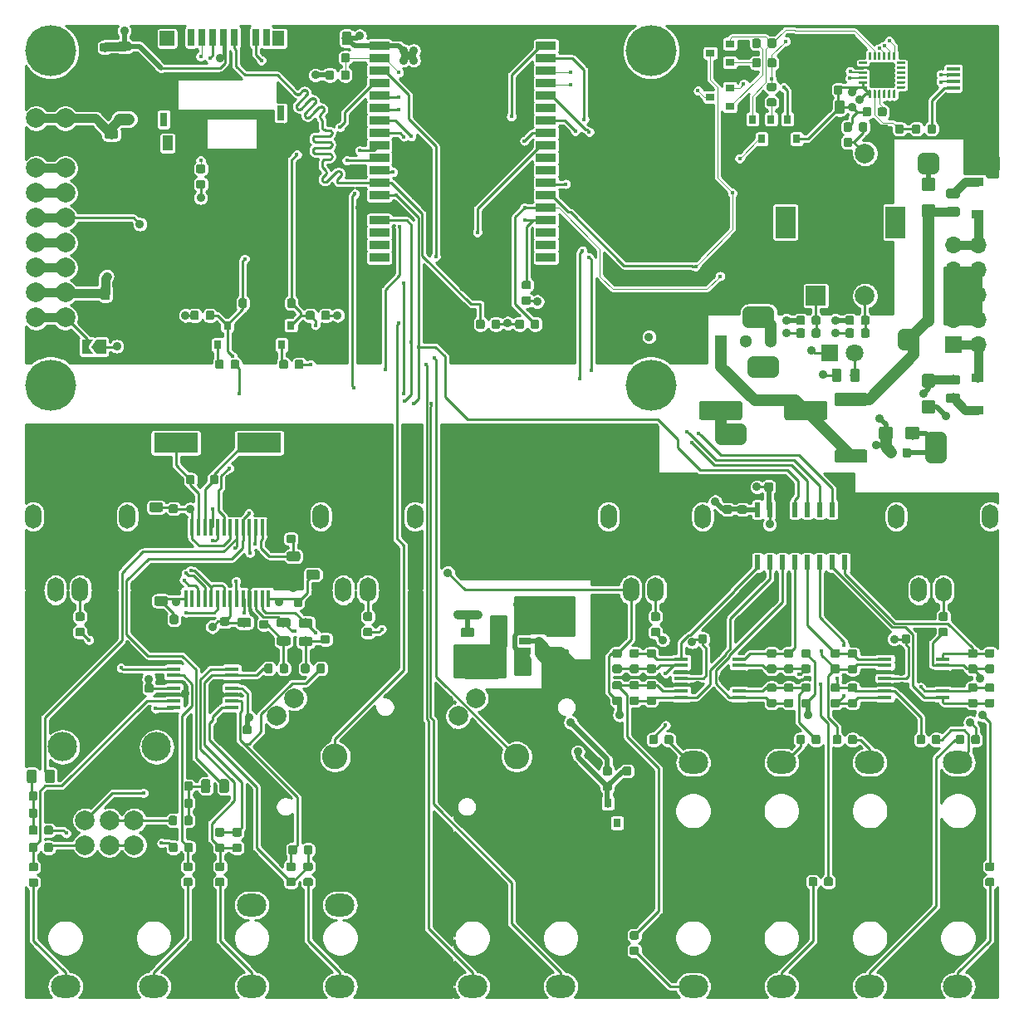
<source format=gtl>
G04 #@! TF.GenerationSoftware,KiCad,Pcbnew,(5.1.2)-1*
G04 #@! TF.CreationDate,2019-05-15T16:02:52+02:00*
G04 #@! TF.ProjectId,ESP32-Eurorack-Audio,45535033-322d-4457-9572-6f7261636b2d,D*
G04 #@! TF.SameCoordinates,Original*
G04 #@! TF.FileFunction,Copper,L1,Top*
G04 #@! TF.FilePolarity,Positive*
%FSLAX46Y46*%
G04 Gerber Fmt 4.6, Leading zero omitted, Abs format (unit mm)*
G04 Created by KiCad (PCBNEW (5.1.2)-1) date 2019-05-15 16:02:52*
%MOMM*%
%LPD*%
G04 APERTURE LIST*
%ADD10C,2.000000*%
%ADD11C,5.200000*%
%ADD12C,0.100000*%
%ADD13C,0.875000*%
%ADD14C,2.600000*%
%ADD15C,0.250000*%
%ADD16C,1.800000*%
%ADD17R,1.800000X1.800000*%
%ADD18R,0.800000X0.900000*%
%ADD19C,1.300000*%
%ADD20R,1.300000X1.300000*%
%ADD21C,1.350000*%
%ADD22C,1.900000*%
%ADD23R,2.000000X0.900000*%
%ADD24R,5.000000X5.000000*%
%ADD25C,0.635000*%
%ADD26C,0.975000*%
%ADD27R,1.200000X0.900000*%
%ADD28R,1.900000X1.500000*%
%ADD29C,1.450000*%
%ADD30R,1.350000X0.400000*%
%ADD31O,1.900000X1.200000*%
%ADD32R,1.900000X1.200000*%
%ADD33R,0.700000X1.750000*%
%ADD34R,1.300000X1.500000*%
%ADD35R,0.800000X1.500000*%
%ADD36R,1.450000X1.000000*%
%ADD37R,0.800000X1.400000*%
%ADD38R,1.500000X1.500000*%
%ADD39R,1.000000X1.550000*%
%ADD40R,1.700000X1.700000*%
%ADD41O,1.700000X1.700000*%
%ADD42O,3.000000X2.300000*%
%ADD43R,0.900000X0.800000*%
%ADD44O,3.000000X3.000000*%
%ADD45O,1.700000X2.500000*%
%ADD46R,2.000000X3.200000*%
%ADD47R,2.000000X2.000000*%
%ADD48R,1.220000X0.650000*%
%ADD49R,0.450000X1.750000*%
%ADD50R,1.450000X0.450000*%
%ADD51R,0.600000X1.500000*%
%ADD52R,4.500000X2.000000*%
%ADD53C,1.250000*%
%ADD54C,0.300000*%
%ADD55C,0.889000*%
%ADD56C,0.450000*%
%ADD57C,0.508000*%
%ADD58C,1.143000*%
%ADD59C,0.254000*%
%ADD60C,0.889000*%
%ADD61C,0.088900*%
%ADD62C,0.200000*%
%ADD63C,0.190500*%
G04 APERTURE END LIST*
D10*
X91350000Y-66360000D03*
X91350000Y-63820000D03*
X91350000Y-61280000D03*
X91350000Y-58740000D03*
X91350000Y-56200000D03*
X91350000Y-53660000D03*
X91350000Y-51120000D03*
X91350000Y-48580000D03*
X91350000Y-46040000D03*
X88350000Y-66360000D03*
X88350000Y-63820000D03*
X88350000Y-61280000D03*
X88350000Y-58740000D03*
X88350000Y-56200000D03*
X88350000Y-53660000D03*
X88350000Y-51120000D03*
X88350000Y-48580000D03*
X88350000Y-46040000D03*
D11*
X151050000Y-39150000D03*
X151050000Y-73250000D03*
X89850000Y-73250000D03*
X89850000Y-39150000D03*
D12*
G36*
X171377691Y-48026053D02*
G01*
X171398926Y-48029203D01*
X171419750Y-48034419D01*
X171439962Y-48041651D01*
X171459368Y-48050830D01*
X171477781Y-48061866D01*
X171495024Y-48074654D01*
X171510930Y-48089070D01*
X171525346Y-48104976D01*
X171538134Y-48122219D01*
X171549170Y-48140632D01*
X171558349Y-48160038D01*
X171565581Y-48180250D01*
X171570797Y-48201074D01*
X171573947Y-48222309D01*
X171575000Y-48243750D01*
X171575000Y-48756250D01*
X171573947Y-48777691D01*
X171570797Y-48798926D01*
X171565581Y-48819750D01*
X171558349Y-48839962D01*
X171549170Y-48859368D01*
X171538134Y-48877781D01*
X171525346Y-48895024D01*
X171510930Y-48910930D01*
X171495024Y-48925346D01*
X171477781Y-48938134D01*
X171459368Y-48949170D01*
X171439962Y-48958349D01*
X171419750Y-48965581D01*
X171398926Y-48970797D01*
X171377691Y-48973947D01*
X171356250Y-48975000D01*
X170918750Y-48975000D01*
X170897309Y-48973947D01*
X170876074Y-48970797D01*
X170855250Y-48965581D01*
X170835038Y-48958349D01*
X170815632Y-48949170D01*
X170797219Y-48938134D01*
X170779976Y-48925346D01*
X170764070Y-48910930D01*
X170749654Y-48895024D01*
X170736866Y-48877781D01*
X170725830Y-48859368D01*
X170716651Y-48839962D01*
X170709419Y-48819750D01*
X170704203Y-48798926D01*
X170701053Y-48777691D01*
X170700000Y-48756250D01*
X170700000Y-48243750D01*
X170701053Y-48222309D01*
X170704203Y-48201074D01*
X170709419Y-48180250D01*
X170716651Y-48160038D01*
X170725830Y-48140632D01*
X170736866Y-48122219D01*
X170749654Y-48104976D01*
X170764070Y-48089070D01*
X170779976Y-48074654D01*
X170797219Y-48061866D01*
X170815632Y-48050830D01*
X170835038Y-48041651D01*
X170855250Y-48034419D01*
X170876074Y-48029203D01*
X170897309Y-48026053D01*
X170918750Y-48025000D01*
X171356250Y-48025000D01*
X171377691Y-48026053D01*
X171377691Y-48026053D01*
G37*
D13*
X171137500Y-48500000D03*
D12*
G36*
X169802691Y-48026053D02*
G01*
X169823926Y-48029203D01*
X169844750Y-48034419D01*
X169864962Y-48041651D01*
X169884368Y-48050830D01*
X169902781Y-48061866D01*
X169920024Y-48074654D01*
X169935930Y-48089070D01*
X169950346Y-48104976D01*
X169963134Y-48122219D01*
X169974170Y-48140632D01*
X169983349Y-48160038D01*
X169990581Y-48180250D01*
X169995797Y-48201074D01*
X169998947Y-48222309D01*
X170000000Y-48243750D01*
X170000000Y-48756250D01*
X169998947Y-48777691D01*
X169995797Y-48798926D01*
X169990581Y-48819750D01*
X169983349Y-48839962D01*
X169974170Y-48859368D01*
X169963134Y-48877781D01*
X169950346Y-48895024D01*
X169935930Y-48910930D01*
X169920024Y-48925346D01*
X169902781Y-48938134D01*
X169884368Y-48949170D01*
X169864962Y-48958349D01*
X169844750Y-48965581D01*
X169823926Y-48970797D01*
X169802691Y-48973947D01*
X169781250Y-48975000D01*
X169343750Y-48975000D01*
X169322309Y-48973947D01*
X169301074Y-48970797D01*
X169280250Y-48965581D01*
X169260038Y-48958349D01*
X169240632Y-48949170D01*
X169222219Y-48938134D01*
X169204976Y-48925346D01*
X169189070Y-48910930D01*
X169174654Y-48895024D01*
X169161866Y-48877781D01*
X169150830Y-48859368D01*
X169141651Y-48839962D01*
X169134419Y-48819750D01*
X169129203Y-48798926D01*
X169126053Y-48777691D01*
X169125000Y-48756250D01*
X169125000Y-48243750D01*
X169126053Y-48222309D01*
X169129203Y-48201074D01*
X169134419Y-48180250D01*
X169141651Y-48160038D01*
X169150830Y-48140632D01*
X169161866Y-48122219D01*
X169174654Y-48104976D01*
X169189070Y-48089070D01*
X169204976Y-48074654D01*
X169222219Y-48061866D01*
X169240632Y-48050830D01*
X169260038Y-48041651D01*
X169280250Y-48034419D01*
X169301074Y-48029203D01*
X169322309Y-48026053D01*
X169343750Y-48025000D01*
X169781250Y-48025000D01*
X169802691Y-48026053D01*
X169802691Y-48026053D01*
G37*
D13*
X169562500Y-48500000D03*
D12*
G36*
X175674504Y-40351204D02*
G01*
X175698773Y-40354804D01*
X175722571Y-40360765D01*
X175745671Y-40369030D01*
X175767849Y-40379520D01*
X175788893Y-40392133D01*
X175808598Y-40406747D01*
X175826777Y-40423223D01*
X175843253Y-40441402D01*
X175857867Y-40461107D01*
X175870480Y-40482151D01*
X175880970Y-40504329D01*
X175889235Y-40527429D01*
X175895196Y-40551227D01*
X175898796Y-40575496D01*
X175900000Y-40600000D01*
X175900000Y-42700000D01*
X175898796Y-42724504D01*
X175895196Y-42748773D01*
X175889235Y-42772571D01*
X175880970Y-42795671D01*
X175870480Y-42817849D01*
X175857867Y-42838893D01*
X175843253Y-42858598D01*
X175826777Y-42876777D01*
X175808598Y-42893253D01*
X175788893Y-42907867D01*
X175767849Y-42920480D01*
X175745671Y-42930970D01*
X175722571Y-42939235D01*
X175698773Y-42945196D01*
X175674504Y-42948796D01*
X175650000Y-42950000D01*
X173550000Y-42950000D01*
X173525496Y-42948796D01*
X173501227Y-42945196D01*
X173477429Y-42939235D01*
X173454329Y-42930970D01*
X173432151Y-42920480D01*
X173411107Y-42907867D01*
X173391402Y-42893253D01*
X173373223Y-42876777D01*
X173356747Y-42858598D01*
X173342133Y-42838893D01*
X173329520Y-42817849D01*
X173319030Y-42795671D01*
X173310765Y-42772571D01*
X173304804Y-42748773D01*
X173301204Y-42724504D01*
X173300000Y-42700000D01*
X173300000Y-40600000D01*
X173301204Y-40575496D01*
X173304804Y-40551227D01*
X173310765Y-40527429D01*
X173319030Y-40504329D01*
X173329520Y-40482151D01*
X173342133Y-40461107D01*
X173356747Y-40441402D01*
X173373223Y-40423223D01*
X173391402Y-40406747D01*
X173411107Y-40392133D01*
X173432151Y-40379520D01*
X173454329Y-40369030D01*
X173477429Y-40360765D01*
X173501227Y-40354804D01*
X173525496Y-40351204D01*
X173550000Y-40350000D01*
X175650000Y-40350000D01*
X175674504Y-40351204D01*
X175674504Y-40351204D01*
G37*
D14*
X174600000Y-41650000D03*
D12*
G36*
X173018626Y-40275301D02*
G01*
X173024693Y-40276201D01*
X173030643Y-40277691D01*
X173036418Y-40279758D01*
X173041962Y-40282380D01*
X173047223Y-40285533D01*
X173052150Y-40289187D01*
X173056694Y-40293306D01*
X173060813Y-40297850D01*
X173064467Y-40302777D01*
X173067620Y-40308038D01*
X173070242Y-40313582D01*
X173072309Y-40319357D01*
X173073799Y-40325307D01*
X173074699Y-40331374D01*
X173075000Y-40337500D01*
X173075000Y-40462500D01*
X173074699Y-40468626D01*
X173073799Y-40474693D01*
X173072309Y-40480643D01*
X173070242Y-40486418D01*
X173067620Y-40491962D01*
X173064467Y-40497223D01*
X173060813Y-40502150D01*
X173056694Y-40506694D01*
X173052150Y-40510813D01*
X173047223Y-40514467D01*
X173041962Y-40517620D01*
X173036418Y-40520242D01*
X173030643Y-40522309D01*
X173024693Y-40523799D01*
X173018626Y-40524699D01*
X173012500Y-40525000D01*
X172312500Y-40525000D01*
X172306374Y-40524699D01*
X172300307Y-40523799D01*
X172294357Y-40522309D01*
X172288582Y-40520242D01*
X172283038Y-40517620D01*
X172277777Y-40514467D01*
X172272850Y-40510813D01*
X172268306Y-40506694D01*
X172264187Y-40502150D01*
X172260533Y-40497223D01*
X172257380Y-40491962D01*
X172254758Y-40486418D01*
X172252691Y-40480643D01*
X172251201Y-40474693D01*
X172250301Y-40468626D01*
X172250000Y-40462500D01*
X172250000Y-40337500D01*
X172250301Y-40331374D01*
X172251201Y-40325307D01*
X172252691Y-40319357D01*
X172254758Y-40313582D01*
X172257380Y-40308038D01*
X172260533Y-40302777D01*
X172264187Y-40297850D01*
X172268306Y-40293306D01*
X172272850Y-40289187D01*
X172277777Y-40285533D01*
X172283038Y-40282380D01*
X172288582Y-40279758D01*
X172294357Y-40277691D01*
X172300307Y-40276201D01*
X172306374Y-40275301D01*
X172312500Y-40275000D01*
X173012500Y-40275000D01*
X173018626Y-40275301D01*
X173018626Y-40275301D01*
G37*
D15*
X172662500Y-40400000D03*
D12*
G36*
X173018626Y-40775301D02*
G01*
X173024693Y-40776201D01*
X173030643Y-40777691D01*
X173036418Y-40779758D01*
X173041962Y-40782380D01*
X173047223Y-40785533D01*
X173052150Y-40789187D01*
X173056694Y-40793306D01*
X173060813Y-40797850D01*
X173064467Y-40802777D01*
X173067620Y-40808038D01*
X173070242Y-40813582D01*
X173072309Y-40819357D01*
X173073799Y-40825307D01*
X173074699Y-40831374D01*
X173075000Y-40837500D01*
X173075000Y-40962500D01*
X173074699Y-40968626D01*
X173073799Y-40974693D01*
X173072309Y-40980643D01*
X173070242Y-40986418D01*
X173067620Y-40991962D01*
X173064467Y-40997223D01*
X173060813Y-41002150D01*
X173056694Y-41006694D01*
X173052150Y-41010813D01*
X173047223Y-41014467D01*
X173041962Y-41017620D01*
X173036418Y-41020242D01*
X173030643Y-41022309D01*
X173024693Y-41023799D01*
X173018626Y-41024699D01*
X173012500Y-41025000D01*
X172312500Y-41025000D01*
X172306374Y-41024699D01*
X172300307Y-41023799D01*
X172294357Y-41022309D01*
X172288582Y-41020242D01*
X172283038Y-41017620D01*
X172277777Y-41014467D01*
X172272850Y-41010813D01*
X172268306Y-41006694D01*
X172264187Y-41002150D01*
X172260533Y-40997223D01*
X172257380Y-40991962D01*
X172254758Y-40986418D01*
X172252691Y-40980643D01*
X172251201Y-40974693D01*
X172250301Y-40968626D01*
X172250000Y-40962500D01*
X172250000Y-40837500D01*
X172250301Y-40831374D01*
X172251201Y-40825307D01*
X172252691Y-40819357D01*
X172254758Y-40813582D01*
X172257380Y-40808038D01*
X172260533Y-40802777D01*
X172264187Y-40797850D01*
X172268306Y-40793306D01*
X172272850Y-40789187D01*
X172277777Y-40785533D01*
X172283038Y-40782380D01*
X172288582Y-40779758D01*
X172294357Y-40777691D01*
X172300307Y-40776201D01*
X172306374Y-40775301D01*
X172312500Y-40775000D01*
X173012500Y-40775000D01*
X173018626Y-40775301D01*
X173018626Y-40775301D01*
G37*
D15*
X172662500Y-40900000D03*
D12*
G36*
X173018626Y-41275301D02*
G01*
X173024693Y-41276201D01*
X173030643Y-41277691D01*
X173036418Y-41279758D01*
X173041962Y-41282380D01*
X173047223Y-41285533D01*
X173052150Y-41289187D01*
X173056694Y-41293306D01*
X173060813Y-41297850D01*
X173064467Y-41302777D01*
X173067620Y-41308038D01*
X173070242Y-41313582D01*
X173072309Y-41319357D01*
X173073799Y-41325307D01*
X173074699Y-41331374D01*
X173075000Y-41337500D01*
X173075000Y-41462500D01*
X173074699Y-41468626D01*
X173073799Y-41474693D01*
X173072309Y-41480643D01*
X173070242Y-41486418D01*
X173067620Y-41491962D01*
X173064467Y-41497223D01*
X173060813Y-41502150D01*
X173056694Y-41506694D01*
X173052150Y-41510813D01*
X173047223Y-41514467D01*
X173041962Y-41517620D01*
X173036418Y-41520242D01*
X173030643Y-41522309D01*
X173024693Y-41523799D01*
X173018626Y-41524699D01*
X173012500Y-41525000D01*
X172312500Y-41525000D01*
X172306374Y-41524699D01*
X172300307Y-41523799D01*
X172294357Y-41522309D01*
X172288582Y-41520242D01*
X172283038Y-41517620D01*
X172277777Y-41514467D01*
X172272850Y-41510813D01*
X172268306Y-41506694D01*
X172264187Y-41502150D01*
X172260533Y-41497223D01*
X172257380Y-41491962D01*
X172254758Y-41486418D01*
X172252691Y-41480643D01*
X172251201Y-41474693D01*
X172250301Y-41468626D01*
X172250000Y-41462500D01*
X172250000Y-41337500D01*
X172250301Y-41331374D01*
X172251201Y-41325307D01*
X172252691Y-41319357D01*
X172254758Y-41313582D01*
X172257380Y-41308038D01*
X172260533Y-41302777D01*
X172264187Y-41297850D01*
X172268306Y-41293306D01*
X172272850Y-41289187D01*
X172277777Y-41285533D01*
X172283038Y-41282380D01*
X172288582Y-41279758D01*
X172294357Y-41277691D01*
X172300307Y-41276201D01*
X172306374Y-41275301D01*
X172312500Y-41275000D01*
X173012500Y-41275000D01*
X173018626Y-41275301D01*
X173018626Y-41275301D01*
G37*
D15*
X172662500Y-41400000D03*
D12*
G36*
X173018626Y-41775301D02*
G01*
X173024693Y-41776201D01*
X173030643Y-41777691D01*
X173036418Y-41779758D01*
X173041962Y-41782380D01*
X173047223Y-41785533D01*
X173052150Y-41789187D01*
X173056694Y-41793306D01*
X173060813Y-41797850D01*
X173064467Y-41802777D01*
X173067620Y-41808038D01*
X173070242Y-41813582D01*
X173072309Y-41819357D01*
X173073799Y-41825307D01*
X173074699Y-41831374D01*
X173075000Y-41837500D01*
X173075000Y-41962500D01*
X173074699Y-41968626D01*
X173073799Y-41974693D01*
X173072309Y-41980643D01*
X173070242Y-41986418D01*
X173067620Y-41991962D01*
X173064467Y-41997223D01*
X173060813Y-42002150D01*
X173056694Y-42006694D01*
X173052150Y-42010813D01*
X173047223Y-42014467D01*
X173041962Y-42017620D01*
X173036418Y-42020242D01*
X173030643Y-42022309D01*
X173024693Y-42023799D01*
X173018626Y-42024699D01*
X173012500Y-42025000D01*
X172312500Y-42025000D01*
X172306374Y-42024699D01*
X172300307Y-42023799D01*
X172294357Y-42022309D01*
X172288582Y-42020242D01*
X172283038Y-42017620D01*
X172277777Y-42014467D01*
X172272850Y-42010813D01*
X172268306Y-42006694D01*
X172264187Y-42002150D01*
X172260533Y-41997223D01*
X172257380Y-41991962D01*
X172254758Y-41986418D01*
X172252691Y-41980643D01*
X172251201Y-41974693D01*
X172250301Y-41968626D01*
X172250000Y-41962500D01*
X172250000Y-41837500D01*
X172250301Y-41831374D01*
X172251201Y-41825307D01*
X172252691Y-41819357D01*
X172254758Y-41813582D01*
X172257380Y-41808038D01*
X172260533Y-41802777D01*
X172264187Y-41797850D01*
X172268306Y-41793306D01*
X172272850Y-41789187D01*
X172277777Y-41785533D01*
X172283038Y-41782380D01*
X172288582Y-41779758D01*
X172294357Y-41777691D01*
X172300307Y-41776201D01*
X172306374Y-41775301D01*
X172312500Y-41775000D01*
X173012500Y-41775000D01*
X173018626Y-41775301D01*
X173018626Y-41775301D01*
G37*
D15*
X172662500Y-41900000D03*
D12*
G36*
X173018626Y-42275301D02*
G01*
X173024693Y-42276201D01*
X173030643Y-42277691D01*
X173036418Y-42279758D01*
X173041962Y-42282380D01*
X173047223Y-42285533D01*
X173052150Y-42289187D01*
X173056694Y-42293306D01*
X173060813Y-42297850D01*
X173064467Y-42302777D01*
X173067620Y-42308038D01*
X173070242Y-42313582D01*
X173072309Y-42319357D01*
X173073799Y-42325307D01*
X173074699Y-42331374D01*
X173075000Y-42337500D01*
X173075000Y-42462500D01*
X173074699Y-42468626D01*
X173073799Y-42474693D01*
X173072309Y-42480643D01*
X173070242Y-42486418D01*
X173067620Y-42491962D01*
X173064467Y-42497223D01*
X173060813Y-42502150D01*
X173056694Y-42506694D01*
X173052150Y-42510813D01*
X173047223Y-42514467D01*
X173041962Y-42517620D01*
X173036418Y-42520242D01*
X173030643Y-42522309D01*
X173024693Y-42523799D01*
X173018626Y-42524699D01*
X173012500Y-42525000D01*
X172312500Y-42525000D01*
X172306374Y-42524699D01*
X172300307Y-42523799D01*
X172294357Y-42522309D01*
X172288582Y-42520242D01*
X172283038Y-42517620D01*
X172277777Y-42514467D01*
X172272850Y-42510813D01*
X172268306Y-42506694D01*
X172264187Y-42502150D01*
X172260533Y-42497223D01*
X172257380Y-42491962D01*
X172254758Y-42486418D01*
X172252691Y-42480643D01*
X172251201Y-42474693D01*
X172250301Y-42468626D01*
X172250000Y-42462500D01*
X172250000Y-42337500D01*
X172250301Y-42331374D01*
X172251201Y-42325307D01*
X172252691Y-42319357D01*
X172254758Y-42313582D01*
X172257380Y-42308038D01*
X172260533Y-42302777D01*
X172264187Y-42297850D01*
X172268306Y-42293306D01*
X172272850Y-42289187D01*
X172277777Y-42285533D01*
X172283038Y-42282380D01*
X172288582Y-42279758D01*
X172294357Y-42277691D01*
X172300307Y-42276201D01*
X172306374Y-42275301D01*
X172312500Y-42275000D01*
X173012500Y-42275000D01*
X173018626Y-42275301D01*
X173018626Y-42275301D01*
G37*
D15*
X172662500Y-42400000D03*
D12*
G36*
X173018626Y-42775301D02*
G01*
X173024693Y-42776201D01*
X173030643Y-42777691D01*
X173036418Y-42779758D01*
X173041962Y-42782380D01*
X173047223Y-42785533D01*
X173052150Y-42789187D01*
X173056694Y-42793306D01*
X173060813Y-42797850D01*
X173064467Y-42802777D01*
X173067620Y-42808038D01*
X173070242Y-42813582D01*
X173072309Y-42819357D01*
X173073799Y-42825307D01*
X173074699Y-42831374D01*
X173075000Y-42837500D01*
X173075000Y-42962500D01*
X173074699Y-42968626D01*
X173073799Y-42974693D01*
X173072309Y-42980643D01*
X173070242Y-42986418D01*
X173067620Y-42991962D01*
X173064467Y-42997223D01*
X173060813Y-43002150D01*
X173056694Y-43006694D01*
X173052150Y-43010813D01*
X173047223Y-43014467D01*
X173041962Y-43017620D01*
X173036418Y-43020242D01*
X173030643Y-43022309D01*
X173024693Y-43023799D01*
X173018626Y-43024699D01*
X173012500Y-43025000D01*
X172312500Y-43025000D01*
X172306374Y-43024699D01*
X172300307Y-43023799D01*
X172294357Y-43022309D01*
X172288582Y-43020242D01*
X172283038Y-43017620D01*
X172277777Y-43014467D01*
X172272850Y-43010813D01*
X172268306Y-43006694D01*
X172264187Y-43002150D01*
X172260533Y-42997223D01*
X172257380Y-42991962D01*
X172254758Y-42986418D01*
X172252691Y-42980643D01*
X172251201Y-42974693D01*
X172250301Y-42968626D01*
X172250000Y-42962500D01*
X172250000Y-42837500D01*
X172250301Y-42831374D01*
X172251201Y-42825307D01*
X172252691Y-42819357D01*
X172254758Y-42813582D01*
X172257380Y-42808038D01*
X172260533Y-42802777D01*
X172264187Y-42797850D01*
X172268306Y-42793306D01*
X172272850Y-42789187D01*
X172277777Y-42785533D01*
X172283038Y-42782380D01*
X172288582Y-42779758D01*
X172294357Y-42777691D01*
X172300307Y-42776201D01*
X172306374Y-42775301D01*
X172312500Y-42775000D01*
X173012500Y-42775000D01*
X173018626Y-42775301D01*
X173018626Y-42775301D01*
G37*
D15*
X172662500Y-42900000D03*
D12*
G36*
X173418626Y-43175301D02*
G01*
X173424693Y-43176201D01*
X173430643Y-43177691D01*
X173436418Y-43179758D01*
X173441962Y-43182380D01*
X173447223Y-43185533D01*
X173452150Y-43189187D01*
X173456694Y-43193306D01*
X173460813Y-43197850D01*
X173464467Y-43202777D01*
X173467620Y-43208038D01*
X173470242Y-43213582D01*
X173472309Y-43219357D01*
X173473799Y-43225307D01*
X173474699Y-43231374D01*
X173475000Y-43237500D01*
X173475000Y-43937500D01*
X173474699Y-43943626D01*
X173473799Y-43949693D01*
X173472309Y-43955643D01*
X173470242Y-43961418D01*
X173467620Y-43966962D01*
X173464467Y-43972223D01*
X173460813Y-43977150D01*
X173456694Y-43981694D01*
X173452150Y-43985813D01*
X173447223Y-43989467D01*
X173441962Y-43992620D01*
X173436418Y-43995242D01*
X173430643Y-43997309D01*
X173424693Y-43998799D01*
X173418626Y-43999699D01*
X173412500Y-44000000D01*
X173287500Y-44000000D01*
X173281374Y-43999699D01*
X173275307Y-43998799D01*
X173269357Y-43997309D01*
X173263582Y-43995242D01*
X173258038Y-43992620D01*
X173252777Y-43989467D01*
X173247850Y-43985813D01*
X173243306Y-43981694D01*
X173239187Y-43977150D01*
X173235533Y-43972223D01*
X173232380Y-43966962D01*
X173229758Y-43961418D01*
X173227691Y-43955643D01*
X173226201Y-43949693D01*
X173225301Y-43943626D01*
X173225000Y-43937500D01*
X173225000Y-43237500D01*
X173225301Y-43231374D01*
X173226201Y-43225307D01*
X173227691Y-43219357D01*
X173229758Y-43213582D01*
X173232380Y-43208038D01*
X173235533Y-43202777D01*
X173239187Y-43197850D01*
X173243306Y-43193306D01*
X173247850Y-43189187D01*
X173252777Y-43185533D01*
X173258038Y-43182380D01*
X173263582Y-43179758D01*
X173269357Y-43177691D01*
X173275307Y-43176201D01*
X173281374Y-43175301D01*
X173287500Y-43175000D01*
X173412500Y-43175000D01*
X173418626Y-43175301D01*
X173418626Y-43175301D01*
G37*
D15*
X173350000Y-43587500D03*
D12*
G36*
X173918626Y-43175301D02*
G01*
X173924693Y-43176201D01*
X173930643Y-43177691D01*
X173936418Y-43179758D01*
X173941962Y-43182380D01*
X173947223Y-43185533D01*
X173952150Y-43189187D01*
X173956694Y-43193306D01*
X173960813Y-43197850D01*
X173964467Y-43202777D01*
X173967620Y-43208038D01*
X173970242Y-43213582D01*
X173972309Y-43219357D01*
X173973799Y-43225307D01*
X173974699Y-43231374D01*
X173975000Y-43237500D01*
X173975000Y-43937500D01*
X173974699Y-43943626D01*
X173973799Y-43949693D01*
X173972309Y-43955643D01*
X173970242Y-43961418D01*
X173967620Y-43966962D01*
X173964467Y-43972223D01*
X173960813Y-43977150D01*
X173956694Y-43981694D01*
X173952150Y-43985813D01*
X173947223Y-43989467D01*
X173941962Y-43992620D01*
X173936418Y-43995242D01*
X173930643Y-43997309D01*
X173924693Y-43998799D01*
X173918626Y-43999699D01*
X173912500Y-44000000D01*
X173787500Y-44000000D01*
X173781374Y-43999699D01*
X173775307Y-43998799D01*
X173769357Y-43997309D01*
X173763582Y-43995242D01*
X173758038Y-43992620D01*
X173752777Y-43989467D01*
X173747850Y-43985813D01*
X173743306Y-43981694D01*
X173739187Y-43977150D01*
X173735533Y-43972223D01*
X173732380Y-43966962D01*
X173729758Y-43961418D01*
X173727691Y-43955643D01*
X173726201Y-43949693D01*
X173725301Y-43943626D01*
X173725000Y-43937500D01*
X173725000Y-43237500D01*
X173725301Y-43231374D01*
X173726201Y-43225307D01*
X173727691Y-43219357D01*
X173729758Y-43213582D01*
X173732380Y-43208038D01*
X173735533Y-43202777D01*
X173739187Y-43197850D01*
X173743306Y-43193306D01*
X173747850Y-43189187D01*
X173752777Y-43185533D01*
X173758038Y-43182380D01*
X173763582Y-43179758D01*
X173769357Y-43177691D01*
X173775307Y-43176201D01*
X173781374Y-43175301D01*
X173787500Y-43175000D01*
X173912500Y-43175000D01*
X173918626Y-43175301D01*
X173918626Y-43175301D01*
G37*
D15*
X173850000Y-43587500D03*
D12*
G36*
X174418626Y-43175301D02*
G01*
X174424693Y-43176201D01*
X174430643Y-43177691D01*
X174436418Y-43179758D01*
X174441962Y-43182380D01*
X174447223Y-43185533D01*
X174452150Y-43189187D01*
X174456694Y-43193306D01*
X174460813Y-43197850D01*
X174464467Y-43202777D01*
X174467620Y-43208038D01*
X174470242Y-43213582D01*
X174472309Y-43219357D01*
X174473799Y-43225307D01*
X174474699Y-43231374D01*
X174475000Y-43237500D01*
X174475000Y-43937500D01*
X174474699Y-43943626D01*
X174473799Y-43949693D01*
X174472309Y-43955643D01*
X174470242Y-43961418D01*
X174467620Y-43966962D01*
X174464467Y-43972223D01*
X174460813Y-43977150D01*
X174456694Y-43981694D01*
X174452150Y-43985813D01*
X174447223Y-43989467D01*
X174441962Y-43992620D01*
X174436418Y-43995242D01*
X174430643Y-43997309D01*
X174424693Y-43998799D01*
X174418626Y-43999699D01*
X174412500Y-44000000D01*
X174287500Y-44000000D01*
X174281374Y-43999699D01*
X174275307Y-43998799D01*
X174269357Y-43997309D01*
X174263582Y-43995242D01*
X174258038Y-43992620D01*
X174252777Y-43989467D01*
X174247850Y-43985813D01*
X174243306Y-43981694D01*
X174239187Y-43977150D01*
X174235533Y-43972223D01*
X174232380Y-43966962D01*
X174229758Y-43961418D01*
X174227691Y-43955643D01*
X174226201Y-43949693D01*
X174225301Y-43943626D01*
X174225000Y-43937500D01*
X174225000Y-43237500D01*
X174225301Y-43231374D01*
X174226201Y-43225307D01*
X174227691Y-43219357D01*
X174229758Y-43213582D01*
X174232380Y-43208038D01*
X174235533Y-43202777D01*
X174239187Y-43197850D01*
X174243306Y-43193306D01*
X174247850Y-43189187D01*
X174252777Y-43185533D01*
X174258038Y-43182380D01*
X174263582Y-43179758D01*
X174269357Y-43177691D01*
X174275307Y-43176201D01*
X174281374Y-43175301D01*
X174287500Y-43175000D01*
X174412500Y-43175000D01*
X174418626Y-43175301D01*
X174418626Y-43175301D01*
G37*
D15*
X174350000Y-43587500D03*
D12*
G36*
X174918626Y-43175301D02*
G01*
X174924693Y-43176201D01*
X174930643Y-43177691D01*
X174936418Y-43179758D01*
X174941962Y-43182380D01*
X174947223Y-43185533D01*
X174952150Y-43189187D01*
X174956694Y-43193306D01*
X174960813Y-43197850D01*
X174964467Y-43202777D01*
X174967620Y-43208038D01*
X174970242Y-43213582D01*
X174972309Y-43219357D01*
X174973799Y-43225307D01*
X174974699Y-43231374D01*
X174975000Y-43237500D01*
X174975000Y-43937500D01*
X174974699Y-43943626D01*
X174973799Y-43949693D01*
X174972309Y-43955643D01*
X174970242Y-43961418D01*
X174967620Y-43966962D01*
X174964467Y-43972223D01*
X174960813Y-43977150D01*
X174956694Y-43981694D01*
X174952150Y-43985813D01*
X174947223Y-43989467D01*
X174941962Y-43992620D01*
X174936418Y-43995242D01*
X174930643Y-43997309D01*
X174924693Y-43998799D01*
X174918626Y-43999699D01*
X174912500Y-44000000D01*
X174787500Y-44000000D01*
X174781374Y-43999699D01*
X174775307Y-43998799D01*
X174769357Y-43997309D01*
X174763582Y-43995242D01*
X174758038Y-43992620D01*
X174752777Y-43989467D01*
X174747850Y-43985813D01*
X174743306Y-43981694D01*
X174739187Y-43977150D01*
X174735533Y-43972223D01*
X174732380Y-43966962D01*
X174729758Y-43961418D01*
X174727691Y-43955643D01*
X174726201Y-43949693D01*
X174725301Y-43943626D01*
X174725000Y-43937500D01*
X174725000Y-43237500D01*
X174725301Y-43231374D01*
X174726201Y-43225307D01*
X174727691Y-43219357D01*
X174729758Y-43213582D01*
X174732380Y-43208038D01*
X174735533Y-43202777D01*
X174739187Y-43197850D01*
X174743306Y-43193306D01*
X174747850Y-43189187D01*
X174752777Y-43185533D01*
X174758038Y-43182380D01*
X174763582Y-43179758D01*
X174769357Y-43177691D01*
X174775307Y-43176201D01*
X174781374Y-43175301D01*
X174787500Y-43175000D01*
X174912500Y-43175000D01*
X174918626Y-43175301D01*
X174918626Y-43175301D01*
G37*
D15*
X174850000Y-43587500D03*
D12*
G36*
X175418626Y-43175301D02*
G01*
X175424693Y-43176201D01*
X175430643Y-43177691D01*
X175436418Y-43179758D01*
X175441962Y-43182380D01*
X175447223Y-43185533D01*
X175452150Y-43189187D01*
X175456694Y-43193306D01*
X175460813Y-43197850D01*
X175464467Y-43202777D01*
X175467620Y-43208038D01*
X175470242Y-43213582D01*
X175472309Y-43219357D01*
X175473799Y-43225307D01*
X175474699Y-43231374D01*
X175475000Y-43237500D01*
X175475000Y-43937500D01*
X175474699Y-43943626D01*
X175473799Y-43949693D01*
X175472309Y-43955643D01*
X175470242Y-43961418D01*
X175467620Y-43966962D01*
X175464467Y-43972223D01*
X175460813Y-43977150D01*
X175456694Y-43981694D01*
X175452150Y-43985813D01*
X175447223Y-43989467D01*
X175441962Y-43992620D01*
X175436418Y-43995242D01*
X175430643Y-43997309D01*
X175424693Y-43998799D01*
X175418626Y-43999699D01*
X175412500Y-44000000D01*
X175287500Y-44000000D01*
X175281374Y-43999699D01*
X175275307Y-43998799D01*
X175269357Y-43997309D01*
X175263582Y-43995242D01*
X175258038Y-43992620D01*
X175252777Y-43989467D01*
X175247850Y-43985813D01*
X175243306Y-43981694D01*
X175239187Y-43977150D01*
X175235533Y-43972223D01*
X175232380Y-43966962D01*
X175229758Y-43961418D01*
X175227691Y-43955643D01*
X175226201Y-43949693D01*
X175225301Y-43943626D01*
X175225000Y-43937500D01*
X175225000Y-43237500D01*
X175225301Y-43231374D01*
X175226201Y-43225307D01*
X175227691Y-43219357D01*
X175229758Y-43213582D01*
X175232380Y-43208038D01*
X175235533Y-43202777D01*
X175239187Y-43197850D01*
X175243306Y-43193306D01*
X175247850Y-43189187D01*
X175252777Y-43185533D01*
X175258038Y-43182380D01*
X175263582Y-43179758D01*
X175269357Y-43177691D01*
X175275307Y-43176201D01*
X175281374Y-43175301D01*
X175287500Y-43175000D01*
X175412500Y-43175000D01*
X175418626Y-43175301D01*
X175418626Y-43175301D01*
G37*
D15*
X175350000Y-43587500D03*
D12*
G36*
X175918626Y-43175301D02*
G01*
X175924693Y-43176201D01*
X175930643Y-43177691D01*
X175936418Y-43179758D01*
X175941962Y-43182380D01*
X175947223Y-43185533D01*
X175952150Y-43189187D01*
X175956694Y-43193306D01*
X175960813Y-43197850D01*
X175964467Y-43202777D01*
X175967620Y-43208038D01*
X175970242Y-43213582D01*
X175972309Y-43219357D01*
X175973799Y-43225307D01*
X175974699Y-43231374D01*
X175975000Y-43237500D01*
X175975000Y-43937500D01*
X175974699Y-43943626D01*
X175973799Y-43949693D01*
X175972309Y-43955643D01*
X175970242Y-43961418D01*
X175967620Y-43966962D01*
X175964467Y-43972223D01*
X175960813Y-43977150D01*
X175956694Y-43981694D01*
X175952150Y-43985813D01*
X175947223Y-43989467D01*
X175941962Y-43992620D01*
X175936418Y-43995242D01*
X175930643Y-43997309D01*
X175924693Y-43998799D01*
X175918626Y-43999699D01*
X175912500Y-44000000D01*
X175787500Y-44000000D01*
X175781374Y-43999699D01*
X175775307Y-43998799D01*
X175769357Y-43997309D01*
X175763582Y-43995242D01*
X175758038Y-43992620D01*
X175752777Y-43989467D01*
X175747850Y-43985813D01*
X175743306Y-43981694D01*
X175739187Y-43977150D01*
X175735533Y-43972223D01*
X175732380Y-43966962D01*
X175729758Y-43961418D01*
X175727691Y-43955643D01*
X175726201Y-43949693D01*
X175725301Y-43943626D01*
X175725000Y-43937500D01*
X175725000Y-43237500D01*
X175725301Y-43231374D01*
X175726201Y-43225307D01*
X175727691Y-43219357D01*
X175729758Y-43213582D01*
X175732380Y-43208038D01*
X175735533Y-43202777D01*
X175739187Y-43197850D01*
X175743306Y-43193306D01*
X175747850Y-43189187D01*
X175752777Y-43185533D01*
X175758038Y-43182380D01*
X175763582Y-43179758D01*
X175769357Y-43177691D01*
X175775307Y-43176201D01*
X175781374Y-43175301D01*
X175787500Y-43175000D01*
X175912500Y-43175000D01*
X175918626Y-43175301D01*
X175918626Y-43175301D01*
G37*
D15*
X175850000Y-43587500D03*
D12*
G36*
X176893626Y-42775301D02*
G01*
X176899693Y-42776201D01*
X176905643Y-42777691D01*
X176911418Y-42779758D01*
X176916962Y-42782380D01*
X176922223Y-42785533D01*
X176927150Y-42789187D01*
X176931694Y-42793306D01*
X176935813Y-42797850D01*
X176939467Y-42802777D01*
X176942620Y-42808038D01*
X176945242Y-42813582D01*
X176947309Y-42819357D01*
X176948799Y-42825307D01*
X176949699Y-42831374D01*
X176950000Y-42837500D01*
X176950000Y-42962500D01*
X176949699Y-42968626D01*
X176948799Y-42974693D01*
X176947309Y-42980643D01*
X176945242Y-42986418D01*
X176942620Y-42991962D01*
X176939467Y-42997223D01*
X176935813Y-43002150D01*
X176931694Y-43006694D01*
X176927150Y-43010813D01*
X176922223Y-43014467D01*
X176916962Y-43017620D01*
X176911418Y-43020242D01*
X176905643Y-43022309D01*
X176899693Y-43023799D01*
X176893626Y-43024699D01*
X176887500Y-43025000D01*
X176187500Y-43025000D01*
X176181374Y-43024699D01*
X176175307Y-43023799D01*
X176169357Y-43022309D01*
X176163582Y-43020242D01*
X176158038Y-43017620D01*
X176152777Y-43014467D01*
X176147850Y-43010813D01*
X176143306Y-43006694D01*
X176139187Y-43002150D01*
X176135533Y-42997223D01*
X176132380Y-42991962D01*
X176129758Y-42986418D01*
X176127691Y-42980643D01*
X176126201Y-42974693D01*
X176125301Y-42968626D01*
X176125000Y-42962500D01*
X176125000Y-42837500D01*
X176125301Y-42831374D01*
X176126201Y-42825307D01*
X176127691Y-42819357D01*
X176129758Y-42813582D01*
X176132380Y-42808038D01*
X176135533Y-42802777D01*
X176139187Y-42797850D01*
X176143306Y-42793306D01*
X176147850Y-42789187D01*
X176152777Y-42785533D01*
X176158038Y-42782380D01*
X176163582Y-42779758D01*
X176169357Y-42777691D01*
X176175307Y-42776201D01*
X176181374Y-42775301D01*
X176187500Y-42775000D01*
X176887500Y-42775000D01*
X176893626Y-42775301D01*
X176893626Y-42775301D01*
G37*
D15*
X176537500Y-42900000D03*
D12*
G36*
X176893626Y-42275301D02*
G01*
X176899693Y-42276201D01*
X176905643Y-42277691D01*
X176911418Y-42279758D01*
X176916962Y-42282380D01*
X176922223Y-42285533D01*
X176927150Y-42289187D01*
X176931694Y-42293306D01*
X176935813Y-42297850D01*
X176939467Y-42302777D01*
X176942620Y-42308038D01*
X176945242Y-42313582D01*
X176947309Y-42319357D01*
X176948799Y-42325307D01*
X176949699Y-42331374D01*
X176950000Y-42337500D01*
X176950000Y-42462500D01*
X176949699Y-42468626D01*
X176948799Y-42474693D01*
X176947309Y-42480643D01*
X176945242Y-42486418D01*
X176942620Y-42491962D01*
X176939467Y-42497223D01*
X176935813Y-42502150D01*
X176931694Y-42506694D01*
X176927150Y-42510813D01*
X176922223Y-42514467D01*
X176916962Y-42517620D01*
X176911418Y-42520242D01*
X176905643Y-42522309D01*
X176899693Y-42523799D01*
X176893626Y-42524699D01*
X176887500Y-42525000D01*
X176187500Y-42525000D01*
X176181374Y-42524699D01*
X176175307Y-42523799D01*
X176169357Y-42522309D01*
X176163582Y-42520242D01*
X176158038Y-42517620D01*
X176152777Y-42514467D01*
X176147850Y-42510813D01*
X176143306Y-42506694D01*
X176139187Y-42502150D01*
X176135533Y-42497223D01*
X176132380Y-42491962D01*
X176129758Y-42486418D01*
X176127691Y-42480643D01*
X176126201Y-42474693D01*
X176125301Y-42468626D01*
X176125000Y-42462500D01*
X176125000Y-42337500D01*
X176125301Y-42331374D01*
X176126201Y-42325307D01*
X176127691Y-42319357D01*
X176129758Y-42313582D01*
X176132380Y-42308038D01*
X176135533Y-42302777D01*
X176139187Y-42297850D01*
X176143306Y-42293306D01*
X176147850Y-42289187D01*
X176152777Y-42285533D01*
X176158038Y-42282380D01*
X176163582Y-42279758D01*
X176169357Y-42277691D01*
X176175307Y-42276201D01*
X176181374Y-42275301D01*
X176187500Y-42275000D01*
X176887500Y-42275000D01*
X176893626Y-42275301D01*
X176893626Y-42275301D01*
G37*
D15*
X176537500Y-42400000D03*
D12*
G36*
X176893626Y-41775301D02*
G01*
X176899693Y-41776201D01*
X176905643Y-41777691D01*
X176911418Y-41779758D01*
X176916962Y-41782380D01*
X176922223Y-41785533D01*
X176927150Y-41789187D01*
X176931694Y-41793306D01*
X176935813Y-41797850D01*
X176939467Y-41802777D01*
X176942620Y-41808038D01*
X176945242Y-41813582D01*
X176947309Y-41819357D01*
X176948799Y-41825307D01*
X176949699Y-41831374D01*
X176950000Y-41837500D01*
X176950000Y-41962500D01*
X176949699Y-41968626D01*
X176948799Y-41974693D01*
X176947309Y-41980643D01*
X176945242Y-41986418D01*
X176942620Y-41991962D01*
X176939467Y-41997223D01*
X176935813Y-42002150D01*
X176931694Y-42006694D01*
X176927150Y-42010813D01*
X176922223Y-42014467D01*
X176916962Y-42017620D01*
X176911418Y-42020242D01*
X176905643Y-42022309D01*
X176899693Y-42023799D01*
X176893626Y-42024699D01*
X176887500Y-42025000D01*
X176187500Y-42025000D01*
X176181374Y-42024699D01*
X176175307Y-42023799D01*
X176169357Y-42022309D01*
X176163582Y-42020242D01*
X176158038Y-42017620D01*
X176152777Y-42014467D01*
X176147850Y-42010813D01*
X176143306Y-42006694D01*
X176139187Y-42002150D01*
X176135533Y-41997223D01*
X176132380Y-41991962D01*
X176129758Y-41986418D01*
X176127691Y-41980643D01*
X176126201Y-41974693D01*
X176125301Y-41968626D01*
X176125000Y-41962500D01*
X176125000Y-41837500D01*
X176125301Y-41831374D01*
X176126201Y-41825307D01*
X176127691Y-41819357D01*
X176129758Y-41813582D01*
X176132380Y-41808038D01*
X176135533Y-41802777D01*
X176139187Y-41797850D01*
X176143306Y-41793306D01*
X176147850Y-41789187D01*
X176152777Y-41785533D01*
X176158038Y-41782380D01*
X176163582Y-41779758D01*
X176169357Y-41777691D01*
X176175307Y-41776201D01*
X176181374Y-41775301D01*
X176187500Y-41775000D01*
X176887500Y-41775000D01*
X176893626Y-41775301D01*
X176893626Y-41775301D01*
G37*
D15*
X176537500Y-41900000D03*
D12*
G36*
X176893626Y-41275301D02*
G01*
X176899693Y-41276201D01*
X176905643Y-41277691D01*
X176911418Y-41279758D01*
X176916962Y-41282380D01*
X176922223Y-41285533D01*
X176927150Y-41289187D01*
X176931694Y-41293306D01*
X176935813Y-41297850D01*
X176939467Y-41302777D01*
X176942620Y-41308038D01*
X176945242Y-41313582D01*
X176947309Y-41319357D01*
X176948799Y-41325307D01*
X176949699Y-41331374D01*
X176950000Y-41337500D01*
X176950000Y-41462500D01*
X176949699Y-41468626D01*
X176948799Y-41474693D01*
X176947309Y-41480643D01*
X176945242Y-41486418D01*
X176942620Y-41491962D01*
X176939467Y-41497223D01*
X176935813Y-41502150D01*
X176931694Y-41506694D01*
X176927150Y-41510813D01*
X176922223Y-41514467D01*
X176916962Y-41517620D01*
X176911418Y-41520242D01*
X176905643Y-41522309D01*
X176899693Y-41523799D01*
X176893626Y-41524699D01*
X176887500Y-41525000D01*
X176187500Y-41525000D01*
X176181374Y-41524699D01*
X176175307Y-41523799D01*
X176169357Y-41522309D01*
X176163582Y-41520242D01*
X176158038Y-41517620D01*
X176152777Y-41514467D01*
X176147850Y-41510813D01*
X176143306Y-41506694D01*
X176139187Y-41502150D01*
X176135533Y-41497223D01*
X176132380Y-41491962D01*
X176129758Y-41486418D01*
X176127691Y-41480643D01*
X176126201Y-41474693D01*
X176125301Y-41468626D01*
X176125000Y-41462500D01*
X176125000Y-41337500D01*
X176125301Y-41331374D01*
X176126201Y-41325307D01*
X176127691Y-41319357D01*
X176129758Y-41313582D01*
X176132380Y-41308038D01*
X176135533Y-41302777D01*
X176139187Y-41297850D01*
X176143306Y-41293306D01*
X176147850Y-41289187D01*
X176152777Y-41285533D01*
X176158038Y-41282380D01*
X176163582Y-41279758D01*
X176169357Y-41277691D01*
X176175307Y-41276201D01*
X176181374Y-41275301D01*
X176187500Y-41275000D01*
X176887500Y-41275000D01*
X176893626Y-41275301D01*
X176893626Y-41275301D01*
G37*
D15*
X176537500Y-41400000D03*
D12*
G36*
X176893626Y-40775301D02*
G01*
X176899693Y-40776201D01*
X176905643Y-40777691D01*
X176911418Y-40779758D01*
X176916962Y-40782380D01*
X176922223Y-40785533D01*
X176927150Y-40789187D01*
X176931694Y-40793306D01*
X176935813Y-40797850D01*
X176939467Y-40802777D01*
X176942620Y-40808038D01*
X176945242Y-40813582D01*
X176947309Y-40819357D01*
X176948799Y-40825307D01*
X176949699Y-40831374D01*
X176950000Y-40837500D01*
X176950000Y-40962500D01*
X176949699Y-40968626D01*
X176948799Y-40974693D01*
X176947309Y-40980643D01*
X176945242Y-40986418D01*
X176942620Y-40991962D01*
X176939467Y-40997223D01*
X176935813Y-41002150D01*
X176931694Y-41006694D01*
X176927150Y-41010813D01*
X176922223Y-41014467D01*
X176916962Y-41017620D01*
X176911418Y-41020242D01*
X176905643Y-41022309D01*
X176899693Y-41023799D01*
X176893626Y-41024699D01*
X176887500Y-41025000D01*
X176187500Y-41025000D01*
X176181374Y-41024699D01*
X176175307Y-41023799D01*
X176169357Y-41022309D01*
X176163582Y-41020242D01*
X176158038Y-41017620D01*
X176152777Y-41014467D01*
X176147850Y-41010813D01*
X176143306Y-41006694D01*
X176139187Y-41002150D01*
X176135533Y-40997223D01*
X176132380Y-40991962D01*
X176129758Y-40986418D01*
X176127691Y-40980643D01*
X176126201Y-40974693D01*
X176125301Y-40968626D01*
X176125000Y-40962500D01*
X176125000Y-40837500D01*
X176125301Y-40831374D01*
X176126201Y-40825307D01*
X176127691Y-40819357D01*
X176129758Y-40813582D01*
X176132380Y-40808038D01*
X176135533Y-40802777D01*
X176139187Y-40797850D01*
X176143306Y-40793306D01*
X176147850Y-40789187D01*
X176152777Y-40785533D01*
X176158038Y-40782380D01*
X176163582Y-40779758D01*
X176169357Y-40777691D01*
X176175307Y-40776201D01*
X176181374Y-40775301D01*
X176187500Y-40775000D01*
X176887500Y-40775000D01*
X176893626Y-40775301D01*
X176893626Y-40775301D01*
G37*
D15*
X176537500Y-40900000D03*
D12*
G36*
X176893626Y-40275301D02*
G01*
X176899693Y-40276201D01*
X176905643Y-40277691D01*
X176911418Y-40279758D01*
X176916962Y-40282380D01*
X176922223Y-40285533D01*
X176927150Y-40289187D01*
X176931694Y-40293306D01*
X176935813Y-40297850D01*
X176939467Y-40302777D01*
X176942620Y-40308038D01*
X176945242Y-40313582D01*
X176947309Y-40319357D01*
X176948799Y-40325307D01*
X176949699Y-40331374D01*
X176950000Y-40337500D01*
X176950000Y-40462500D01*
X176949699Y-40468626D01*
X176948799Y-40474693D01*
X176947309Y-40480643D01*
X176945242Y-40486418D01*
X176942620Y-40491962D01*
X176939467Y-40497223D01*
X176935813Y-40502150D01*
X176931694Y-40506694D01*
X176927150Y-40510813D01*
X176922223Y-40514467D01*
X176916962Y-40517620D01*
X176911418Y-40520242D01*
X176905643Y-40522309D01*
X176899693Y-40523799D01*
X176893626Y-40524699D01*
X176887500Y-40525000D01*
X176187500Y-40525000D01*
X176181374Y-40524699D01*
X176175307Y-40523799D01*
X176169357Y-40522309D01*
X176163582Y-40520242D01*
X176158038Y-40517620D01*
X176152777Y-40514467D01*
X176147850Y-40510813D01*
X176143306Y-40506694D01*
X176139187Y-40502150D01*
X176135533Y-40497223D01*
X176132380Y-40491962D01*
X176129758Y-40486418D01*
X176127691Y-40480643D01*
X176126201Y-40474693D01*
X176125301Y-40468626D01*
X176125000Y-40462500D01*
X176125000Y-40337500D01*
X176125301Y-40331374D01*
X176126201Y-40325307D01*
X176127691Y-40319357D01*
X176129758Y-40313582D01*
X176132380Y-40308038D01*
X176135533Y-40302777D01*
X176139187Y-40297850D01*
X176143306Y-40293306D01*
X176147850Y-40289187D01*
X176152777Y-40285533D01*
X176158038Y-40282380D01*
X176163582Y-40279758D01*
X176169357Y-40277691D01*
X176175307Y-40276201D01*
X176181374Y-40275301D01*
X176187500Y-40275000D01*
X176887500Y-40275000D01*
X176893626Y-40275301D01*
X176893626Y-40275301D01*
G37*
D15*
X176537500Y-40400000D03*
D12*
G36*
X175918626Y-39300301D02*
G01*
X175924693Y-39301201D01*
X175930643Y-39302691D01*
X175936418Y-39304758D01*
X175941962Y-39307380D01*
X175947223Y-39310533D01*
X175952150Y-39314187D01*
X175956694Y-39318306D01*
X175960813Y-39322850D01*
X175964467Y-39327777D01*
X175967620Y-39333038D01*
X175970242Y-39338582D01*
X175972309Y-39344357D01*
X175973799Y-39350307D01*
X175974699Y-39356374D01*
X175975000Y-39362500D01*
X175975000Y-40062500D01*
X175974699Y-40068626D01*
X175973799Y-40074693D01*
X175972309Y-40080643D01*
X175970242Y-40086418D01*
X175967620Y-40091962D01*
X175964467Y-40097223D01*
X175960813Y-40102150D01*
X175956694Y-40106694D01*
X175952150Y-40110813D01*
X175947223Y-40114467D01*
X175941962Y-40117620D01*
X175936418Y-40120242D01*
X175930643Y-40122309D01*
X175924693Y-40123799D01*
X175918626Y-40124699D01*
X175912500Y-40125000D01*
X175787500Y-40125000D01*
X175781374Y-40124699D01*
X175775307Y-40123799D01*
X175769357Y-40122309D01*
X175763582Y-40120242D01*
X175758038Y-40117620D01*
X175752777Y-40114467D01*
X175747850Y-40110813D01*
X175743306Y-40106694D01*
X175739187Y-40102150D01*
X175735533Y-40097223D01*
X175732380Y-40091962D01*
X175729758Y-40086418D01*
X175727691Y-40080643D01*
X175726201Y-40074693D01*
X175725301Y-40068626D01*
X175725000Y-40062500D01*
X175725000Y-39362500D01*
X175725301Y-39356374D01*
X175726201Y-39350307D01*
X175727691Y-39344357D01*
X175729758Y-39338582D01*
X175732380Y-39333038D01*
X175735533Y-39327777D01*
X175739187Y-39322850D01*
X175743306Y-39318306D01*
X175747850Y-39314187D01*
X175752777Y-39310533D01*
X175758038Y-39307380D01*
X175763582Y-39304758D01*
X175769357Y-39302691D01*
X175775307Y-39301201D01*
X175781374Y-39300301D01*
X175787500Y-39300000D01*
X175912500Y-39300000D01*
X175918626Y-39300301D01*
X175918626Y-39300301D01*
G37*
D15*
X175850000Y-39712500D03*
D12*
G36*
X175418626Y-39300301D02*
G01*
X175424693Y-39301201D01*
X175430643Y-39302691D01*
X175436418Y-39304758D01*
X175441962Y-39307380D01*
X175447223Y-39310533D01*
X175452150Y-39314187D01*
X175456694Y-39318306D01*
X175460813Y-39322850D01*
X175464467Y-39327777D01*
X175467620Y-39333038D01*
X175470242Y-39338582D01*
X175472309Y-39344357D01*
X175473799Y-39350307D01*
X175474699Y-39356374D01*
X175475000Y-39362500D01*
X175475000Y-40062500D01*
X175474699Y-40068626D01*
X175473799Y-40074693D01*
X175472309Y-40080643D01*
X175470242Y-40086418D01*
X175467620Y-40091962D01*
X175464467Y-40097223D01*
X175460813Y-40102150D01*
X175456694Y-40106694D01*
X175452150Y-40110813D01*
X175447223Y-40114467D01*
X175441962Y-40117620D01*
X175436418Y-40120242D01*
X175430643Y-40122309D01*
X175424693Y-40123799D01*
X175418626Y-40124699D01*
X175412500Y-40125000D01*
X175287500Y-40125000D01*
X175281374Y-40124699D01*
X175275307Y-40123799D01*
X175269357Y-40122309D01*
X175263582Y-40120242D01*
X175258038Y-40117620D01*
X175252777Y-40114467D01*
X175247850Y-40110813D01*
X175243306Y-40106694D01*
X175239187Y-40102150D01*
X175235533Y-40097223D01*
X175232380Y-40091962D01*
X175229758Y-40086418D01*
X175227691Y-40080643D01*
X175226201Y-40074693D01*
X175225301Y-40068626D01*
X175225000Y-40062500D01*
X175225000Y-39362500D01*
X175225301Y-39356374D01*
X175226201Y-39350307D01*
X175227691Y-39344357D01*
X175229758Y-39338582D01*
X175232380Y-39333038D01*
X175235533Y-39327777D01*
X175239187Y-39322850D01*
X175243306Y-39318306D01*
X175247850Y-39314187D01*
X175252777Y-39310533D01*
X175258038Y-39307380D01*
X175263582Y-39304758D01*
X175269357Y-39302691D01*
X175275307Y-39301201D01*
X175281374Y-39300301D01*
X175287500Y-39300000D01*
X175412500Y-39300000D01*
X175418626Y-39300301D01*
X175418626Y-39300301D01*
G37*
D15*
X175350000Y-39712500D03*
D12*
G36*
X174918626Y-39300301D02*
G01*
X174924693Y-39301201D01*
X174930643Y-39302691D01*
X174936418Y-39304758D01*
X174941962Y-39307380D01*
X174947223Y-39310533D01*
X174952150Y-39314187D01*
X174956694Y-39318306D01*
X174960813Y-39322850D01*
X174964467Y-39327777D01*
X174967620Y-39333038D01*
X174970242Y-39338582D01*
X174972309Y-39344357D01*
X174973799Y-39350307D01*
X174974699Y-39356374D01*
X174975000Y-39362500D01*
X174975000Y-40062500D01*
X174974699Y-40068626D01*
X174973799Y-40074693D01*
X174972309Y-40080643D01*
X174970242Y-40086418D01*
X174967620Y-40091962D01*
X174964467Y-40097223D01*
X174960813Y-40102150D01*
X174956694Y-40106694D01*
X174952150Y-40110813D01*
X174947223Y-40114467D01*
X174941962Y-40117620D01*
X174936418Y-40120242D01*
X174930643Y-40122309D01*
X174924693Y-40123799D01*
X174918626Y-40124699D01*
X174912500Y-40125000D01*
X174787500Y-40125000D01*
X174781374Y-40124699D01*
X174775307Y-40123799D01*
X174769357Y-40122309D01*
X174763582Y-40120242D01*
X174758038Y-40117620D01*
X174752777Y-40114467D01*
X174747850Y-40110813D01*
X174743306Y-40106694D01*
X174739187Y-40102150D01*
X174735533Y-40097223D01*
X174732380Y-40091962D01*
X174729758Y-40086418D01*
X174727691Y-40080643D01*
X174726201Y-40074693D01*
X174725301Y-40068626D01*
X174725000Y-40062500D01*
X174725000Y-39362500D01*
X174725301Y-39356374D01*
X174726201Y-39350307D01*
X174727691Y-39344357D01*
X174729758Y-39338582D01*
X174732380Y-39333038D01*
X174735533Y-39327777D01*
X174739187Y-39322850D01*
X174743306Y-39318306D01*
X174747850Y-39314187D01*
X174752777Y-39310533D01*
X174758038Y-39307380D01*
X174763582Y-39304758D01*
X174769357Y-39302691D01*
X174775307Y-39301201D01*
X174781374Y-39300301D01*
X174787500Y-39300000D01*
X174912500Y-39300000D01*
X174918626Y-39300301D01*
X174918626Y-39300301D01*
G37*
D15*
X174850000Y-39712500D03*
D12*
G36*
X174418626Y-39300301D02*
G01*
X174424693Y-39301201D01*
X174430643Y-39302691D01*
X174436418Y-39304758D01*
X174441962Y-39307380D01*
X174447223Y-39310533D01*
X174452150Y-39314187D01*
X174456694Y-39318306D01*
X174460813Y-39322850D01*
X174464467Y-39327777D01*
X174467620Y-39333038D01*
X174470242Y-39338582D01*
X174472309Y-39344357D01*
X174473799Y-39350307D01*
X174474699Y-39356374D01*
X174475000Y-39362500D01*
X174475000Y-40062500D01*
X174474699Y-40068626D01*
X174473799Y-40074693D01*
X174472309Y-40080643D01*
X174470242Y-40086418D01*
X174467620Y-40091962D01*
X174464467Y-40097223D01*
X174460813Y-40102150D01*
X174456694Y-40106694D01*
X174452150Y-40110813D01*
X174447223Y-40114467D01*
X174441962Y-40117620D01*
X174436418Y-40120242D01*
X174430643Y-40122309D01*
X174424693Y-40123799D01*
X174418626Y-40124699D01*
X174412500Y-40125000D01*
X174287500Y-40125000D01*
X174281374Y-40124699D01*
X174275307Y-40123799D01*
X174269357Y-40122309D01*
X174263582Y-40120242D01*
X174258038Y-40117620D01*
X174252777Y-40114467D01*
X174247850Y-40110813D01*
X174243306Y-40106694D01*
X174239187Y-40102150D01*
X174235533Y-40097223D01*
X174232380Y-40091962D01*
X174229758Y-40086418D01*
X174227691Y-40080643D01*
X174226201Y-40074693D01*
X174225301Y-40068626D01*
X174225000Y-40062500D01*
X174225000Y-39362500D01*
X174225301Y-39356374D01*
X174226201Y-39350307D01*
X174227691Y-39344357D01*
X174229758Y-39338582D01*
X174232380Y-39333038D01*
X174235533Y-39327777D01*
X174239187Y-39322850D01*
X174243306Y-39318306D01*
X174247850Y-39314187D01*
X174252777Y-39310533D01*
X174258038Y-39307380D01*
X174263582Y-39304758D01*
X174269357Y-39302691D01*
X174275307Y-39301201D01*
X174281374Y-39300301D01*
X174287500Y-39300000D01*
X174412500Y-39300000D01*
X174418626Y-39300301D01*
X174418626Y-39300301D01*
G37*
D15*
X174350000Y-39712500D03*
D12*
G36*
X173918626Y-39300301D02*
G01*
X173924693Y-39301201D01*
X173930643Y-39302691D01*
X173936418Y-39304758D01*
X173941962Y-39307380D01*
X173947223Y-39310533D01*
X173952150Y-39314187D01*
X173956694Y-39318306D01*
X173960813Y-39322850D01*
X173964467Y-39327777D01*
X173967620Y-39333038D01*
X173970242Y-39338582D01*
X173972309Y-39344357D01*
X173973799Y-39350307D01*
X173974699Y-39356374D01*
X173975000Y-39362500D01*
X173975000Y-40062500D01*
X173974699Y-40068626D01*
X173973799Y-40074693D01*
X173972309Y-40080643D01*
X173970242Y-40086418D01*
X173967620Y-40091962D01*
X173964467Y-40097223D01*
X173960813Y-40102150D01*
X173956694Y-40106694D01*
X173952150Y-40110813D01*
X173947223Y-40114467D01*
X173941962Y-40117620D01*
X173936418Y-40120242D01*
X173930643Y-40122309D01*
X173924693Y-40123799D01*
X173918626Y-40124699D01*
X173912500Y-40125000D01*
X173787500Y-40125000D01*
X173781374Y-40124699D01*
X173775307Y-40123799D01*
X173769357Y-40122309D01*
X173763582Y-40120242D01*
X173758038Y-40117620D01*
X173752777Y-40114467D01*
X173747850Y-40110813D01*
X173743306Y-40106694D01*
X173739187Y-40102150D01*
X173735533Y-40097223D01*
X173732380Y-40091962D01*
X173729758Y-40086418D01*
X173727691Y-40080643D01*
X173726201Y-40074693D01*
X173725301Y-40068626D01*
X173725000Y-40062500D01*
X173725000Y-39362500D01*
X173725301Y-39356374D01*
X173726201Y-39350307D01*
X173727691Y-39344357D01*
X173729758Y-39338582D01*
X173732380Y-39333038D01*
X173735533Y-39327777D01*
X173739187Y-39322850D01*
X173743306Y-39318306D01*
X173747850Y-39314187D01*
X173752777Y-39310533D01*
X173758038Y-39307380D01*
X173763582Y-39304758D01*
X173769357Y-39302691D01*
X173775307Y-39301201D01*
X173781374Y-39300301D01*
X173787500Y-39300000D01*
X173912500Y-39300000D01*
X173918626Y-39300301D01*
X173918626Y-39300301D01*
G37*
D15*
X173850000Y-39712500D03*
D12*
G36*
X173418626Y-39300301D02*
G01*
X173424693Y-39301201D01*
X173430643Y-39302691D01*
X173436418Y-39304758D01*
X173441962Y-39307380D01*
X173447223Y-39310533D01*
X173452150Y-39314187D01*
X173456694Y-39318306D01*
X173460813Y-39322850D01*
X173464467Y-39327777D01*
X173467620Y-39333038D01*
X173470242Y-39338582D01*
X173472309Y-39344357D01*
X173473799Y-39350307D01*
X173474699Y-39356374D01*
X173475000Y-39362500D01*
X173475000Y-40062500D01*
X173474699Y-40068626D01*
X173473799Y-40074693D01*
X173472309Y-40080643D01*
X173470242Y-40086418D01*
X173467620Y-40091962D01*
X173464467Y-40097223D01*
X173460813Y-40102150D01*
X173456694Y-40106694D01*
X173452150Y-40110813D01*
X173447223Y-40114467D01*
X173441962Y-40117620D01*
X173436418Y-40120242D01*
X173430643Y-40122309D01*
X173424693Y-40123799D01*
X173418626Y-40124699D01*
X173412500Y-40125000D01*
X173287500Y-40125000D01*
X173281374Y-40124699D01*
X173275307Y-40123799D01*
X173269357Y-40122309D01*
X173263582Y-40120242D01*
X173258038Y-40117620D01*
X173252777Y-40114467D01*
X173247850Y-40110813D01*
X173243306Y-40106694D01*
X173239187Y-40102150D01*
X173235533Y-40097223D01*
X173232380Y-40091962D01*
X173229758Y-40086418D01*
X173227691Y-40080643D01*
X173226201Y-40074693D01*
X173225301Y-40068626D01*
X173225000Y-40062500D01*
X173225000Y-39362500D01*
X173225301Y-39356374D01*
X173226201Y-39350307D01*
X173227691Y-39344357D01*
X173229758Y-39338582D01*
X173232380Y-39333038D01*
X173235533Y-39327777D01*
X173239187Y-39322850D01*
X173243306Y-39318306D01*
X173247850Y-39314187D01*
X173252777Y-39310533D01*
X173258038Y-39307380D01*
X173263582Y-39304758D01*
X173269357Y-39302691D01*
X173275307Y-39301201D01*
X173281374Y-39300301D01*
X173287500Y-39300000D01*
X173412500Y-39300000D01*
X173418626Y-39300301D01*
X173418626Y-39300301D01*
G37*
D15*
X173350000Y-39712500D03*
D16*
X171840000Y-70000000D03*
D17*
X169300000Y-70000000D03*
D18*
X165900000Y-48150000D03*
X164950000Y-46150000D03*
X166850000Y-46150000D03*
D12*
G36*
X168127691Y-67476053D02*
G01*
X168148926Y-67479203D01*
X168169750Y-67484419D01*
X168189962Y-67491651D01*
X168209368Y-67500830D01*
X168227781Y-67511866D01*
X168245024Y-67524654D01*
X168260930Y-67539070D01*
X168275346Y-67554976D01*
X168288134Y-67572219D01*
X168299170Y-67590632D01*
X168308349Y-67610038D01*
X168315581Y-67630250D01*
X168320797Y-67651074D01*
X168323947Y-67672309D01*
X168325000Y-67693750D01*
X168325000Y-68206250D01*
X168323947Y-68227691D01*
X168320797Y-68248926D01*
X168315581Y-68269750D01*
X168308349Y-68289962D01*
X168299170Y-68309368D01*
X168288134Y-68327781D01*
X168275346Y-68345024D01*
X168260930Y-68360930D01*
X168245024Y-68375346D01*
X168227781Y-68388134D01*
X168209368Y-68399170D01*
X168189962Y-68408349D01*
X168169750Y-68415581D01*
X168148926Y-68420797D01*
X168127691Y-68423947D01*
X168106250Y-68425000D01*
X167668750Y-68425000D01*
X167647309Y-68423947D01*
X167626074Y-68420797D01*
X167605250Y-68415581D01*
X167585038Y-68408349D01*
X167565632Y-68399170D01*
X167547219Y-68388134D01*
X167529976Y-68375346D01*
X167514070Y-68360930D01*
X167499654Y-68345024D01*
X167486866Y-68327781D01*
X167475830Y-68309368D01*
X167466651Y-68289962D01*
X167459419Y-68269750D01*
X167454203Y-68248926D01*
X167451053Y-68227691D01*
X167450000Y-68206250D01*
X167450000Y-67693750D01*
X167451053Y-67672309D01*
X167454203Y-67651074D01*
X167459419Y-67630250D01*
X167466651Y-67610038D01*
X167475830Y-67590632D01*
X167486866Y-67572219D01*
X167499654Y-67554976D01*
X167514070Y-67539070D01*
X167529976Y-67524654D01*
X167547219Y-67511866D01*
X167565632Y-67500830D01*
X167585038Y-67491651D01*
X167605250Y-67484419D01*
X167626074Y-67479203D01*
X167647309Y-67476053D01*
X167668750Y-67475000D01*
X168106250Y-67475000D01*
X168127691Y-67476053D01*
X168127691Y-67476053D01*
G37*
D13*
X167887500Y-67950000D03*
D12*
G36*
X166552691Y-67476053D02*
G01*
X166573926Y-67479203D01*
X166594750Y-67484419D01*
X166614962Y-67491651D01*
X166634368Y-67500830D01*
X166652781Y-67511866D01*
X166670024Y-67524654D01*
X166685930Y-67539070D01*
X166700346Y-67554976D01*
X166713134Y-67572219D01*
X166724170Y-67590632D01*
X166733349Y-67610038D01*
X166740581Y-67630250D01*
X166745797Y-67651074D01*
X166748947Y-67672309D01*
X166750000Y-67693750D01*
X166750000Y-68206250D01*
X166748947Y-68227691D01*
X166745797Y-68248926D01*
X166740581Y-68269750D01*
X166733349Y-68289962D01*
X166724170Y-68309368D01*
X166713134Y-68327781D01*
X166700346Y-68345024D01*
X166685930Y-68360930D01*
X166670024Y-68375346D01*
X166652781Y-68388134D01*
X166634368Y-68399170D01*
X166614962Y-68408349D01*
X166594750Y-68415581D01*
X166573926Y-68420797D01*
X166552691Y-68423947D01*
X166531250Y-68425000D01*
X166093750Y-68425000D01*
X166072309Y-68423947D01*
X166051074Y-68420797D01*
X166030250Y-68415581D01*
X166010038Y-68408349D01*
X165990632Y-68399170D01*
X165972219Y-68388134D01*
X165954976Y-68375346D01*
X165939070Y-68360930D01*
X165924654Y-68345024D01*
X165911866Y-68327781D01*
X165900830Y-68309368D01*
X165891651Y-68289962D01*
X165884419Y-68269750D01*
X165879203Y-68248926D01*
X165876053Y-68227691D01*
X165875000Y-68206250D01*
X165875000Y-67693750D01*
X165876053Y-67672309D01*
X165879203Y-67651074D01*
X165884419Y-67630250D01*
X165891651Y-67610038D01*
X165900830Y-67590632D01*
X165911866Y-67572219D01*
X165924654Y-67554976D01*
X165939070Y-67539070D01*
X165954976Y-67524654D01*
X165972219Y-67511866D01*
X165990632Y-67500830D01*
X166010038Y-67491651D01*
X166030250Y-67484419D01*
X166051074Y-67479203D01*
X166072309Y-67476053D01*
X166093750Y-67475000D01*
X166531250Y-67475000D01*
X166552691Y-67476053D01*
X166552691Y-67476053D01*
G37*
D13*
X166312500Y-67950000D03*
D12*
G36*
X173140191Y-67476053D02*
G01*
X173161426Y-67479203D01*
X173182250Y-67484419D01*
X173202462Y-67491651D01*
X173221868Y-67500830D01*
X173240281Y-67511866D01*
X173257524Y-67524654D01*
X173273430Y-67539070D01*
X173287846Y-67554976D01*
X173300634Y-67572219D01*
X173311670Y-67590632D01*
X173320849Y-67610038D01*
X173328081Y-67630250D01*
X173333297Y-67651074D01*
X173336447Y-67672309D01*
X173337500Y-67693750D01*
X173337500Y-68206250D01*
X173336447Y-68227691D01*
X173333297Y-68248926D01*
X173328081Y-68269750D01*
X173320849Y-68289962D01*
X173311670Y-68309368D01*
X173300634Y-68327781D01*
X173287846Y-68345024D01*
X173273430Y-68360930D01*
X173257524Y-68375346D01*
X173240281Y-68388134D01*
X173221868Y-68399170D01*
X173202462Y-68408349D01*
X173182250Y-68415581D01*
X173161426Y-68420797D01*
X173140191Y-68423947D01*
X173118750Y-68425000D01*
X172681250Y-68425000D01*
X172659809Y-68423947D01*
X172638574Y-68420797D01*
X172617750Y-68415581D01*
X172597538Y-68408349D01*
X172578132Y-68399170D01*
X172559719Y-68388134D01*
X172542476Y-68375346D01*
X172526570Y-68360930D01*
X172512154Y-68345024D01*
X172499366Y-68327781D01*
X172488330Y-68309368D01*
X172479151Y-68289962D01*
X172471919Y-68269750D01*
X172466703Y-68248926D01*
X172463553Y-68227691D01*
X172462500Y-68206250D01*
X172462500Y-67693750D01*
X172463553Y-67672309D01*
X172466703Y-67651074D01*
X172471919Y-67630250D01*
X172479151Y-67610038D01*
X172488330Y-67590632D01*
X172499366Y-67572219D01*
X172512154Y-67554976D01*
X172526570Y-67539070D01*
X172542476Y-67524654D01*
X172559719Y-67511866D01*
X172578132Y-67500830D01*
X172597538Y-67491651D01*
X172617750Y-67484419D01*
X172638574Y-67479203D01*
X172659809Y-67476053D01*
X172681250Y-67475000D01*
X173118750Y-67475000D01*
X173140191Y-67476053D01*
X173140191Y-67476053D01*
G37*
D13*
X172900000Y-67950000D03*
D12*
G36*
X171565191Y-67476053D02*
G01*
X171586426Y-67479203D01*
X171607250Y-67484419D01*
X171627462Y-67491651D01*
X171646868Y-67500830D01*
X171665281Y-67511866D01*
X171682524Y-67524654D01*
X171698430Y-67539070D01*
X171712846Y-67554976D01*
X171725634Y-67572219D01*
X171736670Y-67590632D01*
X171745849Y-67610038D01*
X171753081Y-67630250D01*
X171758297Y-67651074D01*
X171761447Y-67672309D01*
X171762500Y-67693750D01*
X171762500Y-68206250D01*
X171761447Y-68227691D01*
X171758297Y-68248926D01*
X171753081Y-68269750D01*
X171745849Y-68289962D01*
X171736670Y-68309368D01*
X171725634Y-68327781D01*
X171712846Y-68345024D01*
X171698430Y-68360930D01*
X171682524Y-68375346D01*
X171665281Y-68388134D01*
X171646868Y-68399170D01*
X171627462Y-68408349D01*
X171607250Y-68415581D01*
X171586426Y-68420797D01*
X171565191Y-68423947D01*
X171543750Y-68425000D01*
X171106250Y-68425000D01*
X171084809Y-68423947D01*
X171063574Y-68420797D01*
X171042750Y-68415581D01*
X171022538Y-68408349D01*
X171003132Y-68399170D01*
X170984719Y-68388134D01*
X170967476Y-68375346D01*
X170951570Y-68360930D01*
X170937154Y-68345024D01*
X170924366Y-68327781D01*
X170913330Y-68309368D01*
X170904151Y-68289962D01*
X170896919Y-68269750D01*
X170891703Y-68248926D01*
X170888553Y-68227691D01*
X170887500Y-68206250D01*
X170887500Y-67693750D01*
X170888553Y-67672309D01*
X170891703Y-67651074D01*
X170896919Y-67630250D01*
X170904151Y-67610038D01*
X170913330Y-67590632D01*
X170924366Y-67572219D01*
X170937154Y-67554976D01*
X170951570Y-67539070D01*
X170967476Y-67524654D01*
X170984719Y-67511866D01*
X171003132Y-67500830D01*
X171022538Y-67491651D01*
X171042750Y-67484419D01*
X171063574Y-67479203D01*
X171084809Y-67476053D01*
X171106250Y-67475000D01*
X171543750Y-67475000D01*
X171565191Y-67476053D01*
X171565191Y-67476053D01*
G37*
D13*
X171325000Y-67950000D03*
D19*
X160760000Y-68800000D03*
D20*
X158220000Y-68800000D03*
D19*
X163300000Y-68800000D03*
D12*
G36*
X172899505Y-74026204D02*
G01*
X172923773Y-74029804D01*
X172947572Y-74035765D01*
X172970671Y-74044030D01*
X172992850Y-74054520D01*
X173013893Y-74067132D01*
X173033599Y-74081747D01*
X173051777Y-74098223D01*
X173068253Y-74116401D01*
X173082868Y-74136107D01*
X173095480Y-74157150D01*
X173105970Y-74179329D01*
X173114235Y-74202428D01*
X173120196Y-74226227D01*
X173123796Y-74250495D01*
X173125000Y-74274999D01*
X173125000Y-75125001D01*
X173123796Y-75149505D01*
X173120196Y-75173773D01*
X173114235Y-75197572D01*
X173105970Y-75220671D01*
X173095480Y-75242850D01*
X173082868Y-75263893D01*
X173068253Y-75283599D01*
X173051777Y-75301777D01*
X173033599Y-75318253D01*
X173013893Y-75332868D01*
X172992850Y-75345480D01*
X172970671Y-75355970D01*
X172947572Y-75364235D01*
X172923773Y-75370196D01*
X172899505Y-75373796D01*
X172875001Y-75375000D01*
X170024999Y-75375000D01*
X170000495Y-75373796D01*
X169976227Y-75370196D01*
X169952428Y-75364235D01*
X169929329Y-75355970D01*
X169907150Y-75345480D01*
X169886107Y-75332868D01*
X169866401Y-75318253D01*
X169848223Y-75301777D01*
X169831747Y-75283599D01*
X169817132Y-75263893D01*
X169804520Y-75242850D01*
X169794030Y-75220671D01*
X169785765Y-75197572D01*
X169779804Y-75173773D01*
X169776204Y-75149505D01*
X169775000Y-75125001D01*
X169775000Y-74274999D01*
X169776204Y-74250495D01*
X169779804Y-74226227D01*
X169785765Y-74202428D01*
X169794030Y-74179329D01*
X169804520Y-74157150D01*
X169817132Y-74136107D01*
X169831747Y-74116401D01*
X169848223Y-74098223D01*
X169866401Y-74081747D01*
X169886107Y-74067132D01*
X169907150Y-74054520D01*
X169929329Y-74044030D01*
X169952428Y-74035765D01*
X169976227Y-74029804D01*
X170000495Y-74026204D01*
X170024999Y-74025000D01*
X172875001Y-74025000D01*
X172899505Y-74026204D01*
X172899505Y-74026204D01*
G37*
D21*
X171450000Y-74700000D03*
D12*
G36*
X172899505Y-79826204D02*
G01*
X172923773Y-79829804D01*
X172947572Y-79835765D01*
X172970671Y-79844030D01*
X172992850Y-79854520D01*
X173013893Y-79867132D01*
X173033599Y-79881747D01*
X173051777Y-79898223D01*
X173068253Y-79916401D01*
X173082868Y-79936107D01*
X173095480Y-79957150D01*
X173105970Y-79979329D01*
X173114235Y-80002428D01*
X173120196Y-80026227D01*
X173123796Y-80050495D01*
X173125000Y-80074999D01*
X173125000Y-80925001D01*
X173123796Y-80949505D01*
X173120196Y-80973773D01*
X173114235Y-80997572D01*
X173105970Y-81020671D01*
X173095480Y-81042850D01*
X173082868Y-81063893D01*
X173068253Y-81083599D01*
X173051777Y-81101777D01*
X173033599Y-81118253D01*
X173013893Y-81132868D01*
X172992850Y-81145480D01*
X172970671Y-81155970D01*
X172947572Y-81164235D01*
X172923773Y-81170196D01*
X172899505Y-81173796D01*
X172875001Y-81175000D01*
X170024999Y-81175000D01*
X170000495Y-81173796D01*
X169976227Y-81170196D01*
X169952428Y-81164235D01*
X169929329Y-81155970D01*
X169907150Y-81145480D01*
X169886107Y-81132868D01*
X169866401Y-81118253D01*
X169848223Y-81101777D01*
X169831747Y-81083599D01*
X169817132Y-81063893D01*
X169804520Y-81042850D01*
X169794030Y-81020671D01*
X169785765Y-80997572D01*
X169779804Y-80973773D01*
X169776204Y-80949505D01*
X169775000Y-80925001D01*
X169775000Y-80074999D01*
X169776204Y-80050495D01*
X169779804Y-80026227D01*
X169785765Y-80002428D01*
X169794030Y-79979329D01*
X169804520Y-79957150D01*
X169817132Y-79936107D01*
X169831747Y-79916401D01*
X169848223Y-79898223D01*
X169866401Y-79881747D01*
X169886107Y-79867132D01*
X169907150Y-79854520D01*
X169929329Y-79844030D01*
X169952428Y-79835765D01*
X169976227Y-79829804D01*
X170000495Y-79826204D01*
X170024999Y-79825000D01*
X172875001Y-79825000D01*
X172899505Y-79826204D01*
X172899505Y-79826204D01*
G37*
D21*
X171450000Y-80500000D03*
D12*
G36*
X160124504Y-74901204D02*
G01*
X160148773Y-74904804D01*
X160172571Y-74910765D01*
X160195671Y-74919030D01*
X160217849Y-74929520D01*
X160238893Y-74942133D01*
X160258598Y-74956747D01*
X160276777Y-74973223D01*
X160293253Y-74991402D01*
X160307867Y-75011107D01*
X160320480Y-75032151D01*
X160330970Y-75054329D01*
X160339235Y-75077429D01*
X160345196Y-75101227D01*
X160348796Y-75125496D01*
X160350000Y-75150000D01*
X160350000Y-76550000D01*
X160348796Y-76574504D01*
X160345196Y-76598773D01*
X160339235Y-76622571D01*
X160330970Y-76645671D01*
X160320480Y-76667849D01*
X160307867Y-76688893D01*
X160293253Y-76708598D01*
X160276777Y-76726777D01*
X160258598Y-76743253D01*
X160238893Y-76757867D01*
X160217849Y-76770480D01*
X160195671Y-76780970D01*
X160172571Y-76789235D01*
X160148773Y-76795196D01*
X160124504Y-76798796D01*
X160100000Y-76800000D01*
X156200000Y-76800000D01*
X156175496Y-76798796D01*
X156151227Y-76795196D01*
X156127429Y-76789235D01*
X156104329Y-76780970D01*
X156082151Y-76770480D01*
X156061107Y-76757867D01*
X156041402Y-76743253D01*
X156023223Y-76726777D01*
X156006747Y-76708598D01*
X155992133Y-76688893D01*
X155979520Y-76667849D01*
X155969030Y-76645671D01*
X155960765Y-76622571D01*
X155954804Y-76598773D01*
X155951204Y-76574504D01*
X155950000Y-76550000D01*
X155950000Y-75150000D01*
X155951204Y-75125496D01*
X155954804Y-75101227D01*
X155960765Y-75077429D01*
X155969030Y-75054329D01*
X155979520Y-75032151D01*
X155992133Y-75011107D01*
X156006747Y-74991402D01*
X156023223Y-74973223D01*
X156041402Y-74956747D01*
X156061107Y-74942133D01*
X156082151Y-74929520D01*
X156104329Y-74919030D01*
X156127429Y-74910765D01*
X156151227Y-74904804D01*
X156175496Y-74901204D01*
X156200000Y-74900000D01*
X160100000Y-74900000D01*
X160124504Y-74901204D01*
X160124504Y-74901204D01*
G37*
D22*
X158150000Y-75850000D03*
D12*
G36*
X168824504Y-74901204D02*
G01*
X168848773Y-74904804D01*
X168872571Y-74910765D01*
X168895671Y-74919030D01*
X168917849Y-74929520D01*
X168938893Y-74942133D01*
X168958598Y-74956747D01*
X168976777Y-74973223D01*
X168993253Y-74991402D01*
X169007867Y-75011107D01*
X169020480Y-75032151D01*
X169030970Y-75054329D01*
X169039235Y-75077429D01*
X169045196Y-75101227D01*
X169048796Y-75125496D01*
X169050000Y-75150000D01*
X169050000Y-76550000D01*
X169048796Y-76574504D01*
X169045196Y-76598773D01*
X169039235Y-76622571D01*
X169030970Y-76645671D01*
X169020480Y-76667849D01*
X169007867Y-76688893D01*
X168993253Y-76708598D01*
X168976777Y-76726777D01*
X168958598Y-76743253D01*
X168938893Y-76757867D01*
X168917849Y-76770480D01*
X168895671Y-76780970D01*
X168872571Y-76789235D01*
X168848773Y-76795196D01*
X168824504Y-76798796D01*
X168800000Y-76800000D01*
X164900000Y-76800000D01*
X164875496Y-76798796D01*
X164851227Y-76795196D01*
X164827429Y-76789235D01*
X164804329Y-76780970D01*
X164782151Y-76770480D01*
X164761107Y-76757867D01*
X164741402Y-76743253D01*
X164723223Y-76726777D01*
X164706747Y-76708598D01*
X164692133Y-76688893D01*
X164679520Y-76667849D01*
X164669030Y-76645671D01*
X164660765Y-76622571D01*
X164654804Y-76598773D01*
X164651204Y-76574504D01*
X164650000Y-76550000D01*
X164650000Y-75150000D01*
X164651204Y-75125496D01*
X164654804Y-75101227D01*
X164660765Y-75077429D01*
X164669030Y-75054329D01*
X164679520Y-75032151D01*
X164692133Y-75011107D01*
X164706747Y-74991402D01*
X164723223Y-74973223D01*
X164741402Y-74956747D01*
X164761107Y-74942133D01*
X164782151Y-74929520D01*
X164804329Y-74919030D01*
X164827429Y-74910765D01*
X164851227Y-74904804D01*
X164875496Y-74901204D01*
X164900000Y-74900000D01*
X168800000Y-74900000D01*
X168824504Y-74901204D01*
X168824504Y-74901204D01*
G37*
D22*
X166850000Y-75850000D03*
D12*
G36*
X159127691Y-85501053D02*
G01*
X159148926Y-85504203D01*
X159169750Y-85509419D01*
X159189962Y-85516651D01*
X159209368Y-85525830D01*
X159227781Y-85536866D01*
X159245024Y-85549654D01*
X159260930Y-85564070D01*
X159275346Y-85579976D01*
X159288134Y-85597219D01*
X159299170Y-85615632D01*
X159308349Y-85635038D01*
X159315581Y-85655250D01*
X159320797Y-85676074D01*
X159323947Y-85697309D01*
X159325000Y-85718750D01*
X159325000Y-86156250D01*
X159323947Y-86177691D01*
X159320797Y-86198926D01*
X159315581Y-86219750D01*
X159308349Y-86239962D01*
X159299170Y-86259368D01*
X159288134Y-86277781D01*
X159275346Y-86295024D01*
X159260930Y-86310930D01*
X159245024Y-86325346D01*
X159227781Y-86338134D01*
X159209368Y-86349170D01*
X159189962Y-86358349D01*
X159169750Y-86365581D01*
X159148926Y-86370797D01*
X159127691Y-86373947D01*
X159106250Y-86375000D01*
X158593750Y-86375000D01*
X158572309Y-86373947D01*
X158551074Y-86370797D01*
X158530250Y-86365581D01*
X158510038Y-86358349D01*
X158490632Y-86349170D01*
X158472219Y-86338134D01*
X158454976Y-86325346D01*
X158439070Y-86310930D01*
X158424654Y-86295024D01*
X158411866Y-86277781D01*
X158400830Y-86259368D01*
X158391651Y-86239962D01*
X158384419Y-86219750D01*
X158379203Y-86198926D01*
X158376053Y-86177691D01*
X158375000Y-86156250D01*
X158375000Y-85718750D01*
X158376053Y-85697309D01*
X158379203Y-85676074D01*
X158384419Y-85655250D01*
X158391651Y-85635038D01*
X158400830Y-85615632D01*
X158411866Y-85597219D01*
X158424654Y-85579976D01*
X158439070Y-85564070D01*
X158454976Y-85549654D01*
X158472219Y-85536866D01*
X158490632Y-85525830D01*
X158510038Y-85516651D01*
X158530250Y-85509419D01*
X158551074Y-85504203D01*
X158572309Y-85501053D01*
X158593750Y-85500000D01*
X159106250Y-85500000D01*
X159127691Y-85501053D01*
X159127691Y-85501053D01*
G37*
D13*
X158850000Y-85937500D03*
D12*
G36*
X159127691Y-83926053D02*
G01*
X159148926Y-83929203D01*
X159169750Y-83934419D01*
X159189962Y-83941651D01*
X159209368Y-83950830D01*
X159227781Y-83961866D01*
X159245024Y-83974654D01*
X159260930Y-83989070D01*
X159275346Y-84004976D01*
X159288134Y-84022219D01*
X159299170Y-84040632D01*
X159308349Y-84060038D01*
X159315581Y-84080250D01*
X159320797Y-84101074D01*
X159323947Y-84122309D01*
X159325000Y-84143750D01*
X159325000Y-84581250D01*
X159323947Y-84602691D01*
X159320797Y-84623926D01*
X159315581Y-84644750D01*
X159308349Y-84664962D01*
X159299170Y-84684368D01*
X159288134Y-84702781D01*
X159275346Y-84720024D01*
X159260930Y-84735930D01*
X159245024Y-84750346D01*
X159227781Y-84763134D01*
X159209368Y-84774170D01*
X159189962Y-84783349D01*
X159169750Y-84790581D01*
X159148926Y-84795797D01*
X159127691Y-84798947D01*
X159106250Y-84800000D01*
X158593750Y-84800000D01*
X158572309Y-84798947D01*
X158551074Y-84795797D01*
X158530250Y-84790581D01*
X158510038Y-84783349D01*
X158490632Y-84774170D01*
X158472219Y-84763134D01*
X158454976Y-84750346D01*
X158439070Y-84735930D01*
X158424654Y-84720024D01*
X158411866Y-84702781D01*
X158400830Y-84684368D01*
X158391651Y-84664962D01*
X158384419Y-84644750D01*
X158379203Y-84623926D01*
X158376053Y-84602691D01*
X158375000Y-84581250D01*
X158375000Y-84143750D01*
X158376053Y-84122309D01*
X158379203Y-84101074D01*
X158384419Y-84080250D01*
X158391651Y-84060038D01*
X158400830Y-84040632D01*
X158411866Y-84022219D01*
X158424654Y-84004976D01*
X158439070Y-83989070D01*
X158454976Y-83974654D01*
X158472219Y-83961866D01*
X158490632Y-83950830D01*
X158510038Y-83941651D01*
X158530250Y-83934419D01*
X158551074Y-83929203D01*
X158572309Y-83926053D01*
X158593750Y-83925000D01*
X159106250Y-83925000D01*
X159127691Y-83926053D01*
X159127691Y-83926053D01*
G37*
D13*
X158850000Y-84362500D03*
D12*
G36*
X160627691Y-85501053D02*
G01*
X160648926Y-85504203D01*
X160669750Y-85509419D01*
X160689962Y-85516651D01*
X160709368Y-85525830D01*
X160727781Y-85536866D01*
X160745024Y-85549654D01*
X160760930Y-85564070D01*
X160775346Y-85579976D01*
X160788134Y-85597219D01*
X160799170Y-85615632D01*
X160808349Y-85635038D01*
X160815581Y-85655250D01*
X160820797Y-85676074D01*
X160823947Y-85697309D01*
X160825000Y-85718750D01*
X160825000Y-86156250D01*
X160823947Y-86177691D01*
X160820797Y-86198926D01*
X160815581Y-86219750D01*
X160808349Y-86239962D01*
X160799170Y-86259368D01*
X160788134Y-86277781D01*
X160775346Y-86295024D01*
X160760930Y-86310930D01*
X160745024Y-86325346D01*
X160727781Y-86338134D01*
X160709368Y-86349170D01*
X160689962Y-86358349D01*
X160669750Y-86365581D01*
X160648926Y-86370797D01*
X160627691Y-86373947D01*
X160606250Y-86375000D01*
X160093750Y-86375000D01*
X160072309Y-86373947D01*
X160051074Y-86370797D01*
X160030250Y-86365581D01*
X160010038Y-86358349D01*
X159990632Y-86349170D01*
X159972219Y-86338134D01*
X159954976Y-86325346D01*
X159939070Y-86310930D01*
X159924654Y-86295024D01*
X159911866Y-86277781D01*
X159900830Y-86259368D01*
X159891651Y-86239962D01*
X159884419Y-86219750D01*
X159879203Y-86198926D01*
X159876053Y-86177691D01*
X159875000Y-86156250D01*
X159875000Y-85718750D01*
X159876053Y-85697309D01*
X159879203Y-85676074D01*
X159884419Y-85655250D01*
X159891651Y-85635038D01*
X159900830Y-85615632D01*
X159911866Y-85597219D01*
X159924654Y-85579976D01*
X159939070Y-85564070D01*
X159954976Y-85549654D01*
X159972219Y-85536866D01*
X159990632Y-85525830D01*
X160010038Y-85516651D01*
X160030250Y-85509419D01*
X160051074Y-85504203D01*
X160072309Y-85501053D01*
X160093750Y-85500000D01*
X160606250Y-85500000D01*
X160627691Y-85501053D01*
X160627691Y-85501053D01*
G37*
D13*
X160350000Y-85937500D03*
D12*
G36*
X160627691Y-83926053D02*
G01*
X160648926Y-83929203D01*
X160669750Y-83934419D01*
X160689962Y-83941651D01*
X160709368Y-83950830D01*
X160727781Y-83961866D01*
X160745024Y-83974654D01*
X160760930Y-83989070D01*
X160775346Y-84004976D01*
X160788134Y-84022219D01*
X160799170Y-84040632D01*
X160808349Y-84060038D01*
X160815581Y-84080250D01*
X160820797Y-84101074D01*
X160823947Y-84122309D01*
X160825000Y-84143750D01*
X160825000Y-84581250D01*
X160823947Y-84602691D01*
X160820797Y-84623926D01*
X160815581Y-84644750D01*
X160808349Y-84664962D01*
X160799170Y-84684368D01*
X160788134Y-84702781D01*
X160775346Y-84720024D01*
X160760930Y-84735930D01*
X160745024Y-84750346D01*
X160727781Y-84763134D01*
X160709368Y-84774170D01*
X160689962Y-84783349D01*
X160669750Y-84790581D01*
X160648926Y-84795797D01*
X160627691Y-84798947D01*
X160606250Y-84800000D01*
X160093750Y-84800000D01*
X160072309Y-84798947D01*
X160051074Y-84795797D01*
X160030250Y-84790581D01*
X160010038Y-84783349D01*
X159990632Y-84774170D01*
X159972219Y-84763134D01*
X159954976Y-84750346D01*
X159939070Y-84735930D01*
X159924654Y-84720024D01*
X159911866Y-84702781D01*
X159900830Y-84684368D01*
X159891651Y-84664962D01*
X159884419Y-84644750D01*
X159879203Y-84623926D01*
X159876053Y-84602691D01*
X159875000Y-84581250D01*
X159875000Y-84143750D01*
X159876053Y-84122309D01*
X159879203Y-84101074D01*
X159884419Y-84080250D01*
X159891651Y-84060038D01*
X159900830Y-84040632D01*
X159911866Y-84022219D01*
X159924654Y-84004976D01*
X159939070Y-83989070D01*
X159954976Y-83974654D01*
X159972219Y-83961866D01*
X159990632Y-83950830D01*
X160010038Y-83941651D01*
X160030250Y-83934419D01*
X160051074Y-83929203D01*
X160072309Y-83926053D01*
X160093750Y-83925000D01*
X160606250Y-83925000D01*
X160627691Y-83926053D01*
X160627691Y-83926053D01*
G37*
D13*
X160350000Y-84362500D03*
D23*
X123350000Y-37400000D03*
X123350000Y-38670000D03*
X123350000Y-39940000D03*
X123350000Y-41210000D03*
X123350000Y-42480000D03*
X123350000Y-43750000D03*
X123350000Y-45020000D03*
X123350000Y-46290000D03*
X123350000Y-47560000D03*
X123350000Y-48830000D03*
X123350000Y-50100000D03*
X123350000Y-51370000D03*
X123350000Y-52640000D03*
X123350000Y-53910000D03*
X123350000Y-55180000D03*
X123350000Y-56450000D03*
X123350000Y-57720000D03*
X123350000Y-58990000D03*
X123350000Y-60260000D03*
X140350000Y-60260000D03*
X140350000Y-58990000D03*
X140350000Y-57720000D03*
X140350000Y-56450000D03*
X140350000Y-55180000D03*
X140350000Y-53910000D03*
X140350000Y-52640000D03*
X140350000Y-51370000D03*
X140350000Y-50100000D03*
X140350000Y-48830000D03*
X140350000Y-47560000D03*
X140350000Y-46290000D03*
X140350000Y-45020000D03*
X140350000Y-43750000D03*
X140350000Y-42480000D03*
X140350000Y-41210000D03*
X140350000Y-39940000D03*
X140350000Y-38670000D03*
X140350000Y-37400000D03*
D24*
X130850000Y-44900000D03*
D25*
X128850000Y-42900000D03*
X129850000Y-42900000D03*
X130850000Y-42900000D03*
X131850000Y-42900000D03*
X132850000Y-42900000D03*
X128850000Y-43900000D03*
X132850000Y-43900000D03*
X132850000Y-44900000D03*
X132850000Y-45900000D03*
X132850000Y-46900000D03*
X131850000Y-46900000D03*
X130850000Y-46900000D03*
X129850000Y-46900000D03*
X128850000Y-46900000D03*
X128850000Y-45900000D03*
X128850000Y-44900000D03*
X129850000Y-43900000D03*
X129850000Y-44900000D03*
X129850000Y-45900000D03*
X130850000Y-45900000D03*
X131850000Y-45900000D03*
X131850000Y-44900000D03*
X131850000Y-43900000D03*
X130850000Y-43900000D03*
D12*
G36*
X120305142Y-37201174D02*
G01*
X120328803Y-37204684D01*
X120352007Y-37210496D01*
X120374529Y-37218554D01*
X120396153Y-37228782D01*
X120416670Y-37241079D01*
X120435883Y-37255329D01*
X120453607Y-37271393D01*
X120469671Y-37289117D01*
X120483921Y-37308330D01*
X120496218Y-37328847D01*
X120506446Y-37350471D01*
X120514504Y-37372993D01*
X120520316Y-37396197D01*
X120523826Y-37419858D01*
X120525000Y-37443750D01*
X120525000Y-38356250D01*
X120523826Y-38380142D01*
X120520316Y-38403803D01*
X120514504Y-38427007D01*
X120506446Y-38449529D01*
X120496218Y-38471153D01*
X120483921Y-38491670D01*
X120469671Y-38510883D01*
X120453607Y-38528607D01*
X120435883Y-38544671D01*
X120416670Y-38558921D01*
X120396153Y-38571218D01*
X120374529Y-38581446D01*
X120352007Y-38589504D01*
X120328803Y-38595316D01*
X120305142Y-38598826D01*
X120281250Y-38600000D01*
X119793750Y-38600000D01*
X119769858Y-38598826D01*
X119746197Y-38595316D01*
X119722993Y-38589504D01*
X119700471Y-38581446D01*
X119678847Y-38571218D01*
X119658330Y-38558921D01*
X119639117Y-38544671D01*
X119621393Y-38528607D01*
X119605329Y-38510883D01*
X119591079Y-38491670D01*
X119578782Y-38471153D01*
X119568554Y-38449529D01*
X119560496Y-38427007D01*
X119554684Y-38403803D01*
X119551174Y-38380142D01*
X119550000Y-38356250D01*
X119550000Y-37443750D01*
X119551174Y-37419858D01*
X119554684Y-37396197D01*
X119560496Y-37372993D01*
X119568554Y-37350471D01*
X119578782Y-37328847D01*
X119591079Y-37308330D01*
X119605329Y-37289117D01*
X119621393Y-37271393D01*
X119639117Y-37255329D01*
X119658330Y-37241079D01*
X119678847Y-37228782D01*
X119700471Y-37218554D01*
X119722993Y-37210496D01*
X119746197Y-37204684D01*
X119769858Y-37201174D01*
X119793750Y-37200000D01*
X120281250Y-37200000D01*
X120305142Y-37201174D01*
X120305142Y-37201174D01*
G37*
D26*
X120037500Y-37900000D03*
D12*
G36*
X118430142Y-37201174D02*
G01*
X118453803Y-37204684D01*
X118477007Y-37210496D01*
X118499529Y-37218554D01*
X118521153Y-37228782D01*
X118541670Y-37241079D01*
X118560883Y-37255329D01*
X118578607Y-37271393D01*
X118594671Y-37289117D01*
X118608921Y-37308330D01*
X118621218Y-37328847D01*
X118631446Y-37350471D01*
X118639504Y-37372993D01*
X118645316Y-37396197D01*
X118648826Y-37419858D01*
X118650000Y-37443750D01*
X118650000Y-38356250D01*
X118648826Y-38380142D01*
X118645316Y-38403803D01*
X118639504Y-38427007D01*
X118631446Y-38449529D01*
X118621218Y-38471153D01*
X118608921Y-38491670D01*
X118594671Y-38510883D01*
X118578607Y-38528607D01*
X118560883Y-38544671D01*
X118541670Y-38558921D01*
X118521153Y-38571218D01*
X118499529Y-38581446D01*
X118477007Y-38589504D01*
X118453803Y-38595316D01*
X118430142Y-38598826D01*
X118406250Y-38600000D01*
X117918750Y-38600000D01*
X117894858Y-38598826D01*
X117871197Y-38595316D01*
X117847993Y-38589504D01*
X117825471Y-38581446D01*
X117803847Y-38571218D01*
X117783330Y-38558921D01*
X117764117Y-38544671D01*
X117746393Y-38528607D01*
X117730329Y-38510883D01*
X117716079Y-38491670D01*
X117703782Y-38471153D01*
X117693554Y-38449529D01*
X117685496Y-38427007D01*
X117679684Y-38403803D01*
X117676174Y-38380142D01*
X117675000Y-38356250D01*
X117675000Y-37443750D01*
X117676174Y-37419858D01*
X117679684Y-37396197D01*
X117685496Y-37372993D01*
X117693554Y-37350471D01*
X117703782Y-37328847D01*
X117716079Y-37308330D01*
X117730329Y-37289117D01*
X117746393Y-37271393D01*
X117764117Y-37255329D01*
X117783330Y-37241079D01*
X117803847Y-37228782D01*
X117825471Y-37218554D01*
X117847993Y-37210496D01*
X117871197Y-37204684D01*
X117894858Y-37201174D01*
X117918750Y-37200000D01*
X118406250Y-37200000D01*
X118430142Y-37201174D01*
X118430142Y-37201174D01*
G37*
D26*
X118162500Y-37900000D03*
D12*
G36*
X120127691Y-39411053D02*
G01*
X120148926Y-39414203D01*
X120169750Y-39419419D01*
X120189962Y-39426651D01*
X120209368Y-39435830D01*
X120227781Y-39446866D01*
X120245024Y-39459654D01*
X120260930Y-39474070D01*
X120275346Y-39489976D01*
X120288134Y-39507219D01*
X120299170Y-39525632D01*
X120308349Y-39545038D01*
X120315581Y-39565250D01*
X120320797Y-39586074D01*
X120323947Y-39607309D01*
X120325000Y-39628750D01*
X120325000Y-40141250D01*
X120323947Y-40162691D01*
X120320797Y-40183926D01*
X120315581Y-40204750D01*
X120308349Y-40224962D01*
X120299170Y-40244368D01*
X120288134Y-40262781D01*
X120275346Y-40280024D01*
X120260930Y-40295930D01*
X120245024Y-40310346D01*
X120227781Y-40323134D01*
X120209368Y-40334170D01*
X120189962Y-40343349D01*
X120169750Y-40350581D01*
X120148926Y-40355797D01*
X120127691Y-40358947D01*
X120106250Y-40360000D01*
X119668750Y-40360000D01*
X119647309Y-40358947D01*
X119626074Y-40355797D01*
X119605250Y-40350581D01*
X119585038Y-40343349D01*
X119565632Y-40334170D01*
X119547219Y-40323134D01*
X119529976Y-40310346D01*
X119514070Y-40295930D01*
X119499654Y-40280024D01*
X119486866Y-40262781D01*
X119475830Y-40244368D01*
X119466651Y-40224962D01*
X119459419Y-40204750D01*
X119454203Y-40183926D01*
X119451053Y-40162691D01*
X119450000Y-40141250D01*
X119450000Y-39628750D01*
X119451053Y-39607309D01*
X119454203Y-39586074D01*
X119459419Y-39565250D01*
X119466651Y-39545038D01*
X119475830Y-39525632D01*
X119486866Y-39507219D01*
X119499654Y-39489976D01*
X119514070Y-39474070D01*
X119529976Y-39459654D01*
X119547219Y-39446866D01*
X119565632Y-39435830D01*
X119585038Y-39426651D01*
X119605250Y-39419419D01*
X119626074Y-39414203D01*
X119647309Y-39411053D01*
X119668750Y-39410000D01*
X120106250Y-39410000D01*
X120127691Y-39411053D01*
X120127691Y-39411053D01*
G37*
D13*
X119887500Y-39885000D03*
D12*
G36*
X118552691Y-39411053D02*
G01*
X118573926Y-39414203D01*
X118594750Y-39419419D01*
X118614962Y-39426651D01*
X118634368Y-39435830D01*
X118652781Y-39446866D01*
X118670024Y-39459654D01*
X118685930Y-39474070D01*
X118700346Y-39489976D01*
X118713134Y-39507219D01*
X118724170Y-39525632D01*
X118733349Y-39545038D01*
X118740581Y-39565250D01*
X118745797Y-39586074D01*
X118748947Y-39607309D01*
X118750000Y-39628750D01*
X118750000Y-40141250D01*
X118748947Y-40162691D01*
X118745797Y-40183926D01*
X118740581Y-40204750D01*
X118733349Y-40224962D01*
X118724170Y-40244368D01*
X118713134Y-40262781D01*
X118700346Y-40280024D01*
X118685930Y-40295930D01*
X118670024Y-40310346D01*
X118652781Y-40323134D01*
X118634368Y-40334170D01*
X118614962Y-40343349D01*
X118594750Y-40350581D01*
X118573926Y-40355797D01*
X118552691Y-40358947D01*
X118531250Y-40360000D01*
X118093750Y-40360000D01*
X118072309Y-40358947D01*
X118051074Y-40355797D01*
X118030250Y-40350581D01*
X118010038Y-40343349D01*
X117990632Y-40334170D01*
X117972219Y-40323134D01*
X117954976Y-40310346D01*
X117939070Y-40295930D01*
X117924654Y-40280024D01*
X117911866Y-40262781D01*
X117900830Y-40244368D01*
X117891651Y-40224962D01*
X117884419Y-40204750D01*
X117879203Y-40183926D01*
X117876053Y-40162691D01*
X117875000Y-40141250D01*
X117875000Y-39628750D01*
X117876053Y-39607309D01*
X117879203Y-39586074D01*
X117884419Y-39565250D01*
X117891651Y-39545038D01*
X117900830Y-39525632D01*
X117911866Y-39507219D01*
X117924654Y-39489976D01*
X117939070Y-39474070D01*
X117954976Y-39459654D01*
X117972219Y-39446866D01*
X117990632Y-39435830D01*
X118010038Y-39426651D01*
X118030250Y-39419419D01*
X118051074Y-39414203D01*
X118072309Y-39411053D01*
X118093750Y-39410000D01*
X118531250Y-39410000D01*
X118552691Y-39411053D01*
X118552691Y-39411053D01*
G37*
D13*
X118312500Y-39885000D03*
D12*
G36*
X170377691Y-42676053D02*
G01*
X170398926Y-42679203D01*
X170419750Y-42684419D01*
X170439962Y-42691651D01*
X170459368Y-42700830D01*
X170477781Y-42711866D01*
X170495024Y-42724654D01*
X170510930Y-42739070D01*
X170525346Y-42754976D01*
X170538134Y-42772219D01*
X170549170Y-42790632D01*
X170558349Y-42810038D01*
X170565581Y-42830250D01*
X170570797Y-42851074D01*
X170573947Y-42872309D01*
X170575000Y-42893750D01*
X170575000Y-43406250D01*
X170573947Y-43427691D01*
X170570797Y-43448926D01*
X170565581Y-43469750D01*
X170558349Y-43489962D01*
X170549170Y-43509368D01*
X170538134Y-43527781D01*
X170525346Y-43545024D01*
X170510930Y-43560930D01*
X170495024Y-43575346D01*
X170477781Y-43588134D01*
X170459368Y-43599170D01*
X170439962Y-43608349D01*
X170419750Y-43615581D01*
X170398926Y-43620797D01*
X170377691Y-43623947D01*
X170356250Y-43625000D01*
X169918750Y-43625000D01*
X169897309Y-43623947D01*
X169876074Y-43620797D01*
X169855250Y-43615581D01*
X169835038Y-43608349D01*
X169815632Y-43599170D01*
X169797219Y-43588134D01*
X169779976Y-43575346D01*
X169764070Y-43560930D01*
X169749654Y-43545024D01*
X169736866Y-43527781D01*
X169725830Y-43509368D01*
X169716651Y-43489962D01*
X169709419Y-43469750D01*
X169704203Y-43448926D01*
X169701053Y-43427691D01*
X169700000Y-43406250D01*
X169700000Y-42893750D01*
X169701053Y-42872309D01*
X169704203Y-42851074D01*
X169709419Y-42830250D01*
X169716651Y-42810038D01*
X169725830Y-42790632D01*
X169736866Y-42772219D01*
X169749654Y-42754976D01*
X169764070Y-42739070D01*
X169779976Y-42724654D01*
X169797219Y-42711866D01*
X169815632Y-42700830D01*
X169835038Y-42691651D01*
X169855250Y-42684419D01*
X169876074Y-42679203D01*
X169897309Y-42676053D01*
X169918750Y-42675000D01*
X170356250Y-42675000D01*
X170377691Y-42676053D01*
X170377691Y-42676053D01*
G37*
D13*
X170137500Y-43150000D03*
D12*
G36*
X168802691Y-42676053D02*
G01*
X168823926Y-42679203D01*
X168844750Y-42684419D01*
X168864962Y-42691651D01*
X168884368Y-42700830D01*
X168902781Y-42711866D01*
X168920024Y-42724654D01*
X168935930Y-42739070D01*
X168950346Y-42754976D01*
X168963134Y-42772219D01*
X168974170Y-42790632D01*
X168983349Y-42810038D01*
X168990581Y-42830250D01*
X168995797Y-42851074D01*
X168998947Y-42872309D01*
X169000000Y-42893750D01*
X169000000Y-43406250D01*
X168998947Y-43427691D01*
X168995797Y-43448926D01*
X168990581Y-43469750D01*
X168983349Y-43489962D01*
X168974170Y-43509368D01*
X168963134Y-43527781D01*
X168950346Y-43545024D01*
X168935930Y-43560930D01*
X168920024Y-43575346D01*
X168902781Y-43588134D01*
X168884368Y-43599170D01*
X168864962Y-43608349D01*
X168844750Y-43615581D01*
X168823926Y-43620797D01*
X168802691Y-43623947D01*
X168781250Y-43625000D01*
X168343750Y-43625000D01*
X168322309Y-43623947D01*
X168301074Y-43620797D01*
X168280250Y-43615581D01*
X168260038Y-43608349D01*
X168240632Y-43599170D01*
X168222219Y-43588134D01*
X168204976Y-43575346D01*
X168189070Y-43560930D01*
X168174654Y-43545024D01*
X168161866Y-43527781D01*
X168150830Y-43509368D01*
X168141651Y-43489962D01*
X168134419Y-43469750D01*
X168129203Y-43448926D01*
X168126053Y-43427691D01*
X168125000Y-43406250D01*
X168125000Y-42893750D01*
X168126053Y-42872309D01*
X168129203Y-42851074D01*
X168134419Y-42830250D01*
X168141651Y-42810038D01*
X168150830Y-42790632D01*
X168161866Y-42772219D01*
X168174654Y-42754976D01*
X168189070Y-42739070D01*
X168204976Y-42724654D01*
X168222219Y-42711866D01*
X168240632Y-42700830D01*
X168260038Y-42691651D01*
X168280250Y-42684419D01*
X168301074Y-42679203D01*
X168322309Y-42676053D01*
X168343750Y-42675000D01*
X168781250Y-42675000D01*
X168802691Y-42676053D01*
X168802691Y-42676053D01*
G37*
D13*
X168562500Y-43150000D03*
D12*
G36*
X97830142Y-38226174D02*
G01*
X97853803Y-38229684D01*
X97877007Y-38235496D01*
X97899529Y-38243554D01*
X97921153Y-38253782D01*
X97941670Y-38266079D01*
X97960883Y-38280329D01*
X97978607Y-38296393D01*
X97994671Y-38314117D01*
X98008921Y-38333330D01*
X98021218Y-38353847D01*
X98031446Y-38375471D01*
X98039504Y-38397993D01*
X98045316Y-38421197D01*
X98048826Y-38444858D01*
X98050000Y-38468750D01*
X98050000Y-38956250D01*
X98048826Y-38980142D01*
X98045316Y-39003803D01*
X98039504Y-39027007D01*
X98031446Y-39049529D01*
X98021218Y-39071153D01*
X98008921Y-39091670D01*
X97994671Y-39110883D01*
X97978607Y-39128607D01*
X97960883Y-39144671D01*
X97941670Y-39158921D01*
X97921153Y-39171218D01*
X97899529Y-39181446D01*
X97877007Y-39189504D01*
X97853803Y-39195316D01*
X97830142Y-39198826D01*
X97806250Y-39200000D01*
X96893750Y-39200000D01*
X96869858Y-39198826D01*
X96846197Y-39195316D01*
X96822993Y-39189504D01*
X96800471Y-39181446D01*
X96778847Y-39171218D01*
X96758330Y-39158921D01*
X96739117Y-39144671D01*
X96721393Y-39128607D01*
X96705329Y-39110883D01*
X96691079Y-39091670D01*
X96678782Y-39071153D01*
X96668554Y-39049529D01*
X96660496Y-39027007D01*
X96654684Y-39003803D01*
X96651174Y-38980142D01*
X96650000Y-38956250D01*
X96650000Y-38468750D01*
X96651174Y-38444858D01*
X96654684Y-38421197D01*
X96660496Y-38397993D01*
X96668554Y-38375471D01*
X96678782Y-38353847D01*
X96691079Y-38333330D01*
X96705329Y-38314117D01*
X96721393Y-38296393D01*
X96739117Y-38280329D01*
X96758330Y-38266079D01*
X96778847Y-38253782D01*
X96800471Y-38243554D01*
X96822993Y-38235496D01*
X96846197Y-38229684D01*
X96869858Y-38226174D01*
X96893750Y-38225000D01*
X97806250Y-38225000D01*
X97830142Y-38226174D01*
X97830142Y-38226174D01*
G37*
D26*
X97350000Y-38712500D03*
D12*
G36*
X97830142Y-40101174D02*
G01*
X97853803Y-40104684D01*
X97877007Y-40110496D01*
X97899529Y-40118554D01*
X97921153Y-40128782D01*
X97941670Y-40141079D01*
X97960883Y-40155329D01*
X97978607Y-40171393D01*
X97994671Y-40189117D01*
X98008921Y-40208330D01*
X98021218Y-40228847D01*
X98031446Y-40250471D01*
X98039504Y-40272993D01*
X98045316Y-40296197D01*
X98048826Y-40319858D01*
X98050000Y-40343750D01*
X98050000Y-40831250D01*
X98048826Y-40855142D01*
X98045316Y-40878803D01*
X98039504Y-40902007D01*
X98031446Y-40924529D01*
X98021218Y-40946153D01*
X98008921Y-40966670D01*
X97994671Y-40985883D01*
X97978607Y-41003607D01*
X97960883Y-41019671D01*
X97941670Y-41033921D01*
X97921153Y-41046218D01*
X97899529Y-41056446D01*
X97877007Y-41064504D01*
X97853803Y-41070316D01*
X97830142Y-41073826D01*
X97806250Y-41075000D01*
X96893750Y-41075000D01*
X96869858Y-41073826D01*
X96846197Y-41070316D01*
X96822993Y-41064504D01*
X96800471Y-41056446D01*
X96778847Y-41046218D01*
X96758330Y-41033921D01*
X96739117Y-41019671D01*
X96721393Y-41003607D01*
X96705329Y-40985883D01*
X96691079Y-40966670D01*
X96678782Y-40946153D01*
X96668554Y-40924529D01*
X96660496Y-40902007D01*
X96654684Y-40878803D01*
X96651174Y-40855142D01*
X96650000Y-40831250D01*
X96650000Y-40343750D01*
X96651174Y-40319858D01*
X96654684Y-40296197D01*
X96660496Y-40272993D01*
X96668554Y-40250471D01*
X96678782Y-40228847D01*
X96691079Y-40208330D01*
X96705329Y-40189117D01*
X96721393Y-40171393D01*
X96739117Y-40155329D01*
X96758330Y-40141079D01*
X96778847Y-40128782D01*
X96800471Y-40118554D01*
X96822993Y-40110496D01*
X96846197Y-40104684D01*
X96869858Y-40101174D01*
X96893750Y-40100000D01*
X97806250Y-40100000D01*
X97830142Y-40101174D01*
X97830142Y-40101174D01*
G37*
D26*
X97350000Y-40587500D03*
D12*
G36*
X95627691Y-39963553D02*
G01*
X95648926Y-39966703D01*
X95669750Y-39971919D01*
X95689962Y-39979151D01*
X95709368Y-39988330D01*
X95727781Y-39999366D01*
X95745024Y-40012154D01*
X95760930Y-40026570D01*
X95775346Y-40042476D01*
X95788134Y-40059719D01*
X95799170Y-40078132D01*
X95808349Y-40097538D01*
X95815581Y-40117750D01*
X95820797Y-40138574D01*
X95823947Y-40159809D01*
X95825000Y-40181250D01*
X95825000Y-40618750D01*
X95823947Y-40640191D01*
X95820797Y-40661426D01*
X95815581Y-40682250D01*
X95808349Y-40702462D01*
X95799170Y-40721868D01*
X95788134Y-40740281D01*
X95775346Y-40757524D01*
X95760930Y-40773430D01*
X95745024Y-40787846D01*
X95727781Y-40800634D01*
X95709368Y-40811670D01*
X95689962Y-40820849D01*
X95669750Y-40828081D01*
X95648926Y-40833297D01*
X95627691Y-40836447D01*
X95606250Y-40837500D01*
X95093750Y-40837500D01*
X95072309Y-40836447D01*
X95051074Y-40833297D01*
X95030250Y-40828081D01*
X95010038Y-40820849D01*
X94990632Y-40811670D01*
X94972219Y-40800634D01*
X94954976Y-40787846D01*
X94939070Y-40773430D01*
X94924654Y-40757524D01*
X94911866Y-40740281D01*
X94900830Y-40721868D01*
X94891651Y-40702462D01*
X94884419Y-40682250D01*
X94879203Y-40661426D01*
X94876053Y-40640191D01*
X94875000Y-40618750D01*
X94875000Y-40181250D01*
X94876053Y-40159809D01*
X94879203Y-40138574D01*
X94884419Y-40117750D01*
X94891651Y-40097538D01*
X94900830Y-40078132D01*
X94911866Y-40059719D01*
X94924654Y-40042476D01*
X94939070Y-40026570D01*
X94954976Y-40012154D01*
X94972219Y-39999366D01*
X94990632Y-39988330D01*
X95010038Y-39979151D01*
X95030250Y-39971919D01*
X95051074Y-39966703D01*
X95072309Y-39963553D01*
X95093750Y-39962500D01*
X95606250Y-39962500D01*
X95627691Y-39963553D01*
X95627691Y-39963553D01*
G37*
D13*
X95350000Y-40400000D03*
D12*
G36*
X95627691Y-38388553D02*
G01*
X95648926Y-38391703D01*
X95669750Y-38396919D01*
X95689962Y-38404151D01*
X95709368Y-38413330D01*
X95727781Y-38424366D01*
X95745024Y-38437154D01*
X95760930Y-38451570D01*
X95775346Y-38467476D01*
X95788134Y-38484719D01*
X95799170Y-38503132D01*
X95808349Y-38522538D01*
X95815581Y-38542750D01*
X95820797Y-38563574D01*
X95823947Y-38584809D01*
X95825000Y-38606250D01*
X95825000Y-39043750D01*
X95823947Y-39065191D01*
X95820797Y-39086426D01*
X95815581Y-39107250D01*
X95808349Y-39127462D01*
X95799170Y-39146868D01*
X95788134Y-39165281D01*
X95775346Y-39182524D01*
X95760930Y-39198430D01*
X95745024Y-39212846D01*
X95727781Y-39225634D01*
X95709368Y-39236670D01*
X95689962Y-39245849D01*
X95669750Y-39253081D01*
X95648926Y-39258297D01*
X95627691Y-39261447D01*
X95606250Y-39262500D01*
X95093750Y-39262500D01*
X95072309Y-39261447D01*
X95051074Y-39258297D01*
X95030250Y-39253081D01*
X95010038Y-39245849D01*
X94990632Y-39236670D01*
X94972219Y-39225634D01*
X94954976Y-39212846D01*
X94939070Y-39198430D01*
X94924654Y-39182524D01*
X94911866Y-39165281D01*
X94900830Y-39146868D01*
X94891651Y-39127462D01*
X94884419Y-39107250D01*
X94879203Y-39086426D01*
X94876053Y-39065191D01*
X94875000Y-39043750D01*
X94875000Y-38606250D01*
X94876053Y-38584809D01*
X94879203Y-38563574D01*
X94884419Y-38542750D01*
X94891651Y-38522538D01*
X94900830Y-38503132D01*
X94911866Y-38484719D01*
X94924654Y-38467476D01*
X94939070Y-38451570D01*
X94954976Y-38437154D01*
X94972219Y-38424366D01*
X94990632Y-38413330D01*
X95010038Y-38404151D01*
X95030250Y-38396919D01*
X95051074Y-38391703D01*
X95072309Y-38388553D01*
X95093750Y-38387500D01*
X95606250Y-38387500D01*
X95627691Y-38388553D01*
X95627691Y-38388553D01*
G37*
D13*
X95350000Y-38825000D03*
D12*
G36*
X96522402Y-49059834D02*
G01*
X96546063Y-49063344D01*
X96569267Y-49069156D01*
X96591789Y-49077214D01*
X96613413Y-49087442D01*
X96633930Y-49099739D01*
X96653143Y-49113989D01*
X96670867Y-49130053D01*
X96686931Y-49147777D01*
X96701181Y-49166990D01*
X96713478Y-49187507D01*
X96723706Y-49209131D01*
X96731764Y-49231653D01*
X96737576Y-49254857D01*
X96741086Y-49278518D01*
X96742260Y-49302410D01*
X96742260Y-49789910D01*
X96741086Y-49813802D01*
X96737576Y-49837463D01*
X96731764Y-49860667D01*
X96723706Y-49883189D01*
X96713478Y-49904813D01*
X96701181Y-49925330D01*
X96686931Y-49944543D01*
X96670867Y-49962267D01*
X96653143Y-49978331D01*
X96633930Y-49992581D01*
X96613413Y-50004878D01*
X96591789Y-50015106D01*
X96569267Y-50023164D01*
X96546063Y-50028976D01*
X96522402Y-50032486D01*
X96498510Y-50033660D01*
X95586010Y-50033660D01*
X95562118Y-50032486D01*
X95538457Y-50028976D01*
X95515253Y-50023164D01*
X95492731Y-50015106D01*
X95471107Y-50004878D01*
X95450590Y-49992581D01*
X95431377Y-49978331D01*
X95413653Y-49962267D01*
X95397589Y-49944543D01*
X95383339Y-49925330D01*
X95371042Y-49904813D01*
X95360814Y-49883189D01*
X95352756Y-49860667D01*
X95346944Y-49837463D01*
X95343434Y-49813802D01*
X95342260Y-49789910D01*
X95342260Y-49302410D01*
X95343434Y-49278518D01*
X95346944Y-49254857D01*
X95352756Y-49231653D01*
X95360814Y-49209131D01*
X95371042Y-49187507D01*
X95383339Y-49166990D01*
X95397589Y-49147777D01*
X95413653Y-49130053D01*
X95431377Y-49113989D01*
X95450590Y-49099739D01*
X95471107Y-49087442D01*
X95492731Y-49077214D01*
X95515253Y-49069156D01*
X95538457Y-49063344D01*
X95562118Y-49059834D01*
X95586010Y-49058660D01*
X96498510Y-49058660D01*
X96522402Y-49059834D01*
X96522402Y-49059834D01*
G37*
D26*
X96042260Y-49546160D03*
D12*
G36*
X96522402Y-47184834D02*
G01*
X96546063Y-47188344D01*
X96569267Y-47194156D01*
X96591789Y-47202214D01*
X96613413Y-47212442D01*
X96633930Y-47224739D01*
X96653143Y-47238989D01*
X96670867Y-47255053D01*
X96686931Y-47272777D01*
X96701181Y-47291990D01*
X96713478Y-47312507D01*
X96723706Y-47334131D01*
X96731764Y-47356653D01*
X96737576Y-47379857D01*
X96741086Y-47403518D01*
X96742260Y-47427410D01*
X96742260Y-47914910D01*
X96741086Y-47938802D01*
X96737576Y-47962463D01*
X96731764Y-47985667D01*
X96723706Y-48008189D01*
X96713478Y-48029813D01*
X96701181Y-48050330D01*
X96686931Y-48069543D01*
X96670867Y-48087267D01*
X96653143Y-48103331D01*
X96633930Y-48117581D01*
X96613413Y-48129878D01*
X96591789Y-48140106D01*
X96569267Y-48148164D01*
X96546063Y-48153976D01*
X96522402Y-48157486D01*
X96498510Y-48158660D01*
X95586010Y-48158660D01*
X95562118Y-48157486D01*
X95538457Y-48153976D01*
X95515253Y-48148164D01*
X95492731Y-48140106D01*
X95471107Y-48129878D01*
X95450590Y-48117581D01*
X95431377Y-48103331D01*
X95413653Y-48087267D01*
X95397589Y-48069543D01*
X95383339Y-48050330D01*
X95371042Y-48029813D01*
X95360814Y-48008189D01*
X95352756Y-47985667D01*
X95346944Y-47962463D01*
X95343434Y-47938802D01*
X95342260Y-47914910D01*
X95342260Y-47427410D01*
X95343434Y-47403518D01*
X95346944Y-47379857D01*
X95352756Y-47356653D01*
X95360814Y-47334131D01*
X95371042Y-47312507D01*
X95383339Y-47291990D01*
X95397589Y-47272777D01*
X95413653Y-47255053D01*
X95431377Y-47238989D01*
X95450590Y-47224739D01*
X95471107Y-47212442D01*
X95492731Y-47202214D01*
X95515253Y-47194156D01*
X95538457Y-47188344D01*
X95562118Y-47184834D01*
X95586010Y-47183660D01*
X96498510Y-47183660D01*
X96522402Y-47184834D01*
X96522402Y-47184834D01*
G37*
D26*
X96042260Y-47671160D03*
D12*
G36*
X148877691Y-112176053D02*
G01*
X148898926Y-112179203D01*
X148919750Y-112184419D01*
X148939962Y-112191651D01*
X148959368Y-112200830D01*
X148977781Y-112211866D01*
X148995024Y-112224654D01*
X149010930Y-112239070D01*
X149025346Y-112254976D01*
X149038134Y-112272219D01*
X149049170Y-112290632D01*
X149058349Y-112310038D01*
X149065581Y-112330250D01*
X149070797Y-112351074D01*
X149073947Y-112372309D01*
X149075000Y-112393750D01*
X149075000Y-112831250D01*
X149073947Y-112852691D01*
X149070797Y-112873926D01*
X149065581Y-112894750D01*
X149058349Y-112914962D01*
X149049170Y-112934368D01*
X149038134Y-112952781D01*
X149025346Y-112970024D01*
X149010930Y-112985930D01*
X148995024Y-113000346D01*
X148977781Y-113013134D01*
X148959368Y-113024170D01*
X148939962Y-113033349D01*
X148919750Y-113040581D01*
X148898926Y-113045797D01*
X148877691Y-113048947D01*
X148856250Y-113050000D01*
X148343750Y-113050000D01*
X148322309Y-113048947D01*
X148301074Y-113045797D01*
X148280250Y-113040581D01*
X148260038Y-113033349D01*
X148240632Y-113024170D01*
X148222219Y-113013134D01*
X148204976Y-113000346D01*
X148189070Y-112985930D01*
X148174654Y-112970024D01*
X148161866Y-112952781D01*
X148150830Y-112934368D01*
X148141651Y-112914962D01*
X148134419Y-112894750D01*
X148129203Y-112873926D01*
X148126053Y-112852691D01*
X148125000Y-112831250D01*
X148125000Y-112393750D01*
X148126053Y-112372309D01*
X148129203Y-112351074D01*
X148134419Y-112330250D01*
X148141651Y-112310038D01*
X148150830Y-112290632D01*
X148161866Y-112272219D01*
X148174654Y-112254976D01*
X148189070Y-112239070D01*
X148204976Y-112224654D01*
X148222219Y-112211866D01*
X148240632Y-112200830D01*
X148260038Y-112191651D01*
X148280250Y-112184419D01*
X148301074Y-112179203D01*
X148322309Y-112176053D01*
X148343750Y-112175000D01*
X148856250Y-112175000D01*
X148877691Y-112176053D01*
X148877691Y-112176053D01*
G37*
D13*
X148600000Y-112612500D03*
D12*
G36*
X148877691Y-113751053D02*
G01*
X148898926Y-113754203D01*
X148919750Y-113759419D01*
X148939962Y-113766651D01*
X148959368Y-113775830D01*
X148977781Y-113786866D01*
X148995024Y-113799654D01*
X149010930Y-113814070D01*
X149025346Y-113829976D01*
X149038134Y-113847219D01*
X149049170Y-113865632D01*
X149058349Y-113885038D01*
X149065581Y-113905250D01*
X149070797Y-113926074D01*
X149073947Y-113947309D01*
X149075000Y-113968750D01*
X149075000Y-114406250D01*
X149073947Y-114427691D01*
X149070797Y-114448926D01*
X149065581Y-114469750D01*
X149058349Y-114489962D01*
X149049170Y-114509368D01*
X149038134Y-114527781D01*
X149025346Y-114545024D01*
X149010930Y-114560930D01*
X148995024Y-114575346D01*
X148977781Y-114588134D01*
X148959368Y-114599170D01*
X148939962Y-114608349D01*
X148919750Y-114615581D01*
X148898926Y-114620797D01*
X148877691Y-114623947D01*
X148856250Y-114625000D01*
X148343750Y-114625000D01*
X148322309Y-114623947D01*
X148301074Y-114620797D01*
X148280250Y-114615581D01*
X148260038Y-114608349D01*
X148240632Y-114599170D01*
X148222219Y-114588134D01*
X148204976Y-114575346D01*
X148189070Y-114560930D01*
X148174654Y-114545024D01*
X148161866Y-114527781D01*
X148150830Y-114509368D01*
X148141651Y-114489962D01*
X148134419Y-114469750D01*
X148129203Y-114448926D01*
X148126053Y-114427691D01*
X148125000Y-114406250D01*
X148125000Y-113968750D01*
X148126053Y-113947309D01*
X148129203Y-113926074D01*
X148134419Y-113905250D01*
X148141651Y-113885038D01*
X148150830Y-113865632D01*
X148161866Y-113847219D01*
X148174654Y-113829976D01*
X148189070Y-113814070D01*
X148204976Y-113799654D01*
X148222219Y-113786866D01*
X148240632Y-113775830D01*
X148260038Y-113766651D01*
X148280250Y-113759419D01*
X148301074Y-113754203D01*
X148322309Y-113751053D01*
X148343750Y-113750000D01*
X148856250Y-113750000D01*
X148877691Y-113751053D01*
X148877691Y-113751053D01*
G37*
D13*
X148600000Y-114187500D03*
D12*
G36*
X179799505Y-54801204D02*
G01*
X179823773Y-54804804D01*
X179847572Y-54810765D01*
X179870671Y-54819030D01*
X179892850Y-54829520D01*
X179913893Y-54842132D01*
X179933599Y-54856747D01*
X179951777Y-54873223D01*
X179968253Y-54891401D01*
X179982868Y-54911107D01*
X179995480Y-54932150D01*
X180005970Y-54954329D01*
X180014235Y-54977428D01*
X180020196Y-55001227D01*
X180023796Y-55025495D01*
X180025000Y-55049999D01*
X180025000Y-55950001D01*
X180023796Y-55974505D01*
X180020196Y-55998773D01*
X180014235Y-56022572D01*
X180005970Y-56045671D01*
X179995480Y-56067850D01*
X179982868Y-56088893D01*
X179968253Y-56108599D01*
X179951777Y-56126777D01*
X179933599Y-56143253D01*
X179913893Y-56157868D01*
X179892850Y-56170480D01*
X179870671Y-56180970D01*
X179847572Y-56189235D01*
X179823773Y-56195196D01*
X179799505Y-56198796D01*
X179775001Y-56200000D01*
X178924999Y-56200000D01*
X178900495Y-56198796D01*
X178876227Y-56195196D01*
X178852428Y-56189235D01*
X178829329Y-56180970D01*
X178807150Y-56170480D01*
X178786107Y-56157868D01*
X178766401Y-56143253D01*
X178748223Y-56126777D01*
X178731747Y-56108599D01*
X178717132Y-56088893D01*
X178704520Y-56067850D01*
X178694030Y-56045671D01*
X178685765Y-56022572D01*
X178679804Y-55998773D01*
X178676204Y-55974505D01*
X178675000Y-55950001D01*
X178675000Y-55049999D01*
X178676204Y-55025495D01*
X178679804Y-55001227D01*
X178685765Y-54977428D01*
X178694030Y-54954329D01*
X178704520Y-54932150D01*
X178717132Y-54911107D01*
X178731747Y-54891401D01*
X178748223Y-54873223D01*
X178766401Y-54856747D01*
X178786107Y-54842132D01*
X178807150Y-54829520D01*
X178829329Y-54819030D01*
X178852428Y-54810765D01*
X178876227Y-54804804D01*
X178900495Y-54801204D01*
X178924999Y-54800000D01*
X179775001Y-54800000D01*
X179799505Y-54801204D01*
X179799505Y-54801204D01*
G37*
D21*
X179350000Y-55500000D03*
D12*
G36*
X179799505Y-52101204D02*
G01*
X179823773Y-52104804D01*
X179847572Y-52110765D01*
X179870671Y-52119030D01*
X179892850Y-52129520D01*
X179913893Y-52142132D01*
X179933599Y-52156747D01*
X179951777Y-52173223D01*
X179968253Y-52191401D01*
X179982868Y-52211107D01*
X179995480Y-52232150D01*
X180005970Y-52254329D01*
X180014235Y-52277428D01*
X180020196Y-52301227D01*
X180023796Y-52325495D01*
X180025000Y-52349999D01*
X180025000Y-53250001D01*
X180023796Y-53274505D01*
X180020196Y-53298773D01*
X180014235Y-53322572D01*
X180005970Y-53345671D01*
X179995480Y-53367850D01*
X179982868Y-53388893D01*
X179968253Y-53408599D01*
X179951777Y-53426777D01*
X179933599Y-53443253D01*
X179913893Y-53457868D01*
X179892850Y-53470480D01*
X179870671Y-53480970D01*
X179847572Y-53489235D01*
X179823773Y-53495196D01*
X179799505Y-53498796D01*
X179775001Y-53500000D01*
X178924999Y-53500000D01*
X178900495Y-53498796D01*
X178876227Y-53495196D01*
X178852428Y-53489235D01*
X178829329Y-53480970D01*
X178807150Y-53470480D01*
X178786107Y-53457868D01*
X178766401Y-53443253D01*
X178748223Y-53426777D01*
X178731747Y-53408599D01*
X178717132Y-53388893D01*
X178704520Y-53367850D01*
X178694030Y-53345671D01*
X178685765Y-53322572D01*
X178679804Y-53298773D01*
X178676204Y-53274505D01*
X178675000Y-53250001D01*
X178675000Y-52349999D01*
X178676204Y-52325495D01*
X178679804Y-52301227D01*
X178685765Y-52277428D01*
X178694030Y-52254329D01*
X178704520Y-52232150D01*
X178717132Y-52211107D01*
X178731747Y-52191401D01*
X178748223Y-52173223D01*
X178766401Y-52156747D01*
X178786107Y-52142132D01*
X178807150Y-52129520D01*
X178829329Y-52119030D01*
X178852428Y-52110765D01*
X178876227Y-52104804D01*
X178900495Y-52101204D01*
X178924999Y-52100000D01*
X179775001Y-52100000D01*
X179799505Y-52101204D01*
X179799505Y-52101204D01*
G37*
D21*
X179350000Y-52800000D03*
D12*
G36*
X179799505Y-72101204D02*
G01*
X179823773Y-72104804D01*
X179847572Y-72110765D01*
X179870671Y-72119030D01*
X179892850Y-72129520D01*
X179913893Y-72142132D01*
X179933599Y-72156747D01*
X179951777Y-72173223D01*
X179968253Y-72191401D01*
X179982868Y-72211107D01*
X179995480Y-72232150D01*
X180005970Y-72254329D01*
X180014235Y-72277428D01*
X180020196Y-72301227D01*
X180023796Y-72325495D01*
X180025000Y-72349999D01*
X180025000Y-73250001D01*
X180023796Y-73274505D01*
X180020196Y-73298773D01*
X180014235Y-73322572D01*
X180005970Y-73345671D01*
X179995480Y-73367850D01*
X179982868Y-73388893D01*
X179968253Y-73408599D01*
X179951777Y-73426777D01*
X179933599Y-73443253D01*
X179913893Y-73457868D01*
X179892850Y-73470480D01*
X179870671Y-73480970D01*
X179847572Y-73489235D01*
X179823773Y-73495196D01*
X179799505Y-73498796D01*
X179775001Y-73500000D01*
X178924999Y-73500000D01*
X178900495Y-73498796D01*
X178876227Y-73495196D01*
X178852428Y-73489235D01*
X178829329Y-73480970D01*
X178807150Y-73470480D01*
X178786107Y-73457868D01*
X178766401Y-73443253D01*
X178748223Y-73426777D01*
X178731747Y-73408599D01*
X178717132Y-73388893D01*
X178704520Y-73367850D01*
X178694030Y-73345671D01*
X178685765Y-73322572D01*
X178679804Y-73298773D01*
X178676204Y-73274505D01*
X178675000Y-73250001D01*
X178675000Y-72349999D01*
X178676204Y-72325495D01*
X178679804Y-72301227D01*
X178685765Y-72277428D01*
X178694030Y-72254329D01*
X178704520Y-72232150D01*
X178717132Y-72211107D01*
X178731747Y-72191401D01*
X178748223Y-72173223D01*
X178766401Y-72156747D01*
X178786107Y-72142132D01*
X178807150Y-72129520D01*
X178829329Y-72119030D01*
X178852428Y-72110765D01*
X178876227Y-72104804D01*
X178900495Y-72101204D01*
X178924999Y-72100000D01*
X179775001Y-72100000D01*
X179799505Y-72101204D01*
X179799505Y-72101204D01*
G37*
D21*
X179350000Y-72800000D03*
D12*
G36*
X179799505Y-74801204D02*
G01*
X179823773Y-74804804D01*
X179847572Y-74810765D01*
X179870671Y-74819030D01*
X179892850Y-74829520D01*
X179913893Y-74842132D01*
X179933599Y-74856747D01*
X179951777Y-74873223D01*
X179968253Y-74891401D01*
X179982868Y-74911107D01*
X179995480Y-74932150D01*
X180005970Y-74954329D01*
X180014235Y-74977428D01*
X180020196Y-75001227D01*
X180023796Y-75025495D01*
X180025000Y-75049999D01*
X180025000Y-75950001D01*
X180023796Y-75974505D01*
X180020196Y-75998773D01*
X180014235Y-76022572D01*
X180005970Y-76045671D01*
X179995480Y-76067850D01*
X179982868Y-76088893D01*
X179968253Y-76108599D01*
X179951777Y-76126777D01*
X179933599Y-76143253D01*
X179913893Y-76157868D01*
X179892850Y-76170480D01*
X179870671Y-76180970D01*
X179847572Y-76189235D01*
X179823773Y-76195196D01*
X179799505Y-76198796D01*
X179775001Y-76200000D01*
X178924999Y-76200000D01*
X178900495Y-76198796D01*
X178876227Y-76195196D01*
X178852428Y-76189235D01*
X178829329Y-76180970D01*
X178807150Y-76170480D01*
X178786107Y-76157868D01*
X178766401Y-76143253D01*
X178748223Y-76126777D01*
X178731747Y-76108599D01*
X178717132Y-76088893D01*
X178704520Y-76067850D01*
X178694030Y-76045671D01*
X178685765Y-76022572D01*
X178679804Y-75998773D01*
X178676204Y-75974505D01*
X178675000Y-75950001D01*
X178675000Y-75049999D01*
X178676204Y-75025495D01*
X178679804Y-75001227D01*
X178685765Y-74977428D01*
X178694030Y-74954329D01*
X178704520Y-74932150D01*
X178717132Y-74911107D01*
X178731747Y-74891401D01*
X178748223Y-74873223D01*
X178766401Y-74856747D01*
X178786107Y-74842132D01*
X178807150Y-74829520D01*
X178829329Y-74819030D01*
X178852428Y-74810765D01*
X178876227Y-74804804D01*
X178900495Y-74801204D01*
X178924999Y-74800000D01*
X179775001Y-74800000D01*
X179799505Y-74801204D01*
X179799505Y-74801204D01*
G37*
D21*
X179350000Y-75500000D03*
D12*
G36*
X175474505Y-77476204D02*
G01*
X175498773Y-77479804D01*
X175522572Y-77485765D01*
X175545671Y-77494030D01*
X175567850Y-77504520D01*
X175588893Y-77517132D01*
X175608599Y-77531747D01*
X175626777Y-77548223D01*
X175643253Y-77566401D01*
X175657868Y-77586107D01*
X175670480Y-77607150D01*
X175680970Y-77629329D01*
X175689235Y-77652428D01*
X175695196Y-77676227D01*
X175698796Y-77700495D01*
X175700000Y-77724999D01*
X175700000Y-78575001D01*
X175698796Y-78599505D01*
X175695196Y-78623773D01*
X175689235Y-78647572D01*
X175680970Y-78670671D01*
X175670480Y-78692850D01*
X175657868Y-78713893D01*
X175643253Y-78733599D01*
X175626777Y-78751777D01*
X175608599Y-78768253D01*
X175588893Y-78782868D01*
X175567850Y-78795480D01*
X175545671Y-78805970D01*
X175522572Y-78814235D01*
X175498773Y-78820196D01*
X175474505Y-78823796D01*
X175450001Y-78825000D01*
X174549999Y-78825000D01*
X174525495Y-78823796D01*
X174501227Y-78820196D01*
X174477428Y-78814235D01*
X174454329Y-78805970D01*
X174432150Y-78795480D01*
X174411107Y-78782868D01*
X174391401Y-78768253D01*
X174373223Y-78751777D01*
X174356747Y-78733599D01*
X174342132Y-78713893D01*
X174329520Y-78692850D01*
X174319030Y-78670671D01*
X174310765Y-78647572D01*
X174304804Y-78623773D01*
X174301204Y-78599505D01*
X174300000Y-78575001D01*
X174300000Y-77724999D01*
X174301204Y-77700495D01*
X174304804Y-77676227D01*
X174310765Y-77652428D01*
X174319030Y-77629329D01*
X174329520Y-77607150D01*
X174342132Y-77586107D01*
X174356747Y-77566401D01*
X174373223Y-77548223D01*
X174391401Y-77531747D01*
X174411107Y-77517132D01*
X174432150Y-77504520D01*
X174454329Y-77494030D01*
X174477428Y-77485765D01*
X174501227Y-77479804D01*
X174525495Y-77476204D01*
X174549999Y-77475000D01*
X175450001Y-77475000D01*
X175474505Y-77476204D01*
X175474505Y-77476204D01*
G37*
D21*
X175000000Y-78150000D03*
D12*
G36*
X178174505Y-77476204D02*
G01*
X178198773Y-77479804D01*
X178222572Y-77485765D01*
X178245671Y-77494030D01*
X178267850Y-77504520D01*
X178288893Y-77517132D01*
X178308599Y-77531747D01*
X178326777Y-77548223D01*
X178343253Y-77566401D01*
X178357868Y-77586107D01*
X178370480Y-77607150D01*
X178380970Y-77629329D01*
X178389235Y-77652428D01*
X178395196Y-77676227D01*
X178398796Y-77700495D01*
X178400000Y-77724999D01*
X178400000Y-78575001D01*
X178398796Y-78599505D01*
X178395196Y-78623773D01*
X178389235Y-78647572D01*
X178380970Y-78670671D01*
X178370480Y-78692850D01*
X178357868Y-78713893D01*
X178343253Y-78733599D01*
X178326777Y-78751777D01*
X178308599Y-78768253D01*
X178288893Y-78782868D01*
X178267850Y-78795480D01*
X178245671Y-78805970D01*
X178222572Y-78814235D01*
X178198773Y-78820196D01*
X178174505Y-78823796D01*
X178150001Y-78825000D01*
X177249999Y-78825000D01*
X177225495Y-78823796D01*
X177201227Y-78820196D01*
X177177428Y-78814235D01*
X177154329Y-78805970D01*
X177132150Y-78795480D01*
X177111107Y-78782868D01*
X177091401Y-78768253D01*
X177073223Y-78751777D01*
X177056747Y-78733599D01*
X177042132Y-78713893D01*
X177029520Y-78692850D01*
X177019030Y-78670671D01*
X177010765Y-78647572D01*
X177004804Y-78623773D01*
X177001204Y-78599505D01*
X177000000Y-78575001D01*
X177000000Y-77724999D01*
X177001204Y-77700495D01*
X177004804Y-77676227D01*
X177010765Y-77652428D01*
X177019030Y-77629329D01*
X177029520Y-77607150D01*
X177042132Y-77586107D01*
X177056747Y-77566401D01*
X177073223Y-77548223D01*
X177091401Y-77531747D01*
X177111107Y-77517132D01*
X177132150Y-77504520D01*
X177154329Y-77494030D01*
X177177428Y-77485765D01*
X177201227Y-77479804D01*
X177225495Y-77476204D01*
X177249999Y-77475000D01*
X178150001Y-77475000D01*
X178174505Y-77476204D01*
X178174505Y-77476204D01*
G37*
D21*
X177700000Y-78150000D03*
D12*
G36*
X177377691Y-79676053D02*
G01*
X177398926Y-79679203D01*
X177419750Y-79684419D01*
X177439962Y-79691651D01*
X177459368Y-79700830D01*
X177477781Y-79711866D01*
X177495024Y-79724654D01*
X177510930Y-79739070D01*
X177525346Y-79754976D01*
X177538134Y-79772219D01*
X177549170Y-79790632D01*
X177558349Y-79810038D01*
X177565581Y-79830250D01*
X177570797Y-79851074D01*
X177573947Y-79872309D01*
X177575000Y-79893750D01*
X177575000Y-80406250D01*
X177573947Y-80427691D01*
X177570797Y-80448926D01*
X177565581Y-80469750D01*
X177558349Y-80489962D01*
X177549170Y-80509368D01*
X177538134Y-80527781D01*
X177525346Y-80545024D01*
X177510930Y-80560930D01*
X177495024Y-80575346D01*
X177477781Y-80588134D01*
X177459368Y-80599170D01*
X177439962Y-80608349D01*
X177419750Y-80615581D01*
X177398926Y-80620797D01*
X177377691Y-80623947D01*
X177356250Y-80625000D01*
X176918750Y-80625000D01*
X176897309Y-80623947D01*
X176876074Y-80620797D01*
X176855250Y-80615581D01*
X176835038Y-80608349D01*
X176815632Y-80599170D01*
X176797219Y-80588134D01*
X176779976Y-80575346D01*
X176764070Y-80560930D01*
X176749654Y-80545024D01*
X176736866Y-80527781D01*
X176725830Y-80509368D01*
X176716651Y-80489962D01*
X176709419Y-80469750D01*
X176704203Y-80448926D01*
X176701053Y-80427691D01*
X176700000Y-80406250D01*
X176700000Y-79893750D01*
X176701053Y-79872309D01*
X176704203Y-79851074D01*
X176709419Y-79830250D01*
X176716651Y-79810038D01*
X176725830Y-79790632D01*
X176736866Y-79772219D01*
X176749654Y-79754976D01*
X176764070Y-79739070D01*
X176779976Y-79724654D01*
X176797219Y-79711866D01*
X176815632Y-79700830D01*
X176835038Y-79691651D01*
X176855250Y-79684419D01*
X176876074Y-79679203D01*
X176897309Y-79676053D01*
X176918750Y-79675000D01*
X177356250Y-79675000D01*
X177377691Y-79676053D01*
X177377691Y-79676053D01*
G37*
D13*
X177137500Y-80150000D03*
D12*
G36*
X175802691Y-79676053D02*
G01*
X175823926Y-79679203D01*
X175844750Y-79684419D01*
X175864962Y-79691651D01*
X175884368Y-79700830D01*
X175902781Y-79711866D01*
X175920024Y-79724654D01*
X175935930Y-79739070D01*
X175950346Y-79754976D01*
X175963134Y-79772219D01*
X175974170Y-79790632D01*
X175983349Y-79810038D01*
X175990581Y-79830250D01*
X175995797Y-79851074D01*
X175998947Y-79872309D01*
X176000000Y-79893750D01*
X176000000Y-80406250D01*
X175998947Y-80427691D01*
X175995797Y-80448926D01*
X175990581Y-80469750D01*
X175983349Y-80489962D01*
X175974170Y-80509368D01*
X175963134Y-80527781D01*
X175950346Y-80545024D01*
X175935930Y-80560930D01*
X175920024Y-80575346D01*
X175902781Y-80588134D01*
X175884368Y-80599170D01*
X175864962Y-80608349D01*
X175844750Y-80615581D01*
X175823926Y-80620797D01*
X175802691Y-80623947D01*
X175781250Y-80625000D01*
X175343750Y-80625000D01*
X175322309Y-80623947D01*
X175301074Y-80620797D01*
X175280250Y-80615581D01*
X175260038Y-80608349D01*
X175240632Y-80599170D01*
X175222219Y-80588134D01*
X175204976Y-80575346D01*
X175189070Y-80560930D01*
X175174654Y-80545024D01*
X175161866Y-80527781D01*
X175150830Y-80509368D01*
X175141651Y-80489962D01*
X175134419Y-80469750D01*
X175129203Y-80448926D01*
X175126053Y-80427691D01*
X175125000Y-80406250D01*
X175125000Y-79893750D01*
X175126053Y-79872309D01*
X175129203Y-79851074D01*
X175134419Y-79830250D01*
X175141651Y-79810038D01*
X175150830Y-79790632D01*
X175161866Y-79772219D01*
X175174654Y-79754976D01*
X175189070Y-79739070D01*
X175204976Y-79724654D01*
X175222219Y-79711866D01*
X175240632Y-79700830D01*
X175260038Y-79691651D01*
X175280250Y-79684419D01*
X175301074Y-79679203D01*
X175322309Y-79676053D01*
X175343750Y-79675000D01*
X175781250Y-79675000D01*
X175802691Y-79676053D01*
X175802691Y-79676053D01*
G37*
D13*
X175562500Y-80150000D03*
D12*
G36*
X132830142Y-99851174D02*
G01*
X132853803Y-99854684D01*
X132877007Y-99860496D01*
X132899529Y-99868554D01*
X132921153Y-99878782D01*
X132941670Y-99891079D01*
X132960883Y-99905329D01*
X132978607Y-99921393D01*
X132994671Y-99939117D01*
X133008921Y-99958330D01*
X133021218Y-99978847D01*
X133031446Y-100000471D01*
X133039504Y-100022993D01*
X133045316Y-100046197D01*
X133048826Y-100069858D01*
X133050000Y-100093750D01*
X133050000Y-100581250D01*
X133048826Y-100605142D01*
X133045316Y-100628803D01*
X133039504Y-100652007D01*
X133031446Y-100674529D01*
X133021218Y-100696153D01*
X133008921Y-100716670D01*
X132994671Y-100735883D01*
X132978607Y-100753607D01*
X132960883Y-100769671D01*
X132941670Y-100783921D01*
X132921153Y-100796218D01*
X132899529Y-100806446D01*
X132877007Y-100814504D01*
X132853803Y-100820316D01*
X132830142Y-100823826D01*
X132806250Y-100825000D01*
X131893750Y-100825000D01*
X131869858Y-100823826D01*
X131846197Y-100820316D01*
X131822993Y-100814504D01*
X131800471Y-100806446D01*
X131778847Y-100796218D01*
X131758330Y-100783921D01*
X131739117Y-100769671D01*
X131721393Y-100753607D01*
X131705329Y-100735883D01*
X131691079Y-100716670D01*
X131678782Y-100696153D01*
X131668554Y-100674529D01*
X131660496Y-100652007D01*
X131654684Y-100628803D01*
X131651174Y-100605142D01*
X131650000Y-100581250D01*
X131650000Y-100093750D01*
X131651174Y-100069858D01*
X131654684Y-100046197D01*
X131660496Y-100022993D01*
X131668554Y-100000471D01*
X131678782Y-99978847D01*
X131691079Y-99958330D01*
X131705329Y-99939117D01*
X131721393Y-99921393D01*
X131739117Y-99905329D01*
X131758330Y-99891079D01*
X131778847Y-99878782D01*
X131800471Y-99868554D01*
X131822993Y-99860496D01*
X131846197Y-99854684D01*
X131869858Y-99851174D01*
X131893750Y-99850000D01*
X132806250Y-99850000D01*
X132830142Y-99851174D01*
X132830142Y-99851174D01*
G37*
D26*
X132350000Y-100337500D03*
D12*
G36*
X132830142Y-97976174D02*
G01*
X132853803Y-97979684D01*
X132877007Y-97985496D01*
X132899529Y-97993554D01*
X132921153Y-98003782D01*
X132941670Y-98016079D01*
X132960883Y-98030329D01*
X132978607Y-98046393D01*
X132994671Y-98064117D01*
X133008921Y-98083330D01*
X133021218Y-98103847D01*
X133031446Y-98125471D01*
X133039504Y-98147993D01*
X133045316Y-98171197D01*
X133048826Y-98194858D01*
X133050000Y-98218750D01*
X133050000Y-98706250D01*
X133048826Y-98730142D01*
X133045316Y-98753803D01*
X133039504Y-98777007D01*
X133031446Y-98799529D01*
X133021218Y-98821153D01*
X133008921Y-98841670D01*
X132994671Y-98860883D01*
X132978607Y-98878607D01*
X132960883Y-98894671D01*
X132941670Y-98908921D01*
X132921153Y-98921218D01*
X132899529Y-98931446D01*
X132877007Y-98939504D01*
X132853803Y-98945316D01*
X132830142Y-98948826D01*
X132806250Y-98950000D01*
X131893750Y-98950000D01*
X131869858Y-98948826D01*
X131846197Y-98945316D01*
X131822993Y-98939504D01*
X131800471Y-98931446D01*
X131778847Y-98921218D01*
X131758330Y-98908921D01*
X131739117Y-98894671D01*
X131721393Y-98878607D01*
X131705329Y-98860883D01*
X131691079Y-98841670D01*
X131678782Y-98821153D01*
X131668554Y-98799529D01*
X131660496Y-98777007D01*
X131654684Y-98753803D01*
X131651174Y-98730142D01*
X131650000Y-98706250D01*
X131650000Y-98218750D01*
X131651174Y-98194858D01*
X131654684Y-98171197D01*
X131660496Y-98147993D01*
X131668554Y-98125471D01*
X131678782Y-98103847D01*
X131691079Y-98083330D01*
X131705329Y-98064117D01*
X131721393Y-98046393D01*
X131739117Y-98030329D01*
X131758330Y-98016079D01*
X131778847Y-98003782D01*
X131800471Y-97993554D01*
X131822993Y-97985496D01*
X131846197Y-97979684D01*
X131869858Y-97976174D01*
X131893750Y-97975000D01*
X132806250Y-97975000D01*
X132830142Y-97976174D01*
X132830142Y-97976174D01*
G37*
D26*
X132350000Y-98462500D03*
D12*
G36*
X105930142Y-113451174D02*
G01*
X105953803Y-113454684D01*
X105977007Y-113460496D01*
X105999529Y-113468554D01*
X106021153Y-113478782D01*
X106041670Y-113491079D01*
X106060883Y-113505329D01*
X106078607Y-113521393D01*
X106094671Y-113539117D01*
X106108921Y-113558330D01*
X106121218Y-113578847D01*
X106131446Y-113600471D01*
X106139504Y-113622993D01*
X106145316Y-113646197D01*
X106148826Y-113669858D01*
X106150000Y-113693750D01*
X106150000Y-114606250D01*
X106148826Y-114630142D01*
X106145316Y-114653803D01*
X106139504Y-114677007D01*
X106131446Y-114699529D01*
X106121218Y-114721153D01*
X106108921Y-114741670D01*
X106094671Y-114760883D01*
X106078607Y-114778607D01*
X106060883Y-114794671D01*
X106041670Y-114808921D01*
X106021153Y-114821218D01*
X105999529Y-114831446D01*
X105977007Y-114839504D01*
X105953803Y-114845316D01*
X105930142Y-114848826D01*
X105906250Y-114850000D01*
X105418750Y-114850000D01*
X105394858Y-114848826D01*
X105371197Y-114845316D01*
X105347993Y-114839504D01*
X105325471Y-114831446D01*
X105303847Y-114821218D01*
X105283330Y-114808921D01*
X105264117Y-114794671D01*
X105246393Y-114778607D01*
X105230329Y-114760883D01*
X105216079Y-114741670D01*
X105203782Y-114721153D01*
X105193554Y-114699529D01*
X105185496Y-114677007D01*
X105179684Y-114653803D01*
X105176174Y-114630142D01*
X105175000Y-114606250D01*
X105175000Y-113693750D01*
X105176174Y-113669858D01*
X105179684Y-113646197D01*
X105185496Y-113622993D01*
X105193554Y-113600471D01*
X105203782Y-113578847D01*
X105216079Y-113558330D01*
X105230329Y-113539117D01*
X105246393Y-113521393D01*
X105264117Y-113505329D01*
X105283330Y-113491079D01*
X105303847Y-113478782D01*
X105325471Y-113468554D01*
X105347993Y-113460496D01*
X105371197Y-113454684D01*
X105394858Y-113451174D01*
X105418750Y-113450000D01*
X105906250Y-113450000D01*
X105930142Y-113451174D01*
X105930142Y-113451174D01*
G37*
D26*
X105662500Y-114150000D03*
D12*
G36*
X107805142Y-113451174D02*
G01*
X107828803Y-113454684D01*
X107852007Y-113460496D01*
X107874529Y-113468554D01*
X107896153Y-113478782D01*
X107916670Y-113491079D01*
X107935883Y-113505329D01*
X107953607Y-113521393D01*
X107969671Y-113539117D01*
X107983921Y-113558330D01*
X107996218Y-113578847D01*
X108006446Y-113600471D01*
X108014504Y-113622993D01*
X108020316Y-113646197D01*
X108023826Y-113669858D01*
X108025000Y-113693750D01*
X108025000Y-114606250D01*
X108023826Y-114630142D01*
X108020316Y-114653803D01*
X108014504Y-114677007D01*
X108006446Y-114699529D01*
X107996218Y-114721153D01*
X107983921Y-114741670D01*
X107969671Y-114760883D01*
X107953607Y-114778607D01*
X107935883Y-114794671D01*
X107916670Y-114808921D01*
X107896153Y-114821218D01*
X107874529Y-114831446D01*
X107852007Y-114839504D01*
X107828803Y-114845316D01*
X107805142Y-114848826D01*
X107781250Y-114850000D01*
X107293750Y-114850000D01*
X107269858Y-114848826D01*
X107246197Y-114845316D01*
X107222993Y-114839504D01*
X107200471Y-114831446D01*
X107178847Y-114821218D01*
X107158330Y-114808921D01*
X107139117Y-114794671D01*
X107121393Y-114778607D01*
X107105329Y-114760883D01*
X107091079Y-114741670D01*
X107078782Y-114721153D01*
X107068554Y-114699529D01*
X107060496Y-114677007D01*
X107054684Y-114653803D01*
X107051174Y-114630142D01*
X107050000Y-114606250D01*
X107050000Y-113693750D01*
X107051174Y-113669858D01*
X107054684Y-113646197D01*
X107060496Y-113622993D01*
X107068554Y-113600471D01*
X107078782Y-113578847D01*
X107091079Y-113558330D01*
X107105329Y-113539117D01*
X107121393Y-113521393D01*
X107139117Y-113505329D01*
X107158330Y-113491079D01*
X107178847Y-113478782D01*
X107200471Y-113468554D01*
X107222993Y-113460496D01*
X107246197Y-113454684D01*
X107269858Y-113451174D01*
X107293750Y-113450000D01*
X107781250Y-113450000D01*
X107805142Y-113451174D01*
X107805142Y-113451174D01*
G37*
D26*
X107537500Y-114150000D03*
D12*
G36*
X104127691Y-113676053D02*
G01*
X104148926Y-113679203D01*
X104169750Y-113684419D01*
X104189962Y-113691651D01*
X104209368Y-113700830D01*
X104227781Y-113711866D01*
X104245024Y-113724654D01*
X104260930Y-113739070D01*
X104275346Y-113754976D01*
X104288134Y-113772219D01*
X104299170Y-113790632D01*
X104308349Y-113810038D01*
X104315581Y-113830250D01*
X104320797Y-113851074D01*
X104323947Y-113872309D01*
X104325000Y-113893750D01*
X104325000Y-114406250D01*
X104323947Y-114427691D01*
X104320797Y-114448926D01*
X104315581Y-114469750D01*
X104308349Y-114489962D01*
X104299170Y-114509368D01*
X104288134Y-114527781D01*
X104275346Y-114545024D01*
X104260930Y-114560930D01*
X104245024Y-114575346D01*
X104227781Y-114588134D01*
X104209368Y-114599170D01*
X104189962Y-114608349D01*
X104169750Y-114615581D01*
X104148926Y-114620797D01*
X104127691Y-114623947D01*
X104106250Y-114625000D01*
X103668750Y-114625000D01*
X103647309Y-114623947D01*
X103626074Y-114620797D01*
X103605250Y-114615581D01*
X103585038Y-114608349D01*
X103565632Y-114599170D01*
X103547219Y-114588134D01*
X103529976Y-114575346D01*
X103514070Y-114560930D01*
X103499654Y-114545024D01*
X103486866Y-114527781D01*
X103475830Y-114509368D01*
X103466651Y-114489962D01*
X103459419Y-114469750D01*
X103454203Y-114448926D01*
X103451053Y-114427691D01*
X103450000Y-114406250D01*
X103450000Y-113893750D01*
X103451053Y-113872309D01*
X103454203Y-113851074D01*
X103459419Y-113830250D01*
X103466651Y-113810038D01*
X103475830Y-113790632D01*
X103486866Y-113772219D01*
X103499654Y-113754976D01*
X103514070Y-113739070D01*
X103529976Y-113724654D01*
X103547219Y-113711866D01*
X103565632Y-113700830D01*
X103585038Y-113691651D01*
X103605250Y-113684419D01*
X103626074Y-113679203D01*
X103647309Y-113676053D01*
X103668750Y-113675000D01*
X104106250Y-113675000D01*
X104127691Y-113676053D01*
X104127691Y-113676053D01*
G37*
D13*
X103887500Y-114150000D03*
D12*
G36*
X102552691Y-113676053D02*
G01*
X102573926Y-113679203D01*
X102594750Y-113684419D01*
X102614962Y-113691651D01*
X102634368Y-113700830D01*
X102652781Y-113711866D01*
X102670024Y-113724654D01*
X102685930Y-113739070D01*
X102700346Y-113754976D01*
X102713134Y-113772219D01*
X102724170Y-113790632D01*
X102733349Y-113810038D01*
X102740581Y-113830250D01*
X102745797Y-113851074D01*
X102748947Y-113872309D01*
X102750000Y-113893750D01*
X102750000Y-114406250D01*
X102748947Y-114427691D01*
X102745797Y-114448926D01*
X102740581Y-114469750D01*
X102733349Y-114489962D01*
X102724170Y-114509368D01*
X102713134Y-114527781D01*
X102700346Y-114545024D01*
X102685930Y-114560930D01*
X102670024Y-114575346D01*
X102652781Y-114588134D01*
X102634368Y-114599170D01*
X102614962Y-114608349D01*
X102594750Y-114615581D01*
X102573926Y-114620797D01*
X102552691Y-114623947D01*
X102531250Y-114625000D01*
X102093750Y-114625000D01*
X102072309Y-114623947D01*
X102051074Y-114620797D01*
X102030250Y-114615581D01*
X102010038Y-114608349D01*
X101990632Y-114599170D01*
X101972219Y-114588134D01*
X101954976Y-114575346D01*
X101939070Y-114560930D01*
X101924654Y-114545024D01*
X101911866Y-114527781D01*
X101900830Y-114509368D01*
X101891651Y-114489962D01*
X101884419Y-114469750D01*
X101879203Y-114448926D01*
X101876053Y-114427691D01*
X101875000Y-114406250D01*
X101875000Y-113893750D01*
X101876053Y-113872309D01*
X101879203Y-113851074D01*
X101884419Y-113830250D01*
X101891651Y-113810038D01*
X101900830Y-113790632D01*
X101911866Y-113772219D01*
X101924654Y-113754976D01*
X101939070Y-113739070D01*
X101954976Y-113724654D01*
X101972219Y-113711866D01*
X101990632Y-113700830D01*
X102010038Y-113691651D01*
X102030250Y-113684419D01*
X102051074Y-113679203D01*
X102072309Y-113676053D01*
X102093750Y-113675000D01*
X102531250Y-113675000D01*
X102552691Y-113676053D01*
X102552691Y-113676053D01*
G37*
D13*
X102312500Y-114150000D03*
D12*
G36*
X106765191Y-82426053D02*
G01*
X106786426Y-82429203D01*
X106807250Y-82434419D01*
X106827462Y-82441651D01*
X106846868Y-82450830D01*
X106865281Y-82461866D01*
X106882524Y-82474654D01*
X106898430Y-82489070D01*
X106912846Y-82504976D01*
X106925634Y-82522219D01*
X106936670Y-82540632D01*
X106945849Y-82560038D01*
X106953081Y-82580250D01*
X106958297Y-82601074D01*
X106961447Y-82622309D01*
X106962500Y-82643750D01*
X106962500Y-83156250D01*
X106961447Y-83177691D01*
X106958297Y-83198926D01*
X106953081Y-83219750D01*
X106945849Y-83239962D01*
X106936670Y-83259368D01*
X106925634Y-83277781D01*
X106912846Y-83295024D01*
X106898430Y-83310930D01*
X106882524Y-83325346D01*
X106865281Y-83338134D01*
X106846868Y-83349170D01*
X106827462Y-83358349D01*
X106807250Y-83365581D01*
X106786426Y-83370797D01*
X106765191Y-83373947D01*
X106743750Y-83375000D01*
X106306250Y-83375000D01*
X106284809Y-83373947D01*
X106263574Y-83370797D01*
X106242750Y-83365581D01*
X106222538Y-83358349D01*
X106203132Y-83349170D01*
X106184719Y-83338134D01*
X106167476Y-83325346D01*
X106151570Y-83310930D01*
X106137154Y-83295024D01*
X106124366Y-83277781D01*
X106113330Y-83259368D01*
X106104151Y-83239962D01*
X106096919Y-83219750D01*
X106091703Y-83198926D01*
X106088553Y-83177691D01*
X106087500Y-83156250D01*
X106087500Y-82643750D01*
X106088553Y-82622309D01*
X106091703Y-82601074D01*
X106096919Y-82580250D01*
X106104151Y-82560038D01*
X106113330Y-82540632D01*
X106124366Y-82522219D01*
X106137154Y-82504976D01*
X106151570Y-82489070D01*
X106167476Y-82474654D01*
X106184719Y-82461866D01*
X106203132Y-82450830D01*
X106222538Y-82441651D01*
X106242750Y-82434419D01*
X106263574Y-82429203D01*
X106284809Y-82426053D01*
X106306250Y-82425000D01*
X106743750Y-82425000D01*
X106765191Y-82426053D01*
X106765191Y-82426053D01*
G37*
D13*
X106525000Y-82900000D03*
D12*
G36*
X108340191Y-82426053D02*
G01*
X108361426Y-82429203D01*
X108382250Y-82434419D01*
X108402462Y-82441651D01*
X108421868Y-82450830D01*
X108440281Y-82461866D01*
X108457524Y-82474654D01*
X108473430Y-82489070D01*
X108487846Y-82504976D01*
X108500634Y-82522219D01*
X108511670Y-82540632D01*
X108520849Y-82560038D01*
X108528081Y-82580250D01*
X108533297Y-82601074D01*
X108536447Y-82622309D01*
X108537500Y-82643750D01*
X108537500Y-83156250D01*
X108536447Y-83177691D01*
X108533297Y-83198926D01*
X108528081Y-83219750D01*
X108520849Y-83239962D01*
X108511670Y-83259368D01*
X108500634Y-83277781D01*
X108487846Y-83295024D01*
X108473430Y-83310930D01*
X108457524Y-83325346D01*
X108440281Y-83338134D01*
X108421868Y-83349170D01*
X108402462Y-83358349D01*
X108382250Y-83365581D01*
X108361426Y-83370797D01*
X108340191Y-83373947D01*
X108318750Y-83375000D01*
X107881250Y-83375000D01*
X107859809Y-83373947D01*
X107838574Y-83370797D01*
X107817750Y-83365581D01*
X107797538Y-83358349D01*
X107778132Y-83349170D01*
X107759719Y-83338134D01*
X107742476Y-83325346D01*
X107726570Y-83310930D01*
X107712154Y-83295024D01*
X107699366Y-83277781D01*
X107688330Y-83259368D01*
X107679151Y-83239962D01*
X107671919Y-83219750D01*
X107666703Y-83198926D01*
X107663553Y-83177691D01*
X107662500Y-83156250D01*
X107662500Y-82643750D01*
X107663553Y-82622309D01*
X107666703Y-82601074D01*
X107671919Y-82580250D01*
X107679151Y-82560038D01*
X107688330Y-82540632D01*
X107699366Y-82522219D01*
X107712154Y-82504976D01*
X107726570Y-82489070D01*
X107742476Y-82474654D01*
X107759719Y-82461866D01*
X107778132Y-82450830D01*
X107797538Y-82441651D01*
X107817750Y-82434419D01*
X107838574Y-82429203D01*
X107859809Y-82426053D01*
X107881250Y-82425000D01*
X108318750Y-82425000D01*
X108340191Y-82426053D01*
X108340191Y-82426053D01*
G37*
D13*
X108100000Y-82900000D03*
D12*
G36*
X102765191Y-82426053D02*
G01*
X102786426Y-82429203D01*
X102807250Y-82434419D01*
X102827462Y-82441651D01*
X102846868Y-82450830D01*
X102865281Y-82461866D01*
X102882524Y-82474654D01*
X102898430Y-82489070D01*
X102912846Y-82504976D01*
X102925634Y-82522219D01*
X102936670Y-82540632D01*
X102945849Y-82560038D01*
X102953081Y-82580250D01*
X102958297Y-82601074D01*
X102961447Y-82622309D01*
X102962500Y-82643750D01*
X102962500Y-83156250D01*
X102961447Y-83177691D01*
X102958297Y-83198926D01*
X102953081Y-83219750D01*
X102945849Y-83239962D01*
X102936670Y-83259368D01*
X102925634Y-83277781D01*
X102912846Y-83295024D01*
X102898430Y-83310930D01*
X102882524Y-83325346D01*
X102865281Y-83338134D01*
X102846868Y-83349170D01*
X102827462Y-83358349D01*
X102807250Y-83365581D01*
X102786426Y-83370797D01*
X102765191Y-83373947D01*
X102743750Y-83375000D01*
X102306250Y-83375000D01*
X102284809Y-83373947D01*
X102263574Y-83370797D01*
X102242750Y-83365581D01*
X102222538Y-83358349D01*
X102203132Y-83349170D01*
X102184719Y-83338134D01*
X102167476Y-83325346D01*
X102151570Y-83310930D01*
X102137154Y-83295024D01*
X102124366Y-83277781D01*
X102113330Y-83259368D01*
X102104151Y-83239962D01*
X102096919Y-83219750D01*
X102091703Y-83198926D01*
X102088553Y-83177691D01*
X102087500Y-83156250D01*
X102087500Y-82643750D01*
X102088553Y-82622309D01*
X102091703Y-82601074D01*
X102096919Y-82580250D01*
X102104151Y-82560038D01*
X102113330Y-82540632D01*
X102124366Y-82522219D01*
X102137154Y-82504976D01*
X102151570Y-82489070D01*
X102167476Y-82474654D01*
X102184719Y-82461866D01*
X102203132Y-82450830D01*
X102222538Y-82441651D01*
X102242750Y-82434419D01*
X102263574Y-82429203D01*
X102284809Y-82426053D01*
X102306250Y-82425000D01*
X102743750Y-82425000D01*
X102765191Y-82426053D01*
X102765191Y-82426053D01*
G37*
D13*
X102525000Y-82900000D03*
D12*
G36*
X104340191Y-82426053D02*
G01*
X104361426Y-82429203D01*
X104382250Y-82434419D01*
X104402462Y-82441651D01*
X104421868Y-82450830D01*
X104440281Y-82461866D01*
X104457524Y-82474654D01*
X104473430Y-82489070D01*
X104487846Y-82504976D01*
X104500634Y-82522219D01*
X104511670Y-82540632D01*
X104520849Y-82560038D01*
X104528081Y-82580250D01*
X104533297Y-82601074D01*
X104536447Y-82622309D01*
X104537500Y-82643750D01*
X104537500Y-83156250D01*
X104536447Y-83177691D01*
X104533297Y-83198926D01*
X104528081Y-83219750D01*
X104520849Y-83239962D01*
X104511670Y-83259368D01*
X104500634Y-83277781D01*
X104487846Y-83295024D01*
X104473430Y-83310930D01*
X104457524Y-83325346D01*
X104440281Y-83338134D01*
X104421868Y-83349170D01*
X104402462Y-83358349D01*
X104382250Y-83365581D01*
X104361426Y-83370797D01*
X104340191Y-83373947D01*
X104318750Y-83375000D01*
X103881250Y-83375000D01*
X103859809Y-83373947D01*
X103838574Y-83370797D01*
X103817750Y-83365581D01*
X103797538Y-83358349D01*
X103778132Y-83349170D01*
X103759719Y-83338134D01*
X103742476Y-83325346D01*
X103726570Y-83310930D01*
X103712154Y-83295024D01*
X103699366Y-83277781D01*
X103688330Y-83259368D01*
X103679151Y-83239962D01*
X103671919Y-83219750D01*
X103666703Y-83198926D01*
X103663553Y-83177691D01*
X103662500Y-83156250D01*
X103662500Y-82643750D01*
X103663553Y-82622309D01*
X103666703Y-82601074D01*
X103671919Y-82580250D01*
X103679151Y-82560038D01*
X103688330Y-82540632D01*
X103699366Y-82522219D01*
X103712154Y-82504976D01*
X103726570Y-82489070D01*
X103742476Y-82474654D01*
X103759719Y-82461866D01*
X103778132Y-82450830D01*
X103797538Y-82441651D01*
X103817750Y-82434419D01*
X103838574Y-82429203D01*
X103859809Y-82426053D01*
X103881250Y-82425000D01*
X104318750Y-82425000D01*
X104340191Y-82426053D01*
X104340191Y-82426053D01*
G37*
D13*
X104100000Y-82900000D03*
D12*
G36*
X115080142Y-90226174D02*
G01*
X115103803Y-90229684D01*
X115127007Y-90235496D01*
X115149529Y-90243554D01*
X115171153Y-90253782D01*
X115191670Y-90266079D01*
X115210883Y-90280329D01*
X115228607Y-90296393D01*
X115244671Y-90314117D01*
X115258921Y-90333330D01*
X115271218Y-90353847D01*
X115281446Y-90375471D01*
X115289504Y-90397993D01*
X115295316Y-90421197D01*
X115298826Y-90444858D01*
X115300000Y-90468750D01*
X115300000Y-90956250D01*
X115298826Y-90980142D01*
X115295316Y-91003803D01*
X115289504Y-91027007D01*
X115281446Y-91049529D01*
X115271218Y-91071153D01*
X115258921Y-91091670D01*
X115244671Y-91110883D01*
X115228607Y-91128607D01*
X115210883Y-91144671D01*
X115191670Y-91158921D01*
X115171153Y-91171218D01*
X115149529Y-91181446D01*
X115127007Y-91189504D01*
X115103803Y-91195316D01*
X115080142Y-91198826D01*
X115056250Y-91200000D01*
X114143750Y-91200000D01*
X114119858Y-91198826D01*
X114096197Y-91195316D01*
X114072993Y-91189504D01*
X114050471Y-91181446D01*
X114028847Y-91171218D01*
X114008330Y-91158921D01*
X113989117Y-91144671D01*
X113971393Y-91128607D01*
X113955329Y-91110883D01*
X113941079Y-91091670D01*
X113928782Y-91071153D01*
X113918554Y-91049529D01*
X113910496Y-91027007D01*
X113904684Y-91003803D01*
X113901174Y-90980142D01*
X113900000Y-90956250D01*
X113900000Y-90468750D01*
X113901174Y-90444858D01*
X113904684Y-90421197D01*
X113910496Y-90397993D01*
X113918554Y-90375471D01*
X113928782Y-90353847D01*
X113941079Y-90333330D01*
X113955329Y-90314117D01*
X113971393Y-90296393D01*
X113989117Y-90280329D01*
X114008330Y-90266079D01*
X114028847Y-90253782D01*
X114050471Y-90243554D01*
X114072993Y-90235496D01*
X114096197Y-90229684D01*
X114119858Y-90226174D01*
X114143750Y-90225000D01*
X115056250Y-90225000D01*
X115080142Y-90226174D01*
X115080142Y-90226174D01*
G37*
D26*
X114600000Y-90712500D03*
D12*
G36*
X115080142Y-92101174D02*
G01*
X115103803Y-92104684D01*
X115127007Y-92110496D01*
X115149529Y-92118554D01*
X115171153Y-92128782D01*
X115191670Y-92141079D01*
X115210883Y-92155329D01*
X115228607Y-92171393D01*
X115244671Y-92189117D01*
X115258921Y-92208330D01*
X115271218Y-92228847D01*
X115281446Y-92250471D01*
X115289504Y-92272993D01*
X115295316Y-92296197D01*
X115298826Y-92319858D01*
X115300000Y-92343750D01*
X115300000Y-92831250D01*
X115298826Y-92855142D01*
X115295316Y-92878803D01*
X115289504Y-92902007D01*
X115281446Y-92924529D01*
X115271218Y-92946153D01*
X115258921Y-92966670D01*
X115244671Y-92985883D01*
X115228607Y-93003607D01*
X115210883Y-93019671D01*
X115191670Y-93033921D01*
X115171153Y-93046218D01*
X115149529Y-93056446D01*
X115127007Y-93064504D01*
X115103803Y-93070316D01*
X115080142Y-93073826D01*
X115056250Y-93075000D01*
X114143750Y-93075000D01*
X114119858Y-93073826D01*
X114096197Y-93070316D01*
X114072993Y-93064504D01*
X114050471Y-93056446D01*
X114028847Y-93046218D01*
X114008330Y-93033921D01*
X113989117Y-93019671D01*
X113971393Y-93003607D01*
X113955329Y-92985883D01*
X113941079Y-92966670D01*
X113928782Y-92946153D01*
X113918554Y-92924529D01*
X113910496Y-92902007D01*
X113904684Y-92878803D01*
X113901174Y-92855142D01*
X113900000Y-92831250D01*
X113900000Y-92343750D01*
X113901174Y-92319858D01*
X113904684Y-92296197D01*
X113910496Y-92272993D01*
X113918554Y-92250471D01*
X113928782Y-92228847D01*
X113941079Y-92208330D01*
X113955329Y-92189117D01*
X113971393Y-92171393D01*
X113989117Y-92155329D01*
X114008330Y-92141079D01*
X114028847Y-92128782D01*
X114050471Y-92118554D01*
X114072993Y-92110496D01*
X114096197Y-92104684D01*
X114119858Y-92101174D01*
X114143750Y-92100000D01*
X115056250Y-92100000D01*
X115080142Y-92101174D01*
X115080142Y-92101174D01*
G37*
D26*
X114600000Y-92587500D03*
D12*
G36*
X114627691Y-88501053D02*
G01*
X114648926Y-88504203D01*
X114669750Y-88509419D01*
X114689962Y-88516651D01*
X114709368Y-88525830D01*
X114727781Y-88536866D01*
X114745024Y-88549654D01*
X114760930Y-88564070D01*
X114775346Y-88579976D01*
X114788134Y-88597219D01*
X114799170Y-88615632D01*
X114808349Y-88635038D01*
X114815581Y-88655250D01*
X114820797Y-88676074D01*
X114823947Y-88697309D01*
X114825000Y-88718750D01*
X114825000Y-89156250D01*
X114823947Y-89177691D01*
X114820797Y-89198926D01*
X114815581Y-89219750D01*
X114808349Y-89239962D01*
X114799170Y-89259368D01*
X114788134Y-89277781D01*
X114775346Y-89295024D01*
X114760930Y-89310930D01*
X114745024Y-89325346D01*
X114727781Y-89338134D01*
X114709368Y-89349170D01*
X114689962Y-89358349D01*
X114669750Y-89365581D01*
X114648926Y-89370797D01*
X114627691Y-89373947D01*
X114606250Y-89375000D01*
X114093750Y-89375000D01*
X114072309Y-89373947D01*
X114051074Y-89370797D01*
X114030250Y-89365581D01*
X114010038Y-89358349D01*
X113990632Y-89349170D01*
X113972219Y-89338134D01*
X113954976Y-89325346D01*
X113939070Y-89310930D01*
X113924654Y-89295024D01*
X113911866Y-89277781D01*
X113900830Y-89259368D01*
X113891651Y-89239962D01*
X113884419Y-89219750D01*
X113879203Y-89198926D01*
X113876053Y-89177691D01*
X113875000Y-89156250D01*
X113875000Y-88718750D01*
X113876053Y-88697309D01*
X113879203Y-88676074D01*
X113884419Y-88655250D01*
X113891651Y-88635038D01*
X113900830Y-88615632D01*
X113911866Y-88597219D01*
X113924654Y-88579976D01*
X113939070Y-88564070D01*
X113954976Y-88549654D01*
X113972219Y-88536866D01*
X113990632Y-88525830D01*
X114010038Y-88516651D01*
X114030250Y-88509419D01*
X114051074Y-88504203D01*
X114072309Y-88501053D01*
X114093750Y-88500000D01*
X114606250Y-88500000D01*
X114627691Y-88501053D01*
X114627691Y-88501053D01*
G37*
D13*
X114350000Y-88937500D03*
D12*
G36*
X114627691Y-86926053D02*
G01*
X114648926Y-86929203D01*
X114669750Y-86934419D01*
X114689962Y-86941651D01*
X114709368Y-86950830D01*
X114727781Y-86961866D01*
X114745024Y-86974654D01*
X114760930Y-86989070D01*
X114775346Y-87004976D01*
X114788134Y-87022219D01*
X114799170Y-87040632D01*
X114808349Y-87060038D01*
X114815581Y-87080250D01*
X114820797Y-87101074D01*
X114823947Y-87122309D01*
X114825000Y-87143750D01*
X114825000Y-87581250D01*
X114823947Y-87602691D01*
X114820797Y-87623926D01*
X114815581Y-87644750D01*
X114808349Y-87664962D01*
X114799170Y-87684368D01*
X114788134Y-87702781D01*
X114775346Y-87720024D01*
X114760930Y-87735930D01*
X114745024Y-87750346D01*
X114727781Y-87763134D01*
X114709368Y-87774170D01*
X114689962Y-87783349D01*
X114669750Y-87790581D01*
X114648926Y-87795797D01*
X114627691Y-87798947D01*
X114606250Y-87800000D01*
X114093750Y-87800000D01*
X114072309Y-87798947D01*
X114051074Y-87795797D01*
X114030250Y-87790581D01*
X114010038Y-87783349D01*
X113990632Y-87774170D01*
X113972219Y-87763134D01*
X113954976Y-87750346D01*
X113939070Y-87735930D01*
X113924654Y-87720024D01*
X113911866Y-87702781D01*
X113900830Y-87684368D01*
X113891651Y-87664962D01*
X113884419Y-87644750D01*
X113879203Y-87623926D01*
X113876053Y-87602691D01*
X113875000Y-87581250D01*
X113875000Y-87143750D01*
X113876053Y-87122309D01*
X113879203Y-87101074D01*
X113884419Y-87080250D01*
X113891651Y-87060038D01*
X113900830Y-87040632D01*
X113911866Y-87022219D01*
X113924654Y-87004976D01*
X113939070Y-86989070D01*
X113954976Y-86974654D01*
X113972219Y-86961866D01*
X113990632Y-86950830D01*
X114010038Y-86941651D01*
X114030250Y-86934419D01*
X114051074Y-86929203D01*
X114072309Y-86926053D01*
X114093750Y-86925000D01*
X114606250Y-86925000D01*
X114627691Y-86926053D01*
X114627691Y-86926053D01*
G37*
D13*
X114350000Y-87362500D03*
D12*
G36*
X90055142Y-112451174D02*
G01*
X90078803Y-112454684D01*
X90102007Y-112460496D01*
X90124529Y-112468554D01*
X90146153Y-112478782D01*
X90166670Y-112491079D01*
X90185883Y-112505329D01*
X90203607Y-112521393D01*
X90219671Y-112539117D01*
X90233921Y-112558330D01*
X90246218Y-112578847D01*
X90256446Y-112600471D01*
X90264504Y-112622993D01*
X90270316Y-112646197D01*
X90273826Y-112669858D01*
X90275000Y-112693750D01*
X90275000Y-113606250D01*
X90273826Y-113630142D01*
X90270316Y-113653803D01*
X90264504Y-113677007D01*
X90256446Y-113699529D01*
X90246218Y-113721153D01*
X90233921Y-113741670D01*
X90219671Y-113760883D01*
X90203607Y-113778607D01*
X90185883Y-113794671D01*
X90166670Y-113808921D01*
X90146153Y-113821218D01*
X90124529Y-113831446D01*
X90102007Y-113839504D01*
X90078803Y-113845316D01*
X90055142Y-113848826D01*
X90031250Y-113850000D01*
X89543750Y-113850000D01*
X89519858Y-113848826D01*
X89496197Y-113845316D01*
X89472993Y-113839504D01*
X89450471Y-113831446D01*
X89428847Y-113821218D01*
X89408330Y-113808921D01*
X89389117Y-113794671D01*
X89371393Y-113778607D01*
X89355329Y-113760883D01*
X89341079Y-113741670D01*
X89328782Y-113721153D01*
X89318554Y-113699529D01*
X89310496Y-113677007D01*
X89304684Y-113653803D01*
X89301174Y-113630142D01*
X89300000Y-113606250D01*
X89300000Y-112693750D01*
X89301174Y-112669858D01*
X89304684Y-112646197D01*
X89310496Y-112622993D01*
X89318554Y-112600471D01*
X89328782Y-112578847D01*
X89341079Y-112558330D01*
X89355329Y-112539117D01*
X89371393Y-112521393D01*
X89389117Y-112505329D01*
X89408330Y-112491079D01*
X89428847Y-112478782D01*
X89450471Y-112468554D01*
X89472993Y-112460496D01*
X89496197Y-112454684D01*
X89519858Y-112451174D01*
X89543750Y-112450000D01*
X90031250Y-112450000D01*
X90055142Y-112451174D01*
X90055142Y-112451174D01*
G37*
D26*
X89787500Y-113150000D03*
D12*
G36*
X88180142Y-112451174D02*
G01*
X88203803Y-112454684D01*
X88227007Y-112460496D01*
X88249529Y-112468554D01*
X88271153Y-112478782D01*
X88291670Y-112491079D01*
X88310883Y-112505329D01*
X88328607Y-112521393D01*
X88344671Y-112539117D01*
X88358921Y-112558330D01*
X88371218Y-112578847D01*
X88381446Y-112600471D01*
X88389504Y-112622993D01*
X88395316Y-112646197D01*
X88398826Y-112669858D01*
X88400000Y-112693750D01*
X88400000Y-113606250D01*
X88398826Y-113630142D01*
X88395316Y-113653803D01*
X88389504Y-113677007D01*
X88381446Y-113699529D01*
X88371218Y-113721153D01*
X88358921Y-113741670D01*
X88344671Y-113760883D01*
X88328607Y-113778607D01*
X88310883Y-113794671D01*
X88291670Y-113808921D01*
X88271153Y-113821218D01*
X88249529Y-113831446D01*
X88227007Y-113839504D01*
X88203803Y-113845316D01*
X88180142Y-113848826D01*
X88156250Y-113850000D01*
X87668750Y-113850000D01*
X87644858Y-113848826D01*
X87621197Y-113845316D01*
X87597993Y-113839504D01*
X87575471Y-113831446D01*
X87553847Y-113821218D01*
X87533330Y-113808921D01*
X87514117Y-113794671D01*
X87496393Y-113778607D01*
X87480329Y-113760883D01*
X87466079Y-113741670D01*
X87453782Y-113721153D01*
X87443554Y-113699529D01*
X87435496Y-113677007D01*
X87429684Y-113653803D01*
X87426174Y-113630142D01*
X87425000Y-113606250D01*
X87425000Y-112693750D01*
X87426174Y-112669858D01*
X87429684Y-112646197D01*
X87435496Y-112622993D01*
X87443554Y-112600471D01*
X87453782Y-112578847D01*
X87466079Y-112558330D01*
X87480329Y-112539117D01*
X87496393Y-112521393D01*
X87514117Y-112505329D01*
X87533330Y-112491079D01*
X87553847Y-112478782D01*
X87575471Y-112468554D01*
X87597993Y-112460496D01*
X87621197Y-112454684D01*
X87644858Y-112451174D01*
X87668750Y-112450000D01*
X88156250Y-112450000D01*
X88180142Y-112451174D01*
X88180142Y-112451174D01*
G37*
D26*
X87912500Y-113150000D03*
D12*
G36*
X88302691Y-114676053D02*
G01*
X88323926Y-114679203D01*
X88344750Y-114684419D01*
X88364962Y-114691651D01*
X88384368Y-114700830D01*
X88402781Y-114711866D01*
X88420024Y-114724654D01*
X88435930Y-114739070D01*
X88450346Y-114754976D01*
X88463134Y-114772219D01*
X88474170Y-114790632D01*
X88483349Y-114810038D01*
X88490581Y-114830250D01*
X88495797Y-114851074D01*
X88498947Y-114872309D01*
X88500000Y-114893750D01*
X88500000Y-115406250D01*
X88498947Y-115427691D01*
X88495797Y-115448926D01*
X88490581Y-115469750D01*
X88483349Y-115489962D01*
X88474170Y-115509368D01*
X88463134Y-115527781D01*
X88450346Y-115545024D01*
X88435930Y-115560930D01*
X88420024Y-115575346D01*
X88402781Y-115588134D01*
X88384368Y-115599170D01*
X88364962Y-115608349D01*
X88344750Y-115615581D01*
X88323926Y-115620797D01*
X88302691Y-115623947D01*
X88281250Y-115625000D01*
X87843750Y-115625000D01*
X87822309Y-115623947D01*
X87801074Y-115620797D01*
X87780250Y-115615581D01*
X87760038Y-115608349D01*
X87740632Y-115599170D01*
X87722219Y-115588134D01*
X87704976Y-115575346D01*
X87689070Y-115560930D01*
X87674654Y-115545024D01*
X87661866Y-115527781D01*
X87650830Y-115509368D01*
X87641651Y-115489962D01*
X87634419Y-115469750D01*
X87629203Y-115448926D01*
X87626053Y-115427691D01*
X87625000Y-115406250D01*
X87625000Y-114893750D01*
X87626053Y-114872309D01*
X87629203Y-114851074D01*
X87634419Y-114830250D01*
X87641651Y-114810038D01*
X87650830Y-114790632D01*
X87661866Y-114772219D01*
X87674654Y-114754976D01*
X87689070Y-114739070D01*
X87704976Y-114724654D01*
X87722219Y-114711866D01*
X87740632Y-114700830D01*
X87760038Y-114691651D01*
X87780250Y-114684419D01*
X87801074Y-114679203D01*
X87822309Y-114676053D01*
X87843750Y-114675000D01*
X88281250Y-114675000D01*
X88302691Y-114676053D01*
X88302691Y-114676053D01*
G37*
D13*
X88062500Y-115150000D03*
D12*
G36*
X89877691Y-114676053D02*
G01*
X89898926Y-114679203D01*
X89919750Y-114684419D01*
X89939962Y-114691651D01*
X89959368Y-114700830D01*
X89977781Y-114711866D01*
X89995024Y-114724654D01*
X90010930Y-114739070D01*
X90025346Y-114754976D01*
X90038134Y-114772219D01*
X90049170Y-114790632D01*
X90058349Y-114810038D01*
X90065581Y-114830250D01*
X90070797Y-114851074D01*
X90073947Y-114872309D01*
X90075000Y-114893750D01*
X90075000Y-115406250D01*
X90073947Y-115427691D01*
X90070797Y-115448926D01*
X90065581Y-115469750D01*
X90058349Y-115489962D01*
X90049170Y-115509368D01*
X90038134Y-115527781D01*
X90025346Y-115545024D01*
X90010930Y-115560930D01*
X89995024Y-115575346D01*
X89977781Y-115588134D01*
X89959368Y-115599170D01*
X89939962Y-115608349D01*
X89919750Y-115615581D01*
X89898926Y-115620797D01*
X89877691Y-115623947D01*
X89856250Y-115625000D01*
X89418750Y-115625000D01*
X89397309Y-115623947D01*
X89376074Y-115620797D01*
X89355250Y-115615581D01*
X89335038Y-115608349D01*
X89315632Y-115599170D01*
X89297219Y-115588134D01*
X89279976Y-115575346D01*
X89264070Y-115560930D01*
X89249654Y-115545024D01*
X89236866Y-115527781D01*
X89225830Y-115509368D01*
X89216651Y-115489962D01*
X89209419Y-115469750D01*
X89204203Y-115448926D01*
X89201053Y-115427691D01*
X89200000Y-115406250D01*
X89200000Y-114893750D01*
X89201053Y-114872309D01*
X89204203Y-114851074D01*
X89209419Y-114830250D01*
X89216651Y-114810038D01*
X89225830Y-114790632D01*
X89236866Y-114772219D01*
X89249654Y-114754976D01*
X89264070Y-114739070D01*
X89279976Y-114724654D01*
X89297219Y-114711866D01*
X89315632Y-114700830D01*
X89335038Y-114691651D01*
X89355250Y-114684419D01*
X89376074Y-114679203D01*
X89397309Y-114676053D01*
X89418750Y-114675000D01*
X89856250Y-114675000D01*
X89877691Y-114676053D01*
X89877691Y-114676053D01*
G37*
D13*
X89637500Y-115150000D03*
D12*
G36*
X116340191Y-120176053D02*
G01*
X116361426Y-120179203D01*
X116382250Y-120184419D01*
X116402462Y-120191651D01*
X116421868Y-120200830D01*
X116440281Y-120211866D01*
X116457524Y-120224654D01*
X116473430Y-120239070D01*
X116487846Y-120254976D01*
X116500634Y-120272219D01*
X116511670Y-120290632D01*
X116520849Y-120310038D01*
X116528081Y-120330250D01*
X116533297Y-120351074D01*
X116536447Y-120372309D01*
X116537500Y-120393750D01*
X116537500Y-120906250D01*
X116536447Y-120927691D01*
X116533297Y-120948926D01*
X116528081Y-120969750D01*
X116520849Y-120989962D01*
X116511670Y-121009368D01*
X116500634Y-121027781D01*
X116487846Y-121045024D01*
X116473430Y-121060930D01*
X116457524Y-121075346D01*
X116440281Y-121088134D01*
X116421868Y-121099170D01*
X116402462Y-121108349D01*
X116382250Y-121115581D01*
X116361426Y-121120797D01*
X116340191Y-121123947D01*
X116318750Y-121125000D01*
X115881250Y-121125000D01*
X115859809Y-121123947D01*
X115838574Y-121120797D01*
X115817750Y-121115581D01*
X115797538Y-121108349D01*
X115778132Y-121099170D01*
X115759719Y-121088134D01*
X115742476Y-121075346D01*
X115726570Y-121060930D01*
X115712154Y-121045024D01*
X115699366Y-121027781D01*
X115688330Y-121009368D01*
X115679151Y-120989962D01*
X115671919Y-120969750D01*
X115666703Y-120948926D01*
X115663553Y-120927691D01*
X115662500Y-120906250D01*
X115662500Y-120393750D01*
X115663553Y-120372309D01*
X115666703Y-120351074D01*
X115671919Y-120330250D01*
X115679151Y-120310038D01*
X115688330Y-120290632D01*
X115699366Y-120272219D01*
X115712154Y-120254976D01*
X115726570Y-120239070D01*
X115742476Y-120224654D01*
X115759719Y-120211866D01*
X115778132Y-120200830D01*
X115797538Y-120191651D01*
X115817750Y-120184419D01*
X115838574Y-120179203D01*
X115859809Y-120176053D01*
X115881250Y-120175000D01*
X116318750Y-120175000D01*
X116340191Y-120176053D01*
X116340191Y-120176053D01*
G37*
D13*
X116100000Y-120650000D03*
D12*
G36*
X114765191Y-120176053D02*
G01*
X114786426Y-120179203D01*
X114807250Y-120184419D01*
X114827462Y-120191651D01*
X114846868Y-120200830D01*
X114865281Y-120211866D01*
X114882524Y-120224654D01*
X114898430Y-120239070D01*
X114912846Y-120254976D01*
X114925634Y-120272219D01*
X114936670Y-120290632D01*
X114945849Y-120310038D01*
X114953081Y-120330250D01*
X114958297Y-120351074D01*
X114961447Y-120372309D01*
X114962500Y-120393750D01*
X114962500Y-120906250D01*
X114961447Y-120927691D01*
X114958297Y-120948926D01*
X114953081Y-120969750D01*
X114945849Y-120989962D01*
X114936670Y-121009368D01*
X114925634Y-121027781D01*
X114912846Y-121045024D01*
X114898430Y-121060930D01*
X114882524Y-121075346D01*
X114865281Y-121088134D01*
X114846868Y-121099170D01*
X114827462Y-121108349D01*
X114807250Y-121115581D01*
X114786426Y-121120797D01*
X114765191Y-121123947D01*
X114743750Y-121125000D01*
X114306250Y-121125000D01*
X114284809Y-121123947D01*
X114263574Y-121120797D01*
X114242750Y-121115581D01*
X114222538Y-121108349D01*
X114203132Y-121099170D01*
X114184719Y-121088134D01*
X114167476Y-121075346D01*
X114151570Y-121060930D01*
X114137154Y-121045024D01*
X114124366Y-121027781D01*
X114113330Y-121009368D01*
X114104151Y-120989962D01*
X114096919Y-120969750D01*
X114091703Y-120948926D01*
X114088553Y-120927691D01*
X114087500Y-120906250D01*
X114087500Y-120393750D01*
X114088553Y-120372309D01*
X114091703Y-120351074D01*
X114096919Y-120330250D01*
X114104151Y-120310038D01*
X114113330Y-120290632D01*
X114124366Y-120272219D01*
X114137154Y-120254976D01*
X114151570Y-120239070D01*
X114167476Y-120224654D01*
X114184719Y-120211866D01*
X114203132Y-120200830D01*
X114222538Y-120191651D01*
X114242750Y-120184419D01*
X114263574Y-120179203D01*
X114284809Y-120176053D01*
X114306250Y-120175000D01*
X114743750Y-120175000D01*
X114765191Y-120176053D01*
X114765191Y-120176053D01*
G37*
D13*
X114525000Y-120650000D03*
D12*
G36*
X110080142Y-98851174D02*
G01*
X110103803Y-98854684D01*
X110127007Y-98860496D01*
X110149529Y-98868554D01*
X110171153Y-98878782D01*
X110191670Y-98891079D01*
X110210883Y-98905329D01*
X110228607Y-98921393D01*
X110244671Y-98939117D01*
X110258921Y-98958330D01*
X110271218Y-98978847D01*
X110281446Y-99000471D01*
X110289504Y-99022993D01*
X110295316Y-99046197D01*
X110298826Y-99069858D01*
X110300000Y-99093750D01*
X110300000Y-99581250D01*
X110298826Y-99605142D01*
X110295316Y-99628803D01*
X110289504Y-99652007D01*
X110281446Y-99674529D01*
X110271218Y-99696153D01*
X110258921Y-99716670D01*
X110244671Y-99735883D01*
X110228607Y-99753607D01*
X110210883Y-99769671D01*
X110191670Y-99783921D01*
X110171153Y-99796218D01*
X110149529Y-99806446D01*
X110127007Y-99814504D01*
X110103803Y-99820316D01*
X110080142Y-99823826D01*
X110056250Y-99825000D01*
X109143750Y-99825000D01*
X109119858Y-99823826D01*
X109096197Y-99820316D01*
X109072993Y-99814504D01*
X109050471Y-99806446D01*
X109028847Y-99796218D01*
X109008330Y-99783921D01*
X108989117Y-99769671D01*
X108971393Y-99753607D01*
X108955329Y-99735883D01*
X108941079Y-99716670D01*
X108928782Y-99696153D01*
X108918554Y-99674529D01*
X108910496Y-99652007D01*
X108904684Y-99628803D01*
X108901174Y-99605142D01*
X108900000Y-99581250D01*
X108900000Y-99093750D01*
X108901174Y-99069858D01*
X108904684Y-99046197D01*
X108910496Y-99022993D01*
X108918554Y-99000471D01*
X108928782Y-98978847D01*
X108941079Y-98958330D01*
X108955329Y-98939117D01*
X108971393Y-98921393D01*
X108989117Y-98905329D01*
X109008330Y-98891079D01*
X109028847Y-98878782D01*
X109050471Y-98868554D01*
X109072993Y-98860496D01*
X109096197Y-98854684D01*
X109119858Y-98851174D01*
X109143750Y-98850000D01*
X110056250Y-98850000D01*
X110080142Y-98851174D01*
X110080142Y-98851174D01*
G37*
D26*
X109600000Y-99337500D03*
D12*
G36*
X110080142Y-96976174D02*
G01*
X110103803Y-96979684D01*
X110127007Y-96985496D01*
X110149529Y-96993554D01*
X110171153Y-97003782D01*
X110191670Y-97016079D01*
X110210883Y-97030329D01*
X110228607Y-97046393D01*
X110244671Y-97064117D01*
X110258921Y-97083330D01*
X110271218Y-97103847D01*
X110281446Y-97125471D01*
X110289504Y-97147993D01*
X110295316Y-97171197D01*
X110298826Y-97194858D01*
X110300000Y-97218750D01*
X110300000Y-97706250D01*
X110298826Y-97730142D01*
X110295316Y-97753803D01*
X110289504Y-97777007D01*
X110281446Y-97799529D01*
X110271218Y-97821153D01*
X110258921Y-97841670D01*
X110244671Y-97860883D01*
X110228607Y-97878607D01*
X110210883Y-97894671D01*
X110191670Y-97908921D01*
X110171153Y-97921218D01*
X110149529Y-97931446D01*
X110127007Y-97939504D01*
X110103803Y-97945316D01*
X110080142Y-97948826D01*
X110056250Y-97950000D01*
X109143750Y-97950000D01*
X109119858Y-97948826D01*
X109096197Y-97945316D01*
X109072993Y-97939504D01*
X109050471Y-97931446D01*
X109028847Y-97921218D01*
X109008330Y-97908921D01*
X108989117Y-97894671D01*
X108971393Y-97878607D01*
X108955329Y-97860883D01*
X108941079Y-97841670D01*
X108928782Y-97821153D01*
X108918554Y-97799529D01*
X108910496Y-97777007D01*
X108904684Y-97753803D01*
X108901174Y-97730142D01*
X108900000Y-97706250D01*
X108900000Y-97218750D01*
X108901174Y-97194858D01*
X108904684Y-97171197D01*
X108910496Y-97147993D01*
X108918554Y-97125471D01*
X108928782Y-97103847D01*
X108941079Y-97083330D01*
X108955329Y-97064117D01*
X108971393Y-97046393D01*
X108989117Y-97030329D01*
X109008330Y-97016079D01*
X109028847Y-97003782D01*
X109050471Y-96993554D01*
X109072993Y-96985496D01*
X109096197Y-96979684D01*
X109119858Y-96976174D01*
X109143750Y-96975000D01*
X110056250Y-96975000D01*
X110080142Y-96976174D01*
X110080142Y-96976174D01*
G37*
D26*
X109600000Y-97462500D03*
D12*
G36*
X107877691Y-96926053D02*
G01*
X107898926Y-96929203D01*
X107919750Y-96934419D01*
X107939962Y-96941651D01*
X107959368Y-96950830D01*
X107977781Y-96961866D01*
X107995024Y-96974654D01*
X108010930Y-96989070D01*
X108025346Y-97004976D01*
X108038134Y-97022219D01*
X108049170Y-97040632D01*
X108058349Y-97060038D01*
X108065581Y-97080250D01*
X108070797Y-97101074D01*
X108073947Y-97122309D01*
X108075000Y-97143750D01*
X108075000Y-97581250D01*
X108073947Y-97602691D01*
X108070797Y-97623926D01*
X108065581Y-97644750D01*
X108058349Y-97664962D01*
X108049170Y-97684368D01*
X108038134Y-97702781D01*
X108025346Y-97720024D01*
X108010930Y-97735930D01*
X107995024Y-97750346D01*
X107977781Y-97763134D01*
X107959368Y-97774170D01*
X107939962Y-97783349D01*
X107919750Y-97790581D01*
X107898926Y-97795797D01*
X107877691Y-97798947D01*
X107856250Y-97800000D01*
X107343750Y-97800000D01*
X107322309Y-97798947D01*
X107301074Y-97795797D01*
X107280250Y-97790581D01*
X107260038Y-97783349D01*
X107240632Y-97774170D01*
X107222219Y-97763134D01*
X107204976Y-97750346D01*
X107189070Y-97735930D01*
X107174654Y-97720024D01*
X107161866Y-97702781D01*
X107150830Y-97684368D01*
X107141651Y-97664962D01*
X107134419Y-97644750D01*
X107129203Y-97623926D01*
X107126053Y-97602691D01*
X107125000Y-97581250D01*
X107125000Y-97143750D01*
X107126053Y-97122309D01*
X107129203Y-97101074D01*
X107134419Y-97080250D01*
X107141651Y-97060038D01*
X107150830Y-97040632D01*
X107161866Y-97022219D01*
X107174654Y-97004976D01*
X107189070Y-96989070D01*
X107204976Y-96974654D01*
X107222219Y-96961866D01*
X107240632Y-96950830D01*
X107260038Y-96941651D01*
X107280250Y-96934419D01*
X107301074Y-96929203D01*
X107322309Y-96926053D01*
X107343750Y-96925000D01*
X107856250Y-96925000D01*
X107877691Y-96926053D01*
X107877691Y-96926053D01*
G37*
D13*
X107600000Y-97362500D03*
D12*
G36*
X107877691Y-98501053D02*
G01*
X107898926Y-98504203D01*
X107919750Y-98509419D01*
X107939962Y-98516651D01*
X107959368Y-98525830D01*
X107977781Y-98536866D01*
X107995024Y-98549654D01*
X108010930Y-98564070D01*
X108025346Y-98579976D01*
X108038134Y-98597219D01*
X108049170Y-98615632D01*
X108058349Y-98635038D01*
X108065581Y-98655250D01*
X108070797Y-98676074D01*
X108073947Y-98697309D01*
X108075000Y-98718750D01*
X108075000Y-99156250D01*
X108073947Y-99177691D01*
X108070797Y-99198926D01*
X108065581Y-99219750D01*
X108058349Y-99239962D01*
X108049170Y-99259368D01*
X108038134Y-99277781D01*
X108025346Y-99295024D01*
X108010930Y-99310930D01*
X107995024Y-99325346D01*
X107977781Y-99338134D01*
X107959368Y-99349170D01*
X107939962Y-99358349D01*
X107919750Y-99365581D01*
X107898926Y-99370797D01*
X107877691Y-99373947D01*
X107856250Y-99375000D01*
X107343750Y-99375000D01*
X107322309Y-99373947D01*
X107301074Y-99370797D01*
X107280250Y-99365581D01*
X107260038Y-99358349D01*
X107240632Y-99349170D01*
X107222219Y-99338134D01*
X107204976Y-99325346D01*
X107189070Y-99310930D01*
X107174654Y-99295024D01*
X107161866Y-99277781D01*
X107150830Y-99259368D01*
X107141651Y-99239962D01*
X107134419Y-99219750D01*
X107129203Y-99198926D01*
X107126053Y-99177691D01*
X107125000Y-99156250D01*
X107125000Y-98718750D01*
X107126053Y-98697309D01*
X107129203Y-98676074D01*
X107134419Y-98655250D01*
X107141651Y-98635038D01*
X107150830Y-98615632D01*
X107161866Y-98597219D01*
X107174654Y-98579976D01*
X107189070Y-98564070D01*
X107204976Y-98549654D01*
X107222219Y-98536866D01*
X107240632Y-98525830D01*
X107260038Y-98516651D01*
X107280250Y-98509419D01*
X107301074Y-98504203D01*
X107322309Y-98501053D01*
X107343750Y-98500000D01*
X107856250Y-98500000D01*
X107877691Y-98501053D01*
X107877691Y-98501053D01*
G37*
D13*
X107600000Y-98937500D03*
D12*
G36*
X116330142Y-98913674D02*
G01*
X116353803Y-98917184D01*
X116377007Y-98922996D01*
X116399529Y-98931054D01*
X116421153Y-98941282D01*
X116441670Y-98953579D01*
X116460883Y-98967829D01*
X116478607Y-98983893D01*
X116494671Y-99001617D01*
X116508921Y-99020830D01*
X116521218Y-99041347D01*
X116531446Y-99062971D01*
X116539504Y-99085493D01*
X116545316Y-99108697D01*
X116548826Y-99132358D01*
X116550000Y-99156250D01*
X116550000Y-99643750D01*
X116548826Y-99667642D01*
X116545316Y-99691303D01*
X116539504Y-99714507D01*
X116531446Y-99737029D01*
X116521218Y-99758653D01*
X116508921Y-99779170D01*
X116494671Y-99798383D01*
X116478607Y-99816107D01*
X116460883Y-99832171D01*
X116441670Y-99846421D01*
X116421153Y-99858718D01*
X116399529Y-99868946D01*
X116377007Y-99877004D01*
X116353803Y-99882816D01*
X116330142Y-99886326D01*
X116306250Y-99887500D01*
X115393750Y-99887500D01*
X115369858Y-99886326D01*
X115346197Y-99882816D01*
X115322993Y-99877004D01*
X115300471Y-99868946D01*
X115278847Y-99858718D01*
X115258330Y-99846421D01*
X115239117Y-99832171D01*
X115221393Y-99816107D01*
X115205329Y-99798383D01*
X115191079Y-99779170D01*
X115178782Y-99758653D01*
X115168554Y-99737029D01*
X115160496Y-99714507D01*
X115154684Y-99691303D01*
X115151174Y-99667642D01*
X115150000Y-99643750D01*
X115150000Y-99156250D01*
X115151174Y-99132358D01*
X115154684Y-99108697D01*
X115160496Y-99085493D01*
X115168554Y-99062971D01*
X115178782Y-99041347D01*
X115191079Y-99020830D01*
X115205329Y-99001617D01*
X115221393Y-98983893D01*
X115239117Y-98967829D01*
X115258330Y-98953579D01*
X115278847Y-98941282D01*
X115300471Y-98931054D01*
X115322993Y-98922996D01*
X115346197Y-98917184D01*
X115369858Y-98913674D01*
X115393750Y-98912500D01*
X116306250Y-98912500D01*
X116330142Y-98913674D01*
X116330142Y-98913674D01*
G37*
D26*
X115850000Y-99400000D03*
D12*
G36*
X116330142Y-97038674D02*
G01*
X116353803Y-97042184D01*
X116377007Y-97047996D01*
X116399529Y-97056054D01*
X116421153Y-97066282D01*
X116441670Y-97078579D01*
X116460883Y-97092829D01*
X116478607Y-97108893D01*
X116494671Y-97126617D01*
X116508921Y-97145830D01*
X116521218Y-97166347D01*
X116531446Y-97187971D01*
X116539504Y-97210493D01*
X116545316Y-97233697D01*
X116548826Y-97257358D01*
X116550000Y-97281250D01*
X116550000Y-97768750D01*
X116548826Y-97792642D01*
X116545316Y-97816303D01*
X116539504Y-97839507D01*
X116531446Y-97862029D01*
X116521218Y-97883653D01*
X116508921Y-97904170D01*
X116494671Y-97923383D01*
X116478607Y-97941107D01*
X116460883Y-97957171D01*
X116441670Y-97971421D01*
X116421153Y-97983718D01*
X116399529Y-97993946D01*
X116377007Y-98002004D01*
X116353803Y-98007816D01*
X116330142Y-98011326D01*
X116306250Y-98012500D01*
X115393750Y-98012500D01*
X115369858Y-98011326D01*
X115346197Y-98007816D01*
X115322993Y-98002004D01*
X115300471Y-97993946D01*
X115278847Y-97983718D01*
X115258330Y-97971421D01*
X115239117Y-97957171D01*
X115221393Y-97941107D01*
X115205329Y-97923383D01*
X115191079Y-97904170D01*
X115178782Y-97883653D01*
X115168554Y-97862029D01*
X115160496Y-97839507D01*
X115154684Y-97816303D01*
X115151174Y-97792642D01*
X115150000Y-97768750D01*
X115150000Y-97281250D01*
X115151174Y-97257358D01*
X115154684Y-97233697D01*
X115160496Y-97210493D01*
X115168554Y-97187971D01*
X115178782Y-97166347D01*
X115191079Y-97145830D01*
X115205329Y-97126617D01*
X115221393Y-97108893D01*
X115239117Y-97092829D01*
X115258330Y-97078579D01*
X115278847Y-97066282D01*
X115300471Y-97056054D01*
X115322993Y-97047996D01*
X115346197Y-97042184D01*
X115369858Y-97038674D01*
X115393750Y-97037500D01*
X116306250Y-97037500D01*
X116330142Y-97038674D01*
X116330142Y-97038674D01*
G37*
D26*
X115850000Y-97525000D03*
D12*
G36*
X98552691Y-103676053D02*
G01*
X98573926Y-103679203D01*
X98594750Y-103684419D01*
X98614962Y-103691651D01*
X98634368Y-103700830D01*
X98652781Y-103711866D01*
X98670024Y-103724654D01*
X98685930Y-103739070D01*
X98700346Y-103754976D01*
X98713134Y-103772219D01*
X98724170Y-103790632D01*
X98733349Y-103810038D01*
X98740581Y-103830250D01*
X98745797Y-103851074D01*
X98748947Y-103872309D01*
X98750000Y-103893750D01*
X98750000Y-104406250D01*
X98748947Y-104427691D01*
X98745797Y-104448926D01*
X98740581Y-104469750D01*
X98733349Y-104489962D01*
X98724170Y-104509368D01*
X98713134Y-104527781D01*
X98700346Y-104545024D01*
X98685930Y-104560930D01*
X98670024Y-104575346D01*
X98652781Y-104588134D01*
X98634368Y-104599170D01*
X98614962Y-104608349D01*
X98594750Y-104615581D01*
X98573926Y-104620797D01*
X98552691Y-104623947D01*
X98531250Y-104625000D01*
X98093750Y-104625000D01*
X98072309Y-104623947D01*
X98051074Y-104620797D01*
X98030250Y-104615581D01*
X98010038Y-104608349D01*
X97990632Y-104599170D01*
X97972219Y-104588134D01*
X97954976Y-104575346D01*
X97939070Y-104560930D01*
X97924654Y-104545024D01*
X97911866Y-104527781D01*
X97900830Y-104509368D01*
X97891651Y-104489962D01*
X97884419Y-104469750D01*
X97879203Y-104448926D01*
X97876053Y-104427691D01*
X97875000Y-104406250D01*
X97875000Y-103893750D01*
X97876053Y-103872309D01*
X97879203Y-103851074D01*
X97884419Y-103830250D01*
X97891651Y-103810038D01*
X97900830Y-103790632D01*
X97911866Y-103772219D01*
X97924654Y-103754976D01*
X97939070Y-103739070D01*
X97954976Y-103724654D01*
X97972219Y-103711866D01*
X97990632Y-103700830D01*
X98010038Y-103691651D01*
X98030250Y-103684419D01*
X98051074Y-103679203D01*
X98072309Y-103676053D01*
X98093750Y-103675000D01*
X98531250Y-103675000D01*
X98552691Y-103676053D01*
X98552691Y-103676053D01*
G37*
D13*
X98312500Y-104150000D03*
D12*
G36*
X100127691Y-103676053D02*
G01*
X100148926Y-103679203D01*
X100169750Y-103684419D01*
X100189962Y-103691651D01*
X100209368Y-103700830D01*
X100227781Y-103711866D01*
X100245024Y-103724654D01*
X100260930Y-103739070D01*
X100275346Y-103754976D01*
X100288134Y-103772219D01*
X100299170Y-103790632D01*
X100308349Y-103810038D01*
X100315581Y-103830250D01*
X100320797Y-103851074D01*
X100323947Y-103872309D01*
X100325000Y-103893750D01*
X100325000Y-104406250D01*
X100323947Y-104427691D01*
X100320797Y-104448926D01*
X100315581Y-104469750D01*
X100308349Y-104489962D01*
X100299170Y-104509368D01*
X100288134Y-104527781D01*
X100275346Y-104545024D01*
X100260930Y-104560930D01*
X100245024Y-104575346D01*
X100227781Y-104588134D01*
X100209368Y-104599170D01*
X100189962Y-104608349D01*
X100169750Y-104615581D01*
X100148926Y-104620797D01*
X100127691Y-104623947D01*
X100106250Y-104625000D01*
X99668750Y-104625000D01*
X99647309Y-104623947D01*
X99626074Y-104620797D01*
X99605250Y-104615581D01*
X99585038Y-104608349D01*
X99565632Y-104599170D01*
X99547219Y-104588134D01*
X99529976Y-104575346D01*
X99514070Y-104560930D01*
X99499654Y-104545024D01*
X99486866Y-104527781D01*
X99475830Y-104509368D01*
X99466651Y-104489962D01*
X99459419Y-104469750D01*
X99454203Y-104448926D01*
X99451053Y-104427691D01*
X99450000Y-104406250D01*
X99450000Y-103893750D01*
X99451053Y-103872309D01*
X99454203Y-103851074D01*
X99459419Y-103830250D01*
X99466651Y-103810038D01*
X99475830Y-103790632D01*
X99486866Y-103772219D01*
X99499654Y-103754976D01*
X99514070Y-103739070D01*
X99529976Y-103724654D01*
X99547219Y-103711866D01*
X99565632Y-103700830D01*
X99585038Y-103691651D01*
X99605250Y-103684419D01*
X99626074Y-103679203D01*
X99647309Y-103676053D01*
X99668750Y-103675000D01*
X100106250Y-103675000D01*
X100127691Y-103676053D01*
X100127691Y-103676053D01*
G37*
D13*
X99887500Y-104150000D03*
D12*
G36*
X108552691Y-107926053D02*
G01*
X108573926Y-107929203D01*
X108594750Y-107934419D01*
X108614962Y-107941651D01*
X108634368Y-107950830D01*
X108652781Y-107961866D01*
X108670024Y-107974654D01*
X108685930Y-107989070D01*
X108700346Y-108004976D01*
X108713134Y-108022219D01*
X108724170Y-108040632D01*
X108733349Y-108060038D01*
X108740581Y-108080250D01*
X108745797Y-108101074D01*
X108748947Y-108122309D01*
X108750000Y-108143750D01*
X108750000Y-108656250D01*
X108748947Y-108677691D01*
X108745797Y-108698926D01*
X108740581Y-108719750D01*
X108733349Y-108739962D01*
X108724170Y-108759368D01*
X108713134Y-108777781D01*
X108700346Y-108795024D01*
X108685930Y-108810930D01*
X108670024Y-108825346D01*
X108652781Y-108838134D01*
X108634368Y-108849170D01*
X108614962Y-108858349D01*
X108594750Y-108865581D01*
X108573926Y-108870797D01*
X108552691Y-108873947D01*
X108531250Y-108875000D01*
X108093750Y-108875000D01*
X108072309Y-108873947D01*
X108051074Y-108870797D01*
X108030250Y-108865581D01*
X108010038Y-108858349D01*
X107990632Y-108849170D01*
X107972219Y-108838134D01*
X107954976Y-108825346D01*
X107939070Y-108810930D01*
X107924654Y-108795024D01*
X107911866Y-108777781D01*
X107900830Y-108759368D01*
X107891651Y-108739962D01*
X107884419Y-108719750D01*
X107879203Y-108698926D01*
X107876053Y-108677691D01*
X107875000Y-108656250D01*
X107875000Y-108143750D01*
X107876053Y-108122309D01*
X107879203Y-108101074D01*
X107884419Y-108080250D01*
X107891651Y-108060038D01*
X107900830Y-108040632D01*
X107911866Y-108022219D01*
X107924654Y-108004976D01*
X107939070Y-107989070D01*
X107954976Y-107974654D01*
X107972219Y-107961866D01*
X107990632Y-107950830D01*
X108010038Y-107941651D01*
X108030250Y-107934419D01*
X108051074Y-107929203D01*
X108072309Y-107926053D01*
X108093750Y-107925000D01*
X108531250Y-107925000D01*
X108552691Y-107926053D01*
X108552691Y-107926053D01*
G37*
D13*
X108312500Y-108400000D03*
D12*
G36*
X110127691Y-107926053D02*
G01*
X110148926Y-107929203D01*
X110169750Y-107934419D01*
X110189962Y-107941651D01*
X110209368Y-107950830D01*
X110227781Y-107961866D01*
X110245024Y-107974654D01*
X110260930Y-107989070D01*
X110275346Y-108004976D01*
X110288134Y-108022219D01*
X110299170Y-108040632D01*
X110308349Y-108060038D01*
X110315581Y-108080250D01*
X110320797Y-108101074D01*
X110323947Y-108122309D01*
X110325000Y-108143750D01*
X110325000Y-108656250D01*
X110323947Y-108677691D01*
X110320797Y-108698926D01*
X110315581Y-108719750D01*
X110308349Y-108739962D01*
X110299170Y-108759368D01*
X110288134Y-108777781D01*
X110275346Y-108795024D01*
X110260930Y-108810930D01*
X110245024Y-108825346D01*
X110227781Y-108838134D01*
X110209368Y-108849170D01*
X110189962Y-108858349D01*
X110169750Y-108865581D01*
X110148926Y-108870797D01*
X110127691Y-108873947D01*
X110106250Y-108875000D01*
X109668750Y-108875000D01*
X109647309Y-108873947D01*
X109626074Y-108870797D01*
X109605250Y-108865581D01*
X109585038Y-108858349D01*
X109565632Y-108849170D01*
X109547219Y-108838134D01*
X109529976Y-108825346D01*
X109514070Y-108810930D01*
X109499654Y-108795024D01*
X109486866Y-108777781D01*
X109475830Y-108759368D01*
X109466651Y-108739962D01*
X109459419Y-108719750D01*
X109454203Y-108698926D01*
X109451053Y-108677691D01*
X109450000Y-108656250D01*
X109450000Y-108143750D01*
X109451053Y-108122309D01*
X109454203Y-108101074D01*
X109459419Y-108080250D01*
X109466651Y-108060038D01*
X109475830Y-108040632D01*
X109486866Y-108022219D01*
X109499654Y-108004976D01*
X109514070Y-107989070D01*
X109529976Y-107974654D01*
X109547219Y-107961866D01*
X109565632Y-107950830D01*
X109585038Y-107941651D01*
X109605250Y-107934419D01*
X109626074Y-107929203D01*
X109647309Y-107926053D01*
X109668750Y-107925000D01*
X110106250Y-107925000D01*
X110127691Y-107926053D01*
X110127691Y-107926053D01*
G37*
D13*
X109887500Y-108400000D03*
D12*
G36*
X109127691Y-118426053D02*
G01*
X109148926Y-118429203D01*
X109169750Y-118434419D01*
X109189962Y-118441651D01*
X109209368Y-118450830D01*
X109227781Y-118461866D01*
X109245024Y-118474654D01*
X109260930Y-118489070D01*
X109275346Y-118504976D01*
X109288134Y-118522219D01*
X109299170Y-118540632D01*
X109308349Y-118560038D01*
X109315581Y-118580250D01*
X109320797Y-118601074D01*
X109323947Y-118622309D01*
X109325000Y-118643750D01*
X109325000Y-119081250D01*
X109323947Y-119102691D01*
X109320797Y-119123926D01*
X109315581Y-119144750D01*
X109308349Y-119164962D01*
X109299170Y-119184368D01*
X109288134Y-119202781D01*
X109275346Y-119220024D01*
X109260930Y-119235930D01*
X109245024Y-119250346D01*
X109227781Y-119263134D01*
X109209368Y-119274170D01*
X109189962Y-119283349D01*
X109169750Y-119290581D01*
X109148926Y-119295797D01*
X109127691Y-119298947D01*
X109106250Y-119300000D01*
X108593750Y-119300000D01*
X108572309Y-119298947D01*
X108551074Y-119295797D01*
X108530250Y-119290581D01*
X108510038Y-119283349D01*
X108490632Y-119274170D01*
X108472219Y-119263134D01*
X108454976Y-119250346D01*
X108439070Y-119235930D01*
X108424654Y-119220024D01*
X108411866Y-119202781D01*
X108400830Y-119184368D01*
X108391651Y-119164962D01*
X108384419Y-119144750D01*
X108379203Y-119123926D01*
X108376053Y-119102691D01*
X108375000Y-119081250D01*
X108375000Y-118643750D01*
X108376053Y-118622309D01*
X108379203Y-118601074D01*
X108384419Y-118580250D01*
X108391651Y-118560038D01*
X108400830Y-118540632D01*
X108411866Y-118522219D01*
X108424654Y-118504976D01*
X108439070Y-118489070D01*
X108454976Y-118474654D01*
X108472219Y-118461866D01*
X108490632Y-118450830D01*
X108510038Y-118441651D01*
X108530250Y-118434419D01*
X108551074Y-118429203D01*
X108572309Y-118426053D01*
X108593750Y-118425000D01*
X109106250Y-118425000D01*
X109127691Y-118426053D01*
X109127691Y-118426053D01*
G37*
D13*
X108850000Y-118862500D03*
D12*
G36*
X109127691Y-120001053D02*
G01*
X109148926Y-120004203D01*
X109169750Y-120009419D01*
X109189962Y-120016651D01*
X109209368Y-120025830D01*
X109227781Y-120036866D01*
X109245024Y-120049654D01*
X109260930Y-120064070D01*
X109275346Y-120079976D01*
X109288134Y-120097219D01*
X109299170Y-120115632D01*
X109308349Y-120135038D01*
X109315581Y-120155250D01*
X109320797Y-120176074D01*
X109323947Y-120197309D01*
X109325000Y-120218750D01*
X109325000Y-120656250D01*
X109323947Y-120677691D01*
X109320797Y-120698926D01*
X109315581Y-120719750D01*
X109308349Y-120739962D01*
X109299170Y-120759368D01*
X109288134Y-120777781D01*
X109275346Y-120795024D01*
X109260930Y-120810930D01*
X109245024Y-120825346D01*
X109227781Y-120838134D01*
X109209368Y-120849170D01*
X109189962Y-120858349D01*
X109169750Y-120865581D01*
X109148926Y-120870797D01*
X109127691Y-120873947D01*
X109106250Y-120875000D01*
X108593750Y-120875000D01*
X108572309Y-120873947D01*
X108551074Y-120870797D01*
X108530250Y-120865581D01*
X108510038Y-120858349D01*
X108490632Y-120849170D01*
X108472219Y-120838134D01*
X108454976Y-120825346D01*
X108439070Y-120810930D01*
X108424654Y-120795024D01*
X108411866Y-120777781D01*
X108400830Y-120759368D01*
X108391651Y-120739962D01*
X108384419Y-120719750D01*
X108379203Y-120698926D01*
X108376053Y-120677691D01*
X108375000Y-120656250D01*
X108375000Y-120218750D01*
X108376053Y-120197309D01*
X108379203Y-120176074D01*
X108384419Y-120155250D01*
X108391651Y-120135038D01*
X108400830Y-120115632D01*
X108411866Y-120097219D01*
X108424654Y-120079976D01*
X108439070Y-120064070D01*
X108454976Y-120049654D01*
X108472219Y-120036866D01*
X108490632Y-120025830D01*
X108510038Y-120016651D01*
X108530250Y-120009419D01*
X108551074Y-120004203D01*
X108572309Y-120001053D01*
X108593750Y-120000000D01*
X109106250Y-120000000D01*
X109127691Y-120001053D01*
X109127691Y-120001053D01*
G37*
D13*
X108850000Y-120437500D03*
D12*
G36*
X101580142Y-92913674D02*
G01*
X101603803Y-92917184D01*
X101627007Y-92922996D01*
X101649529Y-92931054D01*
X101671153Y-92941282D01*
X101691670Y-92953579D01*
X101710883Y-92967829D01*
X101728607Y-92983893D01*
X101744671Y-93001617D01*
X101758921Y-93020830D01*
X101771218Y-93041347D01*
X101781446Y-93062971D01*
X101789504Y-93085493D01*
X101795316Y-93108697D01*
X101798826Y-93132358D01*
X101800000Y-93156250D01*
X101800000Y-93643750D01*
X101798826Y-93667642D01*
X101795316Y-93691303D01*
X101789504Y-93714507D01*
X101781446Y-93737029D01*
X101771218Y-93758653D01*
X101758921Y-93779170D01*
X101744671Y-93798383D01*
X101728607Y-93816107D01*
X101710883Y-93832171D01*
X101691670Y-93846421D01*
X101671153Y-93858718D01*
X101649529Y-93868946D01*
X101627007Y-93877004D01*
X101603803Y-93882816D01*
X101580142Y-93886326D01*
X101556250Y-93887500D01*
X100643750Y-93887500D01*
X100619858Y-93886326D01*
X100596197Y-93882816D01*
X100572993Y-93877004D01*
X100550471Y-93868946D01*
X100528847Y-93858718D01*
X100508330Y-93846421D01*
X100489117Y-93832171D01*
X100471393Y-93816107D01*
X100455329Y-93798383D01*
X100441079Y-93779170D01*
X100428782Y-93758653D01*
X100418554Y-93737029D01*
X100410496Y-93714507D01*
X100404684Y-93691303D01*
X100401174Y-93667642D01*
X100400000Y-93643750D01*
X100400000Y-93156250D01*
X100401174Y-93132358D01*
X100404684Y-93108697D01*
X100410496Y-93085493D01*
X100418554Y-93062971D01*
X100428782Y-93041347D01*
X100441079Y-93020830D01*
X100455329Y-93001617D01*
X100471393Y-92983893D01*
X100489117Y-92967829D01*
X100508330Y-92953579D01*
X100528847Y-92941282D01*
X100550471Y-92931054D01*
X100572993Y-92922996D01*
X100596197Y-92917184D01*
X100619858Y-92913674D01*
X100643750Y-92912500D01*
X101556250Y-92912500D01*
X101580142Y-92913674D01*
X101580142Y-92913674D01*
G37*
D26*
X101100000Y-93400000D03*
D12*
G36*
X101580142Y-94788674D02*
G01*
X101603803Y-94792184D01*
X101627007Y-94797996D01*
X101649529Y-94806054D01*
X101671153Y-94816282D01*
X101691670Y-94828579D01*
X101710883Y-94842829D01*
X101728607Y-94858893D01*
X101744671Y-94876617D01*
X101758921Y-94895830D01*
X101771218Y-94916347D01*
X101781446Y-94937971D01*
X101789504Y-94960493D01*
X101795316Y-94983697D01*
X101798826Y-95007358D01*
X101800000Y-95031250D01*
X101800000Y-95518750D01*
X101798826Y-95542642D01*
X101795316Y-95566303D01*
X101789504Y-95589507D01*
X101781446Y-95612029D01*
X101771218Y-95633653D01*
X101758921Y-95654170D01*
X101744671Y-95673383D01*
X101728607Y-95691107D01*
X101710883Y-95707171D01*
X101691670Y-95721421D01*
X101671153Y-95733718D01*
X101649529Y-95743946D01*
X101627007Y-95752004D01*
X101603803Y-95757816D01*
X101580142Y-95761326D01*
X101556250Y-95762500D01*
X100643750Y-95762500D01*
X100619858Y-95761326D01*
X100596197Y-95757816D01*
X100572993Y-95752004D01*
X100550471Y-95743946D01*
X100528847Y-95733718D01*
X100508330Y-95721421D01*
X100489117Y-95707171D01*
X100471393Y-95691107D01*
X100455329Y-95673383D01*
X100441079Y-95654170D01*
X100428782Y-95633653D01*
X100418554Y-95612029D01*
X100410496Y-95589507D01*
X100404684Y-95566303D01*
X100401174Y-95542642D01*
X100400000Y-95518750D01*
X100400000Y-95031250D01*
X100401174Y-95007358D01*
X100404684Y-94983697D01*
X100410496Y-94960493D01*
X100418554Y-94937971D01*
X100428782Y-94916347D01*
X100441079Y-94895830D01*
X100455329Y-94876617D01*
X100471393Y-94858893D01*
X100489117Y-94842829D01*
X100508330Y-94828579D01*
X100528847Y-94816282D01*
X100550471Y-94806054D01*
X100572993Y-94797996D01*
X100596197Y-94792184D01*
X100619858Y-94788674D01*
X100643750Y-94787500D01*
X101556250Y-94787500D01*
X101580142Y-94788674D01*
X101580142Y-94788674D01*
G37*
D26*
X101100000Y-95275000D03*
D12*
G36*
X117080142Y-92101174D02*
G01*
X117103803Y-92104684D01*
X117127007Y-92110496D01*
X117149529Y-92118554D01*
X117171153Y-92128782D01*
X117191670Y-92141079D01*
X117210883Y-92155329D01*
X117228607Y-92171393D01*
X117244671Y-92189117D01*
X117258921Y-92208330D01*
X117271218Y-92228847D01*
X117281446Y-92250471D01*
X117289504Y-92272993D01*
X117295316Y-92296197D01*
X117298826Y-92319858D01*
X117300000Y-92343750D01*
X117300000Y-92831250D01*
X117298826Y-92855142D01*
X117295316Y-92878803D01*
X117289504Y-92902007D01*
X117281446Y-92924529D01*
X117271218Y-92946153D01*
X117258921Y-92966670D01*
X117244671Y-92985883D01*
X117228607Y-93003607D01*
X117210883Y-93019671D01*
X117191670Y-93033921D01*
X117171153Y-93046218D01*
X117149529Y-93056446D01*
X117127007Y-93064504D01*
X117103803Y-93070316D01*
X117080142Y-93073826D01*
X117056250Y-93075000D01*
X116143750Y-93075000D01*
X116119858Y-93073826D01*
X116096197Y-93070316D01*
X116072993Y-93064504D01*
X116050471Y-93056446D01*
X116028847Y-93046218D01*
X116008330Y-93033921D01*
X115989117Y-93019671D01*
X115971393Y-93003607D01*
X115955329Y-92985883D01*
X115941079Y-92966670D01*
X115928782Y-92946153D01*
X115918554Y-92924529D01*
X115910496Y-92902007D01*
X115904684Y-92878803D01*
X115901174Y-92855142D01*
X115900000Y-92831250D01*
X115900000Y-92343750D01*
X115901174Y-92319858D01*
X115904684Y-92296197D01*
X115910496Y-92272993D01*
X115918554Y-92250471D01*
X115928782Y-92228847D01*
X115941079Y-92208330D01*
X115955329Y-92189117D01*
X115971393Y-92171393D01*
X115989117Y-92155329D01*
X116008330Y-92141079D01*
X116028847Y-92128782D01*
X116050471Y-92118554D01*
X116072993Y-92110496D01*
X116096197Y-92104684D01*
X116119858Y-92101174D01*
X116143750Y-92100000D01*
X117056250Y-92100000D01*
X117080142Y-92101174D01*
X117080142Y-92101174D01*
G37*
D26*
X116600000Y-92587500D03*
D12*
G36*
X117080142Y-90226174D02*
G01*
X117103803Y-90229684D01*
X117127007Y-90235496D01*
X117149529Y-90243554D01*
X117171153Y-90253782D01*
X117191670Y-90266079D01*
X117210883Y-90280329D01*
X117228607Y-90296393D01*
X117244671Y-90314117D01*
X117258921Y-90333330D01*
X117271218Y-90353847D01*
X117281446Y-90375471D01*
X117289504Y-90397993D01*
X117295316Y-90421197D01*
X117298826Y-90444858D01*
X117300000Y-90468750D01*
X117300000Y-90956250D01*
X117298826Y-90980142D01*
X117295316Y-91003803D01*
X117289504Y-91027007D01*
X117281446Y-91049529D01*
X117271218Y-91071153D01*
X117258921Y-91091670D01*
X117244671Y-91110883D01*
X117228607Y-91128607D01*
X117210883Y-91144671D01*
X117191670Y-91158921D01*
X117171153Y-91171218D01*
X117149529Y-91181446D01*
X117127007Y-91189504D01*
X117103803Y-91195316D01*
X117080142Y-91198826D01*
X117056250Y-91200000D01*
X116143750Y-91200000D01*
X116119858Y-91198826D01*
X116096197Y-91195316D01*
X116072993Y-91189504D01*
X116050471Y-91181446D01*
X116028847Y-91171218D01*
X116008330Y-91158921D01*
X115989117Y-91144671D01*
X115971393Y-91128607D01*
X115955329Y-91110883D01*
X115941079Y-91091670D01*
X115928782Y-91071153D01*
X115918554Y-91049529D01*
X115910496Y-91027007D01*
X115904684Y-91003803D01*
X115901174Y-90980142D01*
X115900000Y-90956250D01*
X115900000Y-90468750D01*
X115901174Y-90444858D01*
X115904684Y-90421197D01*
X115910496Y-90397993D01*
X115918554Y-90375471D01*
X115928782Y-90353847D01*
X115941079Y-90333330D01*
X115955329Y-90314117D01*
X115971393Y-90296393D01*
X115989117Y-90280329D01*
X116008330Y-90266079D01*
X116028847Y-90253782D01*
X116050471Y-90243554D01*
X116072993Y-90235496D01*
X116096197Y-90229684D01*
X116119858Y-90226174D01*
X116143750Y-90225000D01*
X117056250Y-90225000D01*
X117080142Y-90226174D01*
X117080142Y-90226174D01*
G37*
D26*
X116600000Y-90712500D03*
D12*
G36*
X102665191Y-96676053D02*
G01*
X102686426Y-96679203D01*
X102707250Y-96684419D01*
X102727462Y-96691651D01*
X102746868Y-96700830D01*
X102765281Y-96711866D01*
X102782524Y-96724654D01*
X102798430Y-96739070D01*
X102812846Y-96754976D01*
X102825634Y-96772219D01*
X102836670Y-96790632D01*
X102845849Y-96810038D01*
X102853081Y-96830250D01*
X102858297Y-96851074D01*
X102861447Y-96872309D01*
X102862500Y-96893750D01*
X102862500Y-97406250D01*
X102861447Y-97427691D01*
X102858297Y-97448926D01*
X102853081Y-97469750D01*
X102845849Y-97489962D01*
X102836670Y-97509368D01*
X102825634Y-97527781D01*
X102812846Y-97545024D01*
X102798430Y-97560930D01*
X102782524Y-97575346D01*
X102765281Y-97588134D01*
X102746868Y-97599170D01*
X102727462Y-97608349D01*
X102707250Y-97615581D01*
X102686426Y-97620797D01*
X102665191Y-97623947D01*
X102643750Y-97625000D01*
X102206250Y-97625000D01*
X102184809Y-97623947D01*
X102163574Y-97620797D01*
X102142750Y-97615581D01*
X102122538Y-97608349D01*
X102103132Y-97599170D01*
X102084719Y-97588134D01*
X102067476Y-97575346D01*
X102051570Y-97560930D01*
X102037154Y-97545024D01*
X102024366Y-97527781D01*
X102013330Y-97509368D01*
X102004151Y-97489962D01*
X101996919Y-97469750D01*
X101991703Y-97448926D01*
X101988553Y-97427691D01*
X101987500Y-97406250D01*
X101987500Y-96893750D01*
X101988553Y-96872309D01*
X101991703Y-96851074D01*
X101996919Y-96830250D01*
X102004151Y-96810038D01*
X102013330Y-96790632D01*
X102024366Y-96772219D01*
X102037154Y-96754976D01*
X102051570Y-96739070D01*
X102067476Y-96724654D01*
X102084719Y-96711866D01*
X102103132Y-96700830D01*
X102122538Y-96691651D01*
X102142750Y-96684419D01*
X102163574Y-96679203D01*
X102184809Y-96676053D01*
X102206250Y-96675000D01*
X102643750Y-96675000D01*
X102665191Y-96676053D01*
X102665191Y-96676053D01*
G37*
D13*
X102425000Y-97150000D03*
D12*
G36*
X101090191Y-96676053D02*
G01*
X101111426Y-96679203D01*
X101132250Y-96684419D01*
X101152462Y-96691651D01*
X101171868Y-96700830D01*
X101190281Y-96711866D01*
X101207524Y-96724654D01*
X101223430Y-96739070D01*
X101237846Y-96754976D01*
X101250634Y-96772219D01*
X101261670Y-96790632D01*
X101270849Y-96810038D01*
X101278081Y-96830250D01*
X101283297Y-96851074D01*
X101286447Y-96872309D01*
X101287500Y-96893750D01*
X101287500Y-97406250D01*
X101286447Y-97427691D01*
X101283297Y-97448926D01*
X101278081Y-97469750D01*
X101270849Y-97489962D01*
X101261670Y-97509368D01*
X101250634Y-97527781D01*
X101237846Y-97545024D01*
X101223430Y-97560930D01*
X101207524Y-97575346D01*
X101190281Y-97588134D01*
X101171868Y-97599170D01*
X101152462Y-97608349D01*
X101132250Y-97615581D01*
X101111426Y-97620797D01*
X101090191Y-97623947D01*
X101068750Y-97625000D01*
X100631250Y-97625000D01*
X100609809Y-97623947D01*
X100588574Y-97620797D01*
X100567750Y-97615581D01*
X100547538Y-97608349D01*
X100528132Y-97599170D01*
X100509719Y-97588134D01*
X100492476Y-97575346D01*
X100476570Y-97560930D01*
X100462154Y-97545024D01*
X100449366Y-97527781D01*
X100438330Y-97509368D01*
X100429151Y-97489962D01*
X100421919Y-97469750D01*
X100416703Y-97448926D01*
X100413553Y-97427691D01*
X100412500Y-97406250D01*
X100412500Y-96893750D01*
X100413553Y-96872309D01*
X100416703Y-96851074D01*
X100421919Y-96830250D01*
X100429151Y-96810038D01*
X100438330Y-96790632D01*
X100449366Y-96772219D01*
X100462154Y-96754976D01*
X100476570Y-96739070D01*
X100492476Y-96724654D01*
X100509719Y-96711866D01*
X100528132Y-96700830D01*
X100547538Y-96691651D01*
X100567750Y-96684419D01*
X100588574Y-96679203D01*
X100609809Y-96676053D01*
X100631250Y-96675000D01*
X101068750Y-96675000D01*
X101090191Y-96676053D01*
X101090191Y-96676053D01*
G37*
D13*
X100850000Y-97150000D03*
D12*
G36*
X116877691Y-94926053D02*
G01*
X116898926Y-94929203D01*
X116919750Y-94934419D01*
X116939962Y-94941651D01*
X116959368Y-94950830D01*
X116977781Y-94961866D01*
X116995024Y-94974654D01*
X117010930Y-94989070D01*
X117025346Y-95004976D01*
X117038134Y-95022219D01*
X117049170Y-95040632D01*
X117058349Y-95060038D01*
X117065581Y-95080250D01*
X117070797Y-95101074D01*
X117073947Y-95122309D01*
X117075000Y-95143750D01*
X117075000Y-95656250D01*
X117073947Y-95677691D01*
X117070797Y-95698926D01*
X117065581Y-95719750D01*
X117058349Y-95739962D01*
X117049170Y-95759368D01*
X117038134Y-95777781D01*
X117025346Y-95795024D01*
X117010930Y-95810930D01*
X116995024Y-95825346D01*
X116977781Y-95838134D01*
X116959368Y-95849170D01*
X116939962Y-95858349D01*
X116919750Y-95865581D01*
X116898926Y-95870797D01*
X116877691Y-95873947D01*
X116856250Y-95875000D01*
X116418750Y-95875000D01*
X116397309Y-95873947D01*
X116376074Y-95870797D01*
X116355250Y-95865581D01*
X116335038Y-95858349D01*
X116315632Y-95849170D01*
X116297219Y-95838134D01*
X116279976Y-95825346D01*
X116264070Y-95810930D01*
X116249654Y-95795024D01*
X116236866Y-95777781D01*
X116225830Y-95759368D01*
X116216651Y-95739962D01*
X116209419Y-95719750D01*
X116204203Y-95698926D01*
X116201053Y-95677691D01*
X116200000Y-95656250D01*
X116200000Y-95143750D01*
X116201053Y-95122309D01*
X116204203Y-95101074D01*
X116209419Y-95080250D01*
X116216651Y-95060038D01*
X116225830Y-95040632D01*
X116236866Y-95022219D01*
X116249654Y-95004976D01*
X116264070Y-94989070D01*
X116279976Y-94974654D01*
X116297219Y-94961866D01*
X116315632Y-94950830D01*
X116335038Y-94941651D01*
X116355250Y-94934419D01*
X116376074Y-94929203D01*
X116397309Y-94926053D01*
X116418750Y-94925000D01*
X116856250Y-94925000D01*
X116877691Y-94926053D01*
X116877691Y-94926053D01*
G37*
D13*
X116637500Y-95400000D03*
D12*
G36*
X115302691Y-94926053D02*
G01*
X115323926Y-94929203D01*
X115344750Y-94934419D01*
X115364962Y-94941651D01*
X115384368Y-94950830D01*
X115402781Y-94961866D01*
X115420024Y-94974654D01*
X115435930Y-94989070D01*
X115450346Y-95004976D01*
X115463134Y-95022219D01*
X115474170Y-95040632D01*
X115483349Y-95060038D01*
X115490581Y-95080250D01*
X115495797Y-95101074D01*
X115498947Y-95122309D01*
X115500000Y-95143750D01*
X115500000Y-95656250D01*
X115498947Y-95677691D01*
X115495797Y-95698926D01*
X115490581Y-95719750D01*
X115483349Y-95739962D01*
X115474170Y-95759368D01*
X115463134Y-95777781D01*
X115450346Y-95795024D01*
X115435930Y-95810930D01*
X115420024Y-95825346D01*
X115402781Y-95838134D01*
X115384368Y-95849170D01*
X115364962Y-95858349D01*
X115344750Y-95865581D01*
X115323926Y-95870797D01*
X115302691Y-95873947D01*
X115281250Y-95875000D01*
X114843750Y-95875000D01*
X114822309Y-95873947D01*
X114801074Y-95870797D01*
X114780250Y-95865581D01*
X114760038Y-95858349D01*
X114740632Y-95849170D01*
X114722219Y-95838134D01*
X114704976Y-95825346D01*
X114689070Y-95810930D01*
X114674654Y-95795024D01*
X114661866Y-95777781D01*
X114650830Y-95759368D01*
X114641651Y-95739962D01*
X114634419Y-95719750D01*
X114629203Y-95698926D01*
X114626053Y-95677691D01*
X114625000Y-95656250D01*
X114625000Y-95143750D01*
X114626053Y-95122309D01*
X114629203Y-95101074D01*
X114634419Y-95080250D01*
X114641651Y-95060038D01*
X114650830Y-95040632D01*
X114661866Y-95022219D01*
X114674654Y-95004976D01*
X114689070Y-94989070D01*
X114704976Y-94974654D01*
X114722219Y-94961866D01*
X114740632Y-94950830D01*
X114760038Y-94941651D01*
X114780250Y-94934419D01*
X114801074Y-94929203D01*
X114822309Y-94926053D01*
X114843750Y-94925000D01*
X115281250Y-94925000D01*
X115302691Y-94926053D01*
X115302691Y-94926053D01*
G37*
D13*
X115062500Y-95400000D03*
D12*
G36*
X114080142Y-96976174D02*
G01*
X114103803Y-96979684D01*
X114127007Y-96985496D01*
X114149529Y-96993554D01*
X114171153Y-97003782D01*
X114191670Y-97016079D01*
X114210883Y-97030329D01*
X114228607Y-97046393D01*
X114244671Y-97064117D01*
X114258921Y-97083330D01*
X114271218Y-97103847D01*
X114281446Y-97125471D01*
X114289504Y-97147993D01*
X114295316Y-97171197D01*
X114298826Y-97194858D01*
X114300000Y-97218750D01*
X114300000Y-97706250D01*
X114298826Y-97730142D01*
X114295316Y-97753803D01*
X114289504Y-97777007D01*
X114281446Y-97799529D01*
X114271218Y-97821153D01*
X114258921Y-97841670D01*
X114244671Y-97860883D01*
X114228607Y-97878607D01*
X114210883Y-97894671D01*
X114191670Y-97908921D01*
X114171153Y-97921218D01*
X114149529Y-97931446D01*
X114127007Y-97939504D01*
X114103803Y-97945316D01*
X114080142Y-97948826D01*
X114056250Y-97950000D01*
X113143750Y-97950000D01*
X113119858Y-97948826D01*
X113096197Y-97945316D01*
X113072993Y-97939504D01*
X113050471Y-97931446D01*
X113028847Y-97921218D01*
X113008330Y-97908921D01*
X112989117Y-97894671D01*
X112971393Y-97878607D01*
X112955329Y-97860883D01*
X112941079Y-97841670D01*
X112928782Y-97821153D01*
X112918554Y-97799529D01*
X112910496Y-97777007D01*
X112904684Y-97753803D01*
X112901174Y-97730142D01*
X112900000Y-97706250D01*
X112900000Y-97218750D01*
X112901174Y-97194858D01*
X112904684Y-97171197D01*
X112910496Y-97147993D01*
X112918554Y-97125471D01*
X112928782Y-97103847D01*
X112941079Y-97083330D01*
X112955329Y-97064117D01*
X112971393Y-97046393D01*
X112989117Y-97030329D01*
X113008330Y-97016079D01*
X113028847Y-97003782D01*
X113050471Y-96993554D01*
X113072993Y-96985496D01*
X113096197Y-96979684D01*
X113119858Y-96976174D01*
X113143750Y-96975000D01*
X114056250Y-96975000D01*
X114080142Y-96976174D01*
X114080142Y-96976174D01*
G37*
D26*
X113600000Y-97462500D03*
D12*
G36*
X114080142Y-98851174D02*
G01*
X114103803Y-98854684D01*
X114127007Y-98860496D01*
X114149529Y-98868554D01*
X114171153Y-98878782D01*
X114191670Y-98891079D01*
X114210883Y-98905329D01*
X114228607Y-98921393D01*
X114244671Y-98939117D01*
X114258921Y-98958330D01*
X114271218Y-98978847D01*
X114281446Y-99000471D01*
X114289504Y-99022993D01*
X114295316Y-99046197D01*
X114298826Y-99069858D01*
X114300000Y-99093750D01*
X114300000Y-99581250D01*
X114298826Y-99605142D01*
X114295316Y-99628803D01*
X114289504Y-99652007D01*
X114281446Y-99674529D01*
X114271218Y-99696153D01*
X114258921Y-99716670D01*
X114244671Y-99735883D01*
X114228607Y-99753607D01*
X114210883Y-99769671D01*
X114191670Y-99783921D01*
X114171153Y-99796218D01*
X114149529Y-99806446D01*
X114127007Y-99814504D01*
X114103803Y-99820316D01*
X114080142Y-99823826D01*
X114056250Y-99825000D01*
X113143750Y-99825000D01*
X113119858Y-99823826D01*
X113096197Y-99820316D01*
X113072993Y-99814504D01*
X113050471Y-99806446D01*
X113028847Y-99796218D01*
X113008330Y-99783921D01*
X112989117Y-99769671D01*
X112971393Y-99753607D01*
X112955329Y-99735883D01*
X112941079Y-99716670D01*
X112928782Y-99696153D01*
X112918554Y-99674529D01*
X112910496Y-99652007D01*
X112904684Y-99628803D01*
X112901174Y-99605142D01*
X112900000Y-99581250D01*
X112900000Y-99093750D01*
X112901174Y-99069858D01*
X112904684Y-99046197D01*
X112910496Y-99022993D01*
X112918554Y-99000471D01*
X112928782Y-98978847D01*
X112941079Y-98958330D01*
X112955329Y-98939117D01*
X112971393Y-98921393D01*
X112989117Y-98905329D01*
X113008330Y-98891079D01*
X113028847Y-98878782D01*
X113050471Y-98868554D01*
X113072993Y-98860496D01*
X113096197Y-98854684D01*
X113119858Y-98851174D01*
X113143750Y-98850000D01*
X114056250Y-98850000D01*
X114080142Y-98851174D01*
X114080142Y-98851174D01*
G37*
D26*
X113600000Y-99337500D03*
D12*
G36*
X114627691Y-64426053D02*
G01*
X114648926Y-64429203D01*
X114669750Y-64434419D01*
X114689962Y-64441651D01*
X114709368Y-64450830D01*
X114727781Y-64461866D01*
X114745024Y-64474654D01*
X114760930Y-64489070D01*
X114775346Y-64504976D01*
X114788134Y-64522219D01*
X114799170Y-64540632D01*
X114808349Y-64560038D01*
X114815581Y-64580250D01*
X114820797Y-64601074D01*
X114823947Y-64622309D01*
X114825000Y-64643750D01*
X114825000Y-65156250D01*
X114823947Y-65177691D01*
X114820797Y-65198926D01*
X114815581Y-65219750D01*
X114808349Y-65239962D01*
X114799170Y-65259368D01*
X114788134Y-65277781D01*
X114775346Y-65295024D01*
X114760930Y-65310930D01*
X114745024Y-65325346D01*
X114727781Y-65338134D01*
X114709368Y-65349170D01*
X114689962Y-65358349D01*
X114669750Y-65365581D01*
X114648926Y-65370797D01*
X114627691Y-65373947D01*
X114606250Y-65375000D01*
X114168750Y-65375000D01*
X114147309Y-65373947D01*
X114126074Y-65370797D01*
X114105250Y-65365581D01*
X114085038Y-65358349D01*
X114065632Y-65349170D01*
X114047219Y-65338134D01*
X114029976Y-65325346D01*
X114014070Y-65310930D01*
X113999654Y-65295024D01*
X113986866Y-65277781D01*
X113975830Y-65259368D01*
X113966651Y-65239962D01*
X113959419Y-65219750D01*
X113954203Y-65198926D01*
X113951053Y-65177691D01*
X113950000Y-65156250D01*
X113950000Y-64643750D01*
X113951053Y-64622309D01*
X113954203Y-64601074D01*
X113959419Y-64580250D01*
X113966651Y-64560038D01*
X113975830Y-64540632D01*
X113986866Y-64522219D01*
X113999654Y-64504976D01*
X114014070Y-64489070D01*
X114029976Y-64474654D01*
X114047219Y-64461866D01*
X114065632Y-64450830D01*
X114085038Y-64441651D01*
X114105250Y-64434419D01*
X114126074Y-64429203D01*
X114147309Y-64426053D01*
X114168750Y-64425000D01*
X114606250Y-64425000D01*
X114627691Y-64426053D01*
X114627691Y-64426053D01*
G37*
D13*
X114387500Y-64900000D03*
D12*
G36*
X113052691Y-64426053D02*
G01*
X113073926Y-64429203D01*
X113094750Y-64434419D01*
X113114962Y-64441651D01*
X113134368Y-64450830D01*
X113152781Y-64461866D01*
X113170024Y-64474654D01*
X113185930Y-64489070D01*
X113200346Y-64504976D01*
X113213134Y-64522219D01*
X113224170Y-64540632D01*
X113233349Y-64560038D01*
X113240581Y-64580250D01*
X113245797Y-64601074D01*
X113248947Y-64622309D01*
X113250000Y-64643750D01*
X113250000Y-65156250D01*
X113248947Y-65177691D01*
X113245797Y-65198926D01*
X113240581Y-65219750D01*
X113233349Y-65239962D01*
X113224170Y-65259368D01*
X113213134Y-65277781D01*
X113200346Y-65295024D01*
X113185930Y-65310930D01*
X113170024Y-65325346D01*
X113152781Y-65338134D01*
X113134368Y-65349170D01*
X113114962Y-65358349D01*
X113094750Y-65365581D01*
X113073926Y-65370797D01*
X113052691Y-65373947D01*
X113031250Y-65375000D01*
X112593750Y-65375000D01*
X112572309Y-65373947D01*
X112551074Y-65370797D01*
X112530250Y-65365581D01*
X112510038Y-65358349D01*
X112490632Y-65349170D01*
X112472219Y-65338134D01*
X112454976Y-65325346D01*
X112439070Y-65310930D01*
X112424654Y-65295024D01*
X112411866Y-65277781D01*
X112400830Y-65259368D01*
X112391651Y-65239962D01*
X112384419Y-65219750D01*
X112379203Y-65198926D01*
X112376053Y-65177691D01*
X112375000Y-65156250D01*
X112375000Y-64643750D01*
X112376053Y-64622309D01*
X112379203Y-64601074D01*
X112384419Y-64580250D01*
X112391651Y-64560038D01*
X112400830Y-64540632D01*
X112411866Y-64522219D01*
X112424654Y-64504976D01*
X112439070Y-64489070D01*
X112454976Y-64474654D01*
X112472219Y-64461866D01*
X112490632Y-64450830D01*
X112510038Y-64441651D01*
X112530250Y-64434419D01*
X112551074Y-64429203D01*
X112572309Y-64426053D01*
X112593750Y-64425000D01*
X113031250Y-64425000D01*
X113052691Y-64426053D01*
X113052691Y-64426053D01*
G37*
D13*
X112812500Y-64900000D03*
D12*
G36*
X149627691Y-101751053D02*
G01*
X149648926Y-101754203D01*
X149669750Y-101759419D01*
X149689962Y-101766651D01*
X149709368Y-101775830D01*
X149727781Y-101786866D01*
X149745024Y-101799654D01*
X149760930Y-101814070D01*
X149775346Y-101829976D01*
X149788134Y-101847219D01*
X149799170Y-101865632D01*
X149808349Y-101885038D01*
X149815581Y-101905250D01*
X149820797Y-101926074D01*
X149823947Y-101947309D01*
X149825000Y-101968750D01*
X149825000Y-102406250D01*
X149823947Y-102427691D01*
X149820797Y-102448926D01*
X149815581Y-102469750D01*
X149808349Y-102489962D01*
X149799170Y-102509368D01*
X149788134Y-102527781D01*
X149775346Y-102545024D01*
X149760930Y-102560930D01*
X149745024Y-102575346D01*
X149727781Y-102588134D01*
X149709368Y-102599170D01*
X149689962Y-102608349D01*
X149669750Y-102615581D01*
X149648926Y-102620797D01*
X149627691Y-102623947D01*
X149606250Y-102625000D01*
X149093750Y-102625000D01*
X149072309Y-102623947D01*
X149051074Y-102620797D01*
X149030250Y-102615581D01*
X149010038Y-102608349D01*
X148990632Y-102599170D01*
X148972219Y-102588134D01*
X148954976Y-102575346D01*
X148939070Y-102560930D01*
X148924654Y-102545024D01*
X148911866Y-102527781D01*
X148900830Y-102509368D01*
X148891651Y-102489962D01*
X148884419Y-102469750D01*
X148879203Y-102448926D01*
X148876053Y-102427691D01*
X148875000Y-102406250D01*
X148875000Y-101968750D01*
X148876053Y-101947309D01*
X148879203Y-101926074D01*
X148884419Y-101905250D01*
X148891651Y-101885038D01*
X148900830Y-101865632D01*
X148911866Y-101847219D01*
X148924654Y-101829976D01*
X148939070Y-101814070D01*
X148954976Y-101799654D01*
X148972219Y-101786866D01*
X148990632Y-101775830D01*
X149010038Y-101766651D01*
X149030250Y-101759419D01*
X149051074Y-101754203D01*
X149072309Y-101751053D01*
X149093750Y-101750000D01*
X149606250Y-101750000D01*
X149627691Y-101751053D01*
X149627691Y-101751053D01*
G37*
D13*
X149350000Y-102187500D03*
D12*
G36*
X149627691Y-100176053D02*
G01*
X149648926Y-100179203D01*
X149669750Y-100184419D01*
X149689962Y-100191651D01*
X149709368Y-100200830D01*
X149727781Y-100211866D01*
X149745024Y-100224654D01*
X149760930Y-100239070D01*
X149775346Y-100254976D01*
X149788134Y-100272219D01*
X149799170Y-100290632D01*
X149808349Y-100310038D01*
X149815581Y-100330250D01*
X149820797Y-100351074D01*
X149823947Y-100372309D01*
X149825000Y-100393750D01*
X149825000Y-100831250D01*
X149823947Y-100852691D01*
X149820797Y-100873926D01*
X149815581Y-100894750D01*
X149808349Y-100914962D01*
X149799170Y-100934368D01*
X149788134Y-100952781D01*
X149775346Y-100970024D01*
X149760930Y-100985930D01*
X149745024Y-101000346D01*
X149727781Y-101013134D01*
X149709368Y-101024170D01*
X149689962Y-101033349D01*
X149669750Y-101040581D01*
X149648926Y-101045797D01*
X149627691Y-101048947D01*
X149606250Y-101050000D01*
X149093750Y-101050000D01*
X149072309Y-101048947D01*
X149051074Y-101045797D01*
X149030250Y-101040581D01*
X149010038Y-101033349D01*
X148990632Y-101024170D01*
X148972219Y-101013134D01*
X148954976Y-101000346D01*
X148939070Y-100985930D01*
X148924654Y-100970024D01*
X148911866Y-100952781D01*
X148900830Y-100934368D01*
X148891651Y-100914962D01*
X148884419Y-100894750D01*
X148879203Y-100873926D01*
X148876053Y-100852691D01*
X148875000Y-100831250D01*
X148875000Y-100393750D01*
X148876053Y-100372309D01*
X148879203Y-100351074D01*
X148884419Y-100330250D01*
X148891651Y-100310038D01*
X148900830Y-100290632D01*
X148911866Y-100272219D01*
X148924654Y-100254976D01*
X148939070Y-100239070D01*
X148954976Y-100224654D01*
X148972219Y-100211866D01*
X148990632Y-100200830D01*
X149010038Y-100191651D01*
X149030250Y-100184419D01*
X149051074Y-100179203D01*
X149072309Y-100176053D01*
X149093750Y-100175000D01*
X149606250Y-100175000D01*
X149627691Y-100176053D01*
X149627691Y-100176053D01*
G37*
D13*
X149350000Y-100612500D03*
D12*
G36*
X165377691Y-105251053D02*
G01*
X165398926Y-105254203D01*
X165419750Y-105259419D01*
X165439962Y-105266651D01*
X165459368Y-105275830D01*
X165477781Y-105286866D01*
X165495024Y-105299654D01*
X165510930Y-105314070D01*
X165525346Y-105329976D01*
X165538134Y-105347219D01*
X165549170Y-105365632D01*
X165558349Y-105385038D01*
X165565581Y-105405250D01*
X165570797Y-105426074D01*
X165573947Y-105447309D01*
X165575000Y-105468750D01*
X165575000Y-105906250D01*
X165573947Y-105927691D01*
X165570797Y-105948926D01*
X165565581Y-105969750D01*
X165558349Y-105989962D01*
X165549170Y-106009368D01*
X165538134Y-106027781D01*
X165525346Y-106045024D01*
X165510930Y-106060930D01*
X165495024Y-106075346D01*
X165477781Y-106088134D01*
X165459368Y-106099170D01*
X165439962Y-106108349D01*
X165419750Y-106115581D01*
X165398926Y-106120797D01*
X165377691Y-106123947D01*
X165356250Y-106125000D01*
X164843750Y-106125000D01*
X164822309Y-106123947D01*
X164801074Y-106120797D01*
X164780250Y-106115581D01*
X164760038Y-106108349D01*
X164740632Y-106099170D01*
X164722219Y-106088134D01*
X164704976Y-106075346D01*
X164689070Y-106060930D01*
X164674654Y-106045024D01*
X164661866Y-106027781D01*
X164650830Y-106009368D01*
X164641651Y-105989962D01*
X164634419Y-105969750D01*
X164629203Y-105948926D01*
X164626053Y-105927691D01*
X164625000Y-105906250D01*
X164625000Y-105468750D01*
X164626053Y-105447309D01*
X164629203Y-105426074D01*
X164634419Y-105405250D01*
X164641651Y-105385038D01*
X164650830Y-105365632D01*
X164661866Y-105347219D01*
X164674654Y-105329976D01*
X164689070Y-105314070D01*
X164704976Y-105299654D01*
X164722219Y-105286866D01*
X164740632Y-105275830D01*
X164760038Y-105266651D01*
X164780250Y-105259419D01*
X164801074Y-105254203D01*
X164822309Y-105251053D01*
X164843750Y-105250000D01*
X165356250Y-105250000D01*
X165377691Y-105251053D01*
X165377691Y-105251053D01*
G37*
D13*
X165100000Y-105687500D03*
D12*
G36*
X165377691Y-103676053D02*
G01*
X165398926Y-103679203D01*
X165419750Y-103684419D01*
X165439962Y-103691651D01*
X165459368Y-103700830D01*
X165477781Y-103711866D01*
X165495024Y-103724654D01*
X165510930Y-103739070D01*
X165525346Y-103754976D01*
X165538134Y-103772219D01*
X165549170Y-103790632D01*
X165558349Y-103810038D01*
X165565581Y-103830250D01*
X165570797Y-103851074D01*
X165573947Y-103872309D01*
X165575000Y-103893750D01*
X165575000Y-104331250D01*
X165573947Y-104352691D01*
X165570797Y-104373926D01*
X165565581Y-104394750D01*
X165558349Y-104414962D01*
X165549170Y-104434368D01*
X165538134Y-104452781D01*
X165525346Y-104470024D01*
X165510930Y-104485930D01*
X165495024Y-104500346D01*
X165477781Y-104513134D01*
X16545936
... [995303 chars truncated]
</source>
